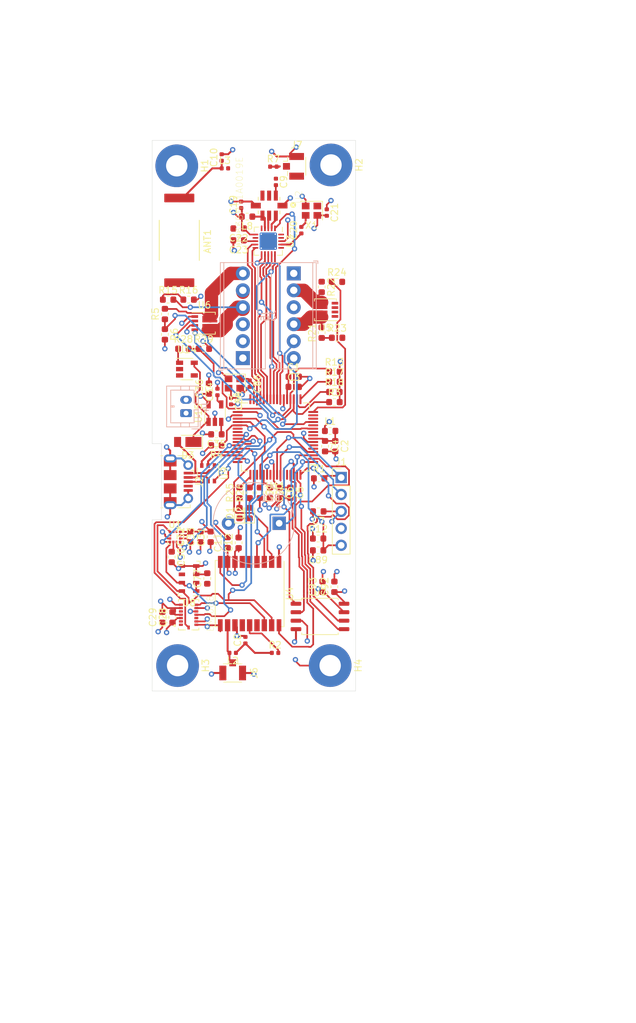
<source format=kicad_pcb>
(kicad_pcb (version 20171130) (host pcbnew "(5.1.2)-1")
  (layers (0 F.Cu signal) (1 GND.Cu power) (2 VCC.Cu power) (31 B.Cu signal) (34 B.Paste user) (35 F.Paste user) (36 B.SilkS user hide) (37 F.SilkS user hide) (38 B.Mask user) (39 F.Mask user hide) (44 Edge.Cuts user))
  (net 0 "")
  (net 1 GND)
  (net 2 +3V3)
  (net 3 "Net-(C2-Pad1)")
  (net 4 "Net-(C20-Pad2)")
  (net 5 "Net-(C20-Pad1)")
  (net 6 /MCU/XIN)
  (net 7 /MCU/XOUT)
  (net 8 "Net-(C89-Pad1)")
  (net 9 "Net-(C90-Pad1)")
  (net 10 /MCU/SWCLK)
  (net 11 /MCU/SWDIO)
  (net 12 /MCU/USB_DM)
  (net 13 /pyro_driver/FIRE_A)
  (net 14 /pyro_driver/FIRE_B)
  (net 15 /pyro_driver/FET_B)
  (net 16 /MCU/MCU_SCLK1)
  (net 17 /MCU/MCU_MISO1)
  (net 18 /MCU/MCU_MOSI1)
  (net 19 /MCU/MCU_NSEL1)
  (net 20 /gps/GPS_RXD)
  (net 21 /gps/GPS_1PPS)
  (net 22 /gps/GPS_NRES)
  (net 23 /gps/GPS_SDA)
  (net 24 /gps/GPS_SCL)
  (net 25 /gps/GPS_NSAFEBOOT)
  (net 26 /MCU/MCU_NSEL4)
  (net 27 /MCU/MCU_MISO4)
  (net 28 /MCU/MCU_MOSI4)
  (net 29 /MCU/MCU_SCLK4)
  (net 30 /sensors/ACCL_RDY)
  (net 31 /sensors/GYRO_RDY)
  (net 32 "Net-(C30-Pad1)")
  (net 33 "Net-(D1-Pad2)")
  (net 34 "Net-(D2-Pad2)")
  (net 35 /power_supply/USB_DM)
  (net 36 /pyro_driver/FET_A)
  (net 37 /pyro_driver/FIRE_C)
  (net 38 /pyro_driver/FIRE_D)
  (net 39 /pyro_driver/FET_C)
  (net 40 /pyro_driver/FET_D)
  (net 41 /MCU/LED_RED)
  (net 42 /MCU/LED_BLUE)
  (net 43 /sensors/MAG_RDY)
  (net 44 "Net-(C9-Pad2)")
  (net 45 "Net-(C34-Pad1)")
  (net 46 "Net-(C35-Pad1)")
  (net 47 Vdrive)
  (net 48 "Net-(C8-Pad1)")
  (net 49 "Net-(C9-Pad1)")
  (net 50 "Net-(J6-Pad1)")
  (net 51 "Net-(L8-Pad1)")
  (net 52 "Net-(R2-Pad2)")
  (net 53 "Net-(U2-Pad7)")
  (net 54 "Net-(U2-Pad8)")
  (net 55 VBUS)
  (net 56 "Net-(J2-Pad2)")
  (net 57 "Net-(J2-Pad3)")
  (net 58 "Net-(J3-Pad1)")
  (net 59 /MCU/ARMED)
  (net 60 "Net-(ANT1-Pad1)")
  (net 61 /MCU/BUZZER)
  (net 62 /MCU/MCU_PA04)
  (net 63 /MCU/MCU_PA05)
  (net 64 /MCU/MCU_PA06)
  (net 65 /MCU/MCU_PA07)
  (net 66 /MCU/MCU_PB08)
  (net 67 /MCU/MCU_PB11)
  (net 68 /MCU/MCU_PA12)
  (net 69 /MCU/MCU_PA13)
  (net 70 /MCU/GPS_RXD0)
  (net 71 /MCU/MCU_PB10)
  (net 72 "Net-(J7-Pad1)")
  (module flight-computer:TerminalBlock_TE_282834-6_1x06_P2.54mm_Horizontal (layer B.Cu) (at 265.049 279.019 90)
    (fp_text reference J3 (at 6.35 4.37 90) (layer B.SilkS) (effects (justify mirror)))
    (fp_text value Screw_Terminal_01x06)
    (pad 1 thru_hole rect (at 0 0 90) (size 2.1 2.1) (drill 1.1) (layers *.Cu *.Mask) (net 58 "Net-(J3-Pad1)"))
    (pad 2 thru_hole circle (at 2.54 0 90) (size 2.1 2.1) (drill 1.1) (layers *.Cu *.Mask) (net 47 Vdrive))
    (pad 3 thru_hole circle (at 5.08 0 90) (size 2.1 2.1) (drill 1.1) (layers *.Cu *.Mask) (net 58 "Net-(J3-Pad1)"))
    (pad 4 thru_hole circle (at 7.62 0 90) (size 2.1 2.1) (drill 1.1) (layers *.Cu *.Mask) (net 15 /pyro_driver/FET_B))
    (pad 5 thru_hole circle (at 10.16 0 90) (size 2.1 2.1) (drill 1.1) (layers *.Cu *.Mask) (net 58 "Net-(J3-Pad1)"))
    (pad 6 thru_hole circle (at 12.7 0 90) (size 2.1 2.1) (drill 1.1) (layers *.Cu *.Mask) (net 36 /pyro_driver/FET_A))
  )
  (module Resistor_SMD:R_0603_1608Metric (layer F.Cu) (at 253.8475 270.256)
    (fp_text reference R15 (at 0 -1.43) (layer F.SilkS))
    (fp_text value 100K)
    (pad 1 smd roundrect (at -0.7875 0) (size 0.875 0.95) (layers F.Cu F.Paste F.Mask) (net 63 /MCU/MCU_PA05))
    (pad 2 smd roundrect (at 0.7875 0) (size 0.875 0.95) (layers F.Cu F.Paste F.Mask) (net 15 /pyro_driver/FET_B))
  )
  (module Resistor_SMD:R_0603_1608Metric (layer F.Cu) (at 256.921 270.256)
    (fp_text reference R16 (at 0 -1.43) (layer F.SilkS))
    (fp_text value 27K)
    (pad 1 smd roundrect (at -0.7875 0) (size 0.875 0.95) (layers F.Cu F.Paste F.Mask) (net 63 /MCU/MCU_PA05))
    (pad 2 smd roundrect (at 0.7875 0) (size 0.875 0.95) (layers F.Cu F.Paste F.Mask) (net 1 GND))
  )
  (module Capacitor_SMD:C_0603_1608Metric (layer F.Cu) (at 272.669 281.813)
    (fp_text reference C1 (at 0 -1.43) (layer F.SilkS))
    (fp_text value 10uF)
    (pad 1 smd roundrect (at -0.7875 0) (size 0.875 0.95) (layers F.Cu F.Paste F.Mask) (net 2 +3V3))
    (pad 2 smd roundrect (at 0.7875 0) (size 0.875 0.95) (layers F.Cu F.Paste F.Mask) (net 1 GND))
  )
  (module Capacitor_SMD:C_0603_1608Metric (layer F.Cu) (at 272.669 283.337)
    (fp_text reference C3 (at 0 -1.43) (layer F.SilkS))
    (fp_text value 100nF)
    (pad 2 smd roundrect (at 0.7875 0) (size 0.875 0.95) (layers F.Cu F.Paste F.Mask) (net 1 GND))
    (pad 1 smd roundrect (at -0.7875 0) (size 0.875 0.95) (layers F.Cu F.Paste F.Mask) (net 2 +3V3))
  )
  (module Package_QFP:TQFP-64_10x10mm_P0.5mm (layer F.Cu) (at 269.9275 290.85 180)
    (fp_text reference U11 (at 0 -7.35) (layer F.SilkS))
    (fp_text value ATSAML21J18B-AUT)
    (pad 1 smd roundrect (at -5.6625 -3.75 180) (size 1.475 0.3) (layers F.Cu F.Paste F.Mask) (net 61 /MCU/BUZZER))
    (pad 2 smd roundrect (at -5.6625 -3.25 180) (size 1.475 0.3) (layers F.Cu F.Paste F.Mask) (net 25 /gps/GPS_NSAFEBOOT))
    (pad 3 smd roundrect (at -5.6625 -2.75 180) (size 1.475 0.3) (layers F.Cu F.Paste F.Mask) (net 21 /gps/GPS_1PPS))
    (pad 4 smd roundrect (at -5.6625 -2.25 180) (size 1.475 0.3) (layers F.Cu F.Paste F.Mask) (net 22 /gps/GPS_NRES))
    (pad 5 smd roundrect (at -5.6625 -1.75 180) (size 1.475 0.3) (layers F.Cu F.Paste F.Mask))
    (pad 6 smd roundrect (at -5.6625 -1.25 180) (size 1.475 0.3) (layers F.Cu F.Paste F.Mask))
    (pad 7 smd roundrect (at -5.6625 -0.75 180) (size 1.475 0.3) (layers F.Cu F.Paste F.Mask) (net 1 GND))
    (pad 8 smd roundrect (at -5.6625 -0.25 180) (size 1.475 0.3) (layers F.Cu F.Paste F.Mask) (net 3 "Net-(C2-Pad1)"))
    (pad 9 smd roundrect (at -5.6625 0.25 180) (size 1.475 0.3) (layers F.Cu F.Paste F.Mask))
    (pad 10 smd roundrect (at -5.6625 0.75 180) (size 1.475 0.3) (layers F.Cu F.Paste F.Mask))
    (pad 11 smd roundrect (at -5.6625 1.25 180) (size 1.475 0.3) (layers F.Cu F.Paste F.Mask) (net 66 /MCU/MCU_PB08))
    (pad 12 smd roundrect (at -5.6625 1.75 180) (size 1.475 0.3) (layers F.Cu F.Paste F.Mask))
    (pad 13 smd roundrect (at -5.6625 2.25 180) (size 1.475 0.3) (layers F.Cu F.Paste F.Mask) (net 62 /MCU/MCU_PA04))
    (pad 14 smd roundrect (at -5.6625 2.75 180) (size 1.475 0.3) (layers F.Cu F.Paste F.Mask) (net 63 /MCU/MCU_PA05))
    (pad 15 smd roundrect (at -5.6625 3.25 180) (size 1.475 0.3) (layers F.Cu F.Paste F.Mask) (net 64 /MCU/MCU_PA06))
    (pad 16 smd roundrect (at -5.6625 3.75 180) (size 1.475 0.3) (layers F.Cu F.Paste F.Mask) (net 65 /MCU/MCU_PA07))
    (pad 17 smd roundrect (at -3.75 5.6625 180) (size 0.3 1.475) (layers F.Cu F.Paste F.Mask) (net 37 /pyro_driver/FIRE_C))
    (pad 18 smd roundrect (at -3.25 5.6625 180) (size 0.3 1.475) (layers F.Cu F.Paste F.Mask) (net 38 /pyro_driver/FIRE_D))
    (pad 19 smd roundrect (at -2.75 5.6625 180) (size 0.3 1.475) (layers F.Cu F.Paste F.Mask) (net 13 /pyro_driver/FIRE_A))
    (pad 20 smd roundrect (at -2.25 5.6625 180) (size 0.3 1.475) (layers F.Cu F.Paste F.Mask) (net 14 /pyro_driver/FIRE_B))
    (pad 21 smd roundrect (at -1.75 5.6625 180) (size 0.3 1.475) (layers F.Cu F.Paste F.Mask) (net 2 +3V3))
    (pad 22 smd roundrect (at -1.25 5.6625 180) (size 0.3 1.475) (layers F.Cu F.Paste F.Mask) (net 1 GND))
    (pad 23 smd roundrect (at -0.75 5.6625 180) (size 0.3 1.475) (layers F.Cu F.Paste F.Mask) (net 71 /MCU/MCU_PB10))
    (pad 24 smd roundrect (at -0.25 5.6625 180) (size 0.3 1.475) (layers F.Cu F.Paste F.Mask) (net 67 /MCU/MCU_PB11))
    (pad 25 smd roundrect (at 0.25 5.6625 180) (size 0.3 1.475) (layers F.Cu F.Paste F.Mask) (net 18 /MCU/MCU_MOSI1))
    (pad 26 smd roundrect (at 0.75 5.6625 180) (size 0.3 1.475) (layers F.Cu F.Paste F.Mask) (net 16 /MCU/MCU_SCLK1))
    (pad 27 smd roundrect (at 1.25 5.6625 180) (size 0.3 1.475) (layers F.Cu F.Paste F.Mask) (net 17 /MCU/MCU_MISO1))
    (pad 28 smd roundrect (at 1.75 5.6625 180) (size 0.3 1.475) (layers F.Cu F.Paste F.Mask) (net 19 /MCU/MCU_NSEL1))
    (pad 29 smd roundrect (at 2.25 5.6625 180) (size 0.3 1.475) (layers F.Cu F.Paste F.Mask) (net 68 /MCU/MCU_PA12))
    (pad 30 smd roundrect (at 2.75 5.6625 180) (size 0.3 1.475) (layers F.Cu F.Paste F.Mask) (net 69 /MCU/MCU_PA13))
    (pad 31 smd roundrect (at 3.25 5.6625 180) (size 0.3 1.475) (layers F.Cu F.Paste F.Mask) (net 6 /MCU/XIN))
    (pad 32 smd roundrect (at 3.75 5.6625 180) (size 0.3 1.475) (layers F.Cu F.Paste F.Mask) (net 7 /MCU/XOUT))
    (pad 33 smd roundrect (at 5.6625 3.75 180) (size 1.475 0.3) (layers F.Cu F.Paste F.Mask) (net 1 GND))
    (pad 34 smd roundrect (at 5.6625 3.25 180) (size 1.475 0.3) (layers F.Cu F.Paste F.Mask) (net 2 +3V3))
    (pad 35 smd roundrect (at 5.6625 2.75 180) (size 1.475 0.3) (layers F.Cu F.Paste F.Mask) (net 20 /gps/GPS_RXD))
    (pad 36 smd roundrect (at 5.6625 2.25 180) (size 1.475 0.3) (layers F.Cu F.Paste F.Mask) (net 70 /MCU/GPS_RXD0))
    (pad 37 smd roundrect (at 5.6625 1.75 180) (size 1.475 0.3) (layers F.Cu F.Paste F.Mask) (net 59 /MCU/ARMED))
    (pad 38 smd roundrect (at 5.6625 1.25 180) (size 1.475 0.3) (layers F.Cu F.Paste F.Mask))
    (pad 39 smd roundrect (at 5.6625 0.75 180) (size 1.475 0.3) (layers F.Cu F.Paste F.Mask))
    (pad 40 smd roundrect (at 5.6625 0.25 180) (size 1.475 0.3) (layers F.Cu F.Paste F.Mask) (net 43 /sensors/MAG_RDY))
    (pad 41 smd roundrect (at 5.6625 -0.25 180) (size 1.475 0.3) (layers F.Cu F.Paste F.Mask) (net 30 /sensors/ACCL_RDY))
    (pad 42 smd roundrect (at 5.6625 -0.75 180) (size 1.475 0.3) (layers F.Cu F.Paste F.Mask) (net 31 /sensors/GYRO_RDY))
    (pad 43 smd roundrect (at 5.6625 -1.25 180) (size 1.475 0.3) (layers F.Cu F.Paste F.Mask) (net 23 /gps/GPS_SDA))
    (pad 44 smd roundrect (at 5.6625 -1.75 180) (size 1.475 0.3) (layers F.Cu F.Paste F.Mask) (net 24 /gps/GPS_SCL))
    (pad 45 smd roundrect (at 5.6625 -2.25 180) (size 1.475 0.3) (layers F.Cu F.Paste F.Mask) (net 12 /MCU/USB_DM))
    (pad 46 smd roundrect (at 5.6625 -2.75 180) (size 1.475 0.3) (layers F.Cu F.Paste F.Mask) (net 35 /power_supply/USB_DM))
    (pad 47 smd roundrect (at 5.6625 -3.25 180) (size 1.475 0.3) (layers F.Cu F.Paste F.Mask) (net 1 GND))
    (pad 48 smd roundrect (at 5.6625 -3.75 180) (size 1.475 0.3) (layers F.Cu F.Paste F.Mask) (net 2 +3V3))
    (pad 49 smd roundrect (at 3.75 -5.6625 180) (size 0.3 1.475) (layers F.Cu F.Paste F.Mask) (net 41 /MCU/LED_RED))
    (pad 50 smd roundrect (at 3.25 -5.6625 180) (size 0.3 1.475) (layers F.Cu F.Paste F.Mask) (net 42 /MCU/LED_BLUE))
    (pad 51 smd roundrect (at 2.75 -5.6625 180) (size 0.3 1.475) (layers F.Cu F.Paste F.Mask))
    (pad 52 smd roundrect (at 2.25 -5.6625 180) (size 0.3 1.475) (layers F.Cu F.Paste F.Mask) (net 8 "Net-(C89-Pad1)"))
    (pad 53 smd roundrect (at 1.75 -5.6625 180) (size 0.3 1.475) (layers F.Cu F.Paste F.Mask) (net 9 "Net-(C90-Pad1)"))
    (pad 54 smd roundrect (at 1.25 -5.6625 180) (size 0.3 1.475) (layers F.Cu F.Paste F.Mask) (net 1 GND))
    (pad 55 smd roundrect (at 0.75 -5.6625 180) (size 0.3 1.475) (layers F.Cu F.Paste F.Mask))
    (pad 56 smd roundrect (at 0.25 -5.6625 180) (size 0.3 1.475) (layers F.Cu F.Paste F.Mask) (net 2 +3V3))
    (pad 57 smd roundrect (at -0.25 -5.6625 180) (size 0.3 1.475) (layers F.Cu F.Paste F.Mask) (net 10 /MCU/SWCLK))
    (pad 58 smd roundrect (at -0.75 -5.6625 180) (size 0.3 1.475) (layers F.Cu F.Paste F.Mask) (net 11 /MCU/SWDIO))
    (pad 59 smd roundrect (at -1.25 -5.6625 180) (size 0.3 1.475) (layers F.Cu F.Paste F.Mask))
    (pad 60 smd roundrect (at -1.75 -5.6625 180) (size 0.3 1.475) (layers F.Cu F.Paste F.Mask))
    (pad 61 smd roundrect (at -2.25 -5.6625 180) (size 0.3 1.475) (layers F.Cu F.Paste F.Mask) (net 27 /MCU/MCU_MISO4))
    (pad 62 smd roundrect (at -2.75 -5.6625 180) (size 0.3 1.475) (layers F.Cu F.Paste F.Mask) (net 26 /MCU/MCU_NSEL4))
    (pad 63 smd roundrect (at -3.25 -5.6625 180) (size 0.3 1.475) (layers F.Cu F.Paste F.Mask) (net 28 /MCU/MCU_MOSI4))
    (pad 64 smd roundrect (at -3.75 -5.6625 180) (size 0.3 1.475) (layers F.Cu F.Paste F.Mask) (net 29 /MCU/MCU_SCLK4))
  )
  (module Resistor_SMD:R_0603_1608Metric (layer F.Cu) (at 278.765 281.051)
    (fp_text reference R13 (at 0 -1.43) (layer F.SilkS))
    (fp_text value 3.3K)
    (pad 1 smd roundrect (at -0.7875 0) (size 0.875 0.95) (layers F.Cu F.Paste F.Mask) (net 14 /pyro_driver/FIRE_B))
    (pad 2 smd roundrect (at 0.7875 0) (size 0.875 0.95) (layers F.Cu F.Paste F.Mask) (net 1 GND))
  )
  (module Resistor_SMD:R_0603_1608Metric (layer F.Cu) (at 278.765 285.623)
    (fp_text reference R3 (at 0 -1.43) (layer F.SilkS))
    (fp_text value 3.3K)
    (pad 2 smd roundrect (at 0.7875 0) (size 0.875 0.95) (layers F.Cu F.Paste F.Mask) (net 1 GND))
    (pad 1 smd roundrect (at -0.7875 0) (size 0.875 0.95) (layers F.Cu F.Paste F.Mask) (net 13 /pyro_driver/FIRE_A))
  )
  (module Package_SO:Vishay_PowerPAK_1212-8_Dual (layer F.Cu) (at 259.2845 273.7845)
    (fp_text reference U6 (at 0 -2.7) (layer F.SilkS))
    (fp_text value Si7232DN)
    (pad 6 smd custom (at 0.5575 -0.6075) (size 1.725 0.99) (layers F.Cu F.Paste F.Mask) (net 36 /pyro_driver/FET_A) (options (clearance outline) (anchor rect)) (primitives (gr_poly (pts (xy 0.6125 0.495) (xy 1.3725 0.495) (xy 1.3725 0.09) (xy 0.8625 0.09) (xy 0.8625 -0.165) (xy 1.3725 -0.165) (xy 1.3725 -0.5875) (xy 0.6125 -0.5875)) (width 0))))
    (pad 5 smd custom (at 0.5575 0.6075) (size 1.725 0.99) (layers F.Cu F.Paste F.Mask) (net 15 /pyro_driver/FET_B) (options (clearance outline) (anchor rect)) (primitives (gr_poly (pts (xy 0.6125 -0.495) (xy 1.3725 -0.495) (xy 1.3725 -0.09) (xy 0.8625 -0.09) (xy 0.8625 0.165) (xy 1.3725 0.165) (xy 1.3725 0.5875) (xy 0.6125 0.5875)) (width 0))))
    (pad 4 smd rect (at -1.435 0.99) (size 0.99 0.405) (layers F.Cu F.Paste F.Mask) (net 14 /pyro_driver/FIRE_B))
    (pad 3 smd rect (at -1.435 0.33) (size 0.99 0.405) (layers F.Cu F.Paste F.Mask) (net 1 GND))
    (pad 2 smd rect (at -1.435 -0.33) (size 0.99 0.405) (layers F.Cu F.Paste F.Mask) (net 13 /pyro_driver/FIRE_A))
    (pad 1 smd rect (at -1.435 -0.99) (size 0.99 0.405) (layers F.Cu F.Paste F.Mask) (net 1 GND))
  )
  (module Connector_JST:JST_PH_B2B-PH-K_1x02_P2.00mm_Vertical (layer B.Cu) (at 256.54 287.274 90)
    (fp_text reference J4 (at 1 2.9 270) (layer B.SilkS) (effects (justify mirror)))
    (fp_text value Conn_01x02)
    (pad 1 thru_hole roundrect (at 0 0 90) (size 1.2 1.75) (drill 0.75) (layers *.Cu *.Mask) (roundrect_rratio 0.208333) (net 47 Vdrive))
    (pad 2 thru_hole oval (at 2 0 90) (size 1.2 1.75) (drill 0.75) (layers *.Cu *.Mask) (net 1 GND))
  )
  (module Capacitor_SMD:C_0603_1608Metric (layer F.Cu) (at 259.969 283.591 90)
    (fp_text reference C36 (at 0 -1.43 90) (layer F.SilkS))
    (fp_text value 1uF)
    (pad 2 smd roundrect (at 0.7875 0 90) (size 0.875 0.95) (layers F.Cu F.Paste F.Mask) (net 1 GND))
    (pad 1 smd roundrect (at -0.7875 0 90) (size 0.875 0.95) (layers F.Cu F.Paste F.Mask) (net 2 +3V3))
  )
  (module Capacitor_SMD:C_0603_1608Metric (layer F.Cu) (at 261.0865 290.449 180)
    (fp_text reference C35 (at 0 -1.43) (layer F.SilkS))
    (fp_text value 1uF)
    (pad 1 smd roundrect (at -0.7875 0 180) (size 0.875 0.95) (layers F.Cu F.Paste F.Mask) (net 46 "Net-(C35-Pad1)"))
    (pad 2 smd roundrect (at 0.7875 0 180) (size 0.875 0.95) (layers F.Cu F.Paste F.Mask) (net 1 GND))
  )
  (module Capacitor_SMD:C_0402_1005Metric (layer F.Cu) (at 261.239 284.099 90)
    (fp_text reference C34 (at 0 -1.17 90) (layer F.SilkS))
    (fp_text value 10nF)
    (pad 2 smd roundrect (at 0.485 0 90) (size 0.59 0.64) (layers F.Cu F.Paste F.Mask) (net 1 GND))
    (pad 1 smd roundrect (at -0.485 0 90) (size 0.59 0.64) (layers F.Cu F.Paste F.Mask) (net 45 "Net-(C34-Pad1)"))
  )
  (module Package_TO_SOT_SMD:SOT-23-5 (layer F.Cu) (at 256.667 280.67)
    (fp_text reference U14 (at 0 -2.9) (layer F.SilkS))
    (fp_text value MAX40200AUK)
    (pad 5 smd rect (at 1.1 -0.95) (size 1.06 0.65) (layers F.Cu F.Paste F.Mask) (net 46 "Net-(C35-Pad1)"))
    (pad 4 smd rect (at 1.1 0.95) (size 1.06 0.65) (layers F.Cu F.Paste F.Mask))
    (pad 3 smd rect (at -1.1 0.95) (size 1.06 0.65) (layers F.Cu F.Paste F.Mask) (net 47 Vdrive))
    (pad 2 smd rect (at -1.1 0) (size 1.06 0.65) (layers F.Cu F.Paste F.Mask) (net 1 GND))
    (pad 1 smd rect (at -1.1 -0.95) (size 1.06 0.65) (layers F.Cu F.Paste F.Mask) (net 47 Vdrive))
  )
  (module Package_TO_SOT_SMD:TSOT-23-5 (layer F.Cu) (at 260.858 287.274 90)
    (fp_text reference U15 (at 0 -2.45 90) (layer F.SilkS))
    (fp_text value LD3985G33R_TSOT23)
    (pad 1 smd rect (at -1.31 -0.95 90) (size 1.22 0.65) (layers F.Cu F.Paste F.Mask) (net 46 "Net-(C35-Pad1)"))
    (pad 2 smd rect (at -1.31 0 90) (size 1.22 0.65) (layers F.Cu F.Paste F.Mask) (net 1 GND))
    (pad 3 smd rect (at -1.31 0.95 90) (size 1.22 0.65) (layers F.Cu F.Paste F.Mask) (net 46 "Net-(C35-Pad1)"))
    (pad 4 smd rect (at 1.31 0.95 90) (size 1.22 0.65) (layers F.Cu F.Paste F.Mask) (net 45 "Net-(C34-Pad1)"))
    (pad 5 smd rect (at 1.31 -0.95 90) (size 1.22 0.65) (layers F.Cu F.Paste F.Mask) (net 2 +3V3))
  )
  (module flight-computer:TerminalBlock_TE_282834-6_1x06_P2.54mm_Horizontal (layer B.Cu) (at 272.675001 266.319 270)
    (fp_text reference J5 (at 6.35 4.37 90) (layer B.SilkS) (effects (justify mirror)))
    (fp_text value Screw_Terminal_01x06)
    (pad 6 thru_hole circle (at 12.7 0 270) (size 2.1 2.1) (drill 1.1) (layers *.Cu *.Mask) (net 2 +3V3))
    (pad 5 thru_hole circle (at 10.16 0 270) (size 2.1 2.1) (drill 1.1) (layers *.Cu *.Mask) (net 59 /MCU/ARMED))
    (pad 4 thru_hole circle (at 7.62 0 270) (size 2.1 2.1) (drill 1.1) (layers *.Cu *.Mask) (net 39 /pyro_driver/FET_C))
    (pad 3 thru_hole circle (at 5.08 0 270) (size 2.1 2.1) (drill 1.1) (layers *.Cu *.Mask) (net 58 "Net-(J3-Pad1)"))
    (pad 2 thru_hole circle (at 2.54 0 270) (size 2.1 2.1) (drill 1.1) (layers *.Cu *.Mask) (net 40 /pyro_driver/FET_D))
    (pad 1 thru_hole rect (at 0 0 270) (size 2.1 2.1) (drill 1.1) (layers *.Cu *.Mask) (net 58 "Net-(J3-Pad1)"))
  )
  (module MountingHole:MountingHole_3.2mm_M3_Pad (layer F.Cu) (at 278.257 250.063 270)
    (fp_text reference H2 (at 0 -4.2 90) (layer F.SilkS))
    (fp_text value MountingHole_Pad)
    (pad 1 thru_hole circle (at 0 0 270) (size 6.4 6.4) (drill 3.2) (layers *.Cu *.Mask) (net 1 GND))
  )
  (module Resistor_SMD:R_0402_1005Metric (layer F.Cu) (at 269.621 250.317)
    (fp_text reference R7 (at 0 -1.17) (layer F.SilkS))
    (fp_text value NF)
    (pad 1 smd roundrect (at -0.485 0) (size 0.59 0.64) (layers F.Cu F.Paste F.Mask) (net 49 "Net-(C9-Pad1)"))
    (pad 2 smd roundrect (at 0.485 0) (size 0.59 0.64) (layers F.Cu F.Paste F.Mask) (net 72 "Net-(J7-Pad1)"))
  )
  (module Capacitor_SMD:C_0603_1608Metric (layer F.Cu) (at 264.414 259.588 180)
    (fp_text reference C22 (at 0 -1.43) (layer F.SilkS))
    (fp_text value 1uF)
    (pad 2 smd roundrect (at 0.7875 0 180) (size 0.875 0.95) (layers F.Cu F.Paste F.Mask) (net 1 GND))
    (pad 1 smd roundrect (at -0.7875 0 180) (size 0.875 0.95) (layers F.Cu F.Paste F.Mask) (net 2 +3V3))
  )
  (module Inductor_SMD:L_0603_1608Metric (layer F.Cu) (at 265.684 257.81 180)
    (fp_text reference L8 (at 0 -1.43) (layer F.SilkS))
    (fp_text value 220nH)
    (pad 2 smd roundrect (at 0.7875 0 180) (size 0.875 0.95) (layers F.Cu F.Paste F.Mask) (net 2 +3V3))
    (pad 1 smd roundrect (at -0.7875 0 180) (size 0.875 0.95) (layers F.Cu F.Paste F.Mask) (net 51 "Net-(L8-Pad1)"))
  )
  (module Johanson_frontend:BALUN_0433BM41A0019E (layer F.Cu) (at 268.986 256.159 270)
    (fp_text reference U2 (at -1.27 -4.445 90) (layer F.SilkS) (effects (font (thickness 0.05))))
    (fp_text value 0433BM41A0019E (at -0.635 4.445 90) (layer F.SilkS) (effects (font (thickness 0.05))))
    (pad 1 smd rect (at 0 -2) (size 1.5 0.85) (layers F.Cu F.Paste F.Mask) (net 1 GND))
    (pad 5 smd rect (at 0 2) (size 1.5 0.85) (layers F.Cu F.Paste F.Mask) (net 1 GND))
    (pad 6 smd rect (at 1.5 1 270) (size 1.5 0.6) (layers F.Cu F.Paste F.Mask) (net 51 "Net-(L8-Pad1)"))
    (pad 8 smd rect (at 1.5 -1 270) (size 1.5 0.6) (layers F.Cu F.Paste F.Mask) (net 54 "Net-(U2-Pad8)"))
    (pad 7 smd rect (at 1.5 0 270) (size 1.5 0.6) (layers F.Cu F.Paste F.Mask) (net 53 "Net-(U2-Pad7)"))
    (pad 4 smd rect (at -1.5 1 270) (size 1.5 0.6) (layers F.Cu F.Paste F.Mask) (net 1 GND))
    (pad 2 smd rect (at -1.5 -1 270) (size 1.5 0.6) (layers F.Cu F.Paste F.Mask) (net 44 "Net-(C9-Pad2)"))
    (pad 3 smd rect (at -1.5 0 270) (size 1.5 0.6) (layers F.Cu F.Paste F.Mask) (net 1 GND))
  )
  (module Capacitor_SMD:C_0402_1005Metric (layer F.Cu) (at 270.002 252.603 270)
    (fp_text reference C9 (at 0 -1.17 90) (layer F.SilkS))
    (fp_text value 270pF)
    (pad 1 smd roundrect (at -0.485 0 270) (size 0.59 0.64) (layers F.Cu F.Paste F.Mask) (net 49 "Net-(C9-Pad1)"))
    (pad 2 smd roundrect (at 0.485 0 270) (size 0.59 0.64) (layers F.Cu F.Paste F.Mask) (net 44 "Net-(C9-Pad2)"))
  )
  (module Resistor_SMD:R_0402_1005Metric (layer F.Cu) (at 269.875 323.215)
    (fp_text reference R2 (at 0 -1.17) (layer F.SilkS))
    (fp_text value "10 Ohm")
    (pad 1 smd roundrect (at -0.485 0) (size 0.59 0.64) (layers F.Cu F.Paste F.Mask) (net 48 "Net-(C8-Pad1)"))
    (pad 2 smd roundrect (at 0.485 0) (size 0.59 0.64) (layers F.Cu F.Paste F.Mask) (net 52 "Net-(R2-Pad2)"))
  )
  (module Package_SO:SOIC-8_5.23x5.23mm_P1.27mm (layer F.Cu) (at 276.606 317.754)
    (fp_text reference U7 (at 0 -3.56) (layer F.SilkS))
    (fp_text value W74M64FV)
    (pad 1 smd roundrect (at -3.6 -1.905) (size 1.6 0.6) (layers F.Cu F.Paste F.Mask) (net 26 /MCU/MCU_NSEL4))
    (pad 2 smd roundrect (at -3.6 -0.635) (size 1.6 0.6) (layers F.Cu F.Paste F.Mask) (net 27 /MCU/MCU_MISO4))
    (pad 3 smd roundrect (at -3.6 0.635) (size 1.6 0.6) (layers F.Cu F.Paste F.Mask) (net 2 +3V3))
    (pad 4 smd roundrect (at -3.6 1.905) (size 1.6 0.6) (layers F.Cu F.Paste F.Mask) (net 1 GND))
    (pad 5 smd roundrect (at 3.6 1.905) (size 1.6 0.6) (layers F.Cu F.Paste F.Mask) (net 28 /MCU/MCU_MOSI4))
    (pad 6 smd roundrect (at 3.6 0.635) (size 1.6 0.6) (layers F.Cu F.Paste F.Mask) (net 29 /MCU/MCU_SCLK4))
    (pad 7 smd roundrect (at 3.6 -0.635) (size 1.6 0.6) (layers F.Cu F.Paste F.Mask) (net 2 +3V3))
    (pad 8 smd roundrect (at 3.6 -1.905) (size 1.6 0.6) (layers F.Cu F.Paste F.Mask) (net 2 +3V3))
  )
  (module BMI088:PQFN50P450X300X100-16N (layer F.Cu) (at 256.921 317.5 90)
    (fp_text reference U10 (at -0.457 -3.502 90) (layer F.SilkS) (effects (font (thickness 0.05))))
    (fp_text value BMI088 (at 0.178 3.265 90) (layer F.SilkS) (effects (font (thickness 0.05))))
    (pad 7 smd rect (at 1.5 -1.16) (size 0.58 0.35) (layers F.Cu F.Paste F.Mask) (net 2 +3V3))
    (pad 6 smd rect (at 1 -1.16) (size 0.58 0.35) (layers F.Cu F.Paste F.Mask) (net 1 GND))
    (pad 5 smd rect (at 0.5 -1.16) (size 0.58 0.35) (layers F.Cu F.Paste F.Mask))
    (pad 4 smd rect (at 0 -1.16) (size 0.58 0.35) (layers F.Cu F.Paste F.Mask) (net 1 GND))
    (pad 3 smd rect (at -0.5 -1.16) (size 0.58 0.35) (layers F.Cu F.Paste F.Mask) (net 2 +3V3))
    (pad 2 smd rect (at -1 -1.16) (size 0.58 0.35) (layers F.Cu F.Paste F.Mask))
    (pad 1 smd rect (at -1.5 -1.16) (size 0.58 0.35) (layers F.Cu F.Paste F.Mask))
    (pad 16 smd rect (at -1.91 0 90) (size 0.58 0.35) (layers F.Cu F.Paste F.Mask) (net 30 /sensors/ACCL_RDY))
    (pad 15 smd rect (at -1.5 1.16 180) (size 0.58 0.35) (layers F.Cu F.Paste F.Mask) (net 1 GND))
    (pad 14 smd rect (at -1 1.16 180) (size 0.58 0.35) (layers F.Cu F.Paste F.Mask) (net 2 +3V3))
    (pad 13 smd rect (at -0.5 1.16 180) (size 0.58 0.35) (layers F.Cu F.Paste F.Mask))
    (pad 12 smd rect (at 0 1.16 180) (size 0.58 0.35) (layers F.Cu F.Paste F.Mask) (net 31 /sensors/GYRO_RDY))
    (pad 11 smd rect (at 0.5 1.16 180) (size 0.58 0.35) (layers F.Cu F.Paste F.Mask) (net 2 +3V3))
    (pad 10 smd rect (at 1 1.16 180) (size 0.58 0.35) (layers F.Cu F.Paste F.Mask) (net 1 GND))
    (pad 9 smd rect (at 1.5 1.16 180) (size 0.58 0.35) (layers F.Cu F.Paste F.Mask) (net 23 /gps/GPS_SDA))
    (pad 8 smd rect (at 1.91 0 270) (size 0.58 0.35) (layers F.Cu F.Paste F.Mask) (net 24 /gps/GPS_SCL))
  )
  (module MountingHole:MountingHole_3.2mm_M3_Pad (layer F.Cu) (at 255.27 325.12 270)
    (fp_text reference H3 (at 0 -4.2 90) (layer F.SilkS))
    (fp_text value MountingHole_Pad)
    (pad 1 thru_hole circle (at 0 0 270) (size 6.4 6.4) (drill 3.2) (layers *.Cu *.Mask) (net 1 GND))
  )
  (module RF_GPS:ublox_MAX (layer F.Cu) (at 266.065 314.325 270)
    (fp_text reference U4 (at 0 -6 90) (layer F.SilkS))
    (fp_text value MAX-M8C)
    (pad 1 smd rect (at -4.75 -4.4 270) (size 1.8 0.7) (layers F.Cu F.Paste F.Mask) (net 1 GND))
    (pad 2 smd rect (at -4.75 -3.3 270) (size 1.8 0.8) (layers F.Cu F.Paste F.Mask) (net 70 /MCU/GPS_RXD0))
    (pad 3 smd rect (at -4.75 -2.2 270) (size 1.8 0.8) (layers F.Cu F.Paste F.Mask) (net 20 /gps/GPS_RXD))
    (pad 4 smd rect (at -4.75 -1.1 270) (size 1.8 0.8) (layers F.Cu F.Paste F.Mask) (net 21 /gps/GPS_1PPS))
    (pad 5 smd rect (at -4.75 0 270) (size 1.8 0.8) (layers F.Cu F.Paste F.Mask))
    (pad 6 smd rect (at -4.75 1.1 270) (size 1.8 0.8) (layers F.Cu F.Paste F.Mask))
    (pad 7 smd rect (at -4.75 2.2 270) (size 1.8 0.8) (layers F.Cu F.Paste F.Mask) (net 2 +3V3))
    (pad 8 smd rect (at -4.75 3.3 270) (size 1.8 0.8) (layers F.Cu F.Paste F.Mask) (net 2 +3V3))
    (pad 9 smd rect (at -4.75 4.4 270) (size 1.8 0.7) (layers F.Cu F.Paste F.Mask) (net 22 /gps/GPS_NRES))
    (pad 10 smd rect (at 4.75 4.4 270) (size 1.8 0.7) (layers F.Cu F.Paste F.Mask) (net 1 GND))
    (pad 11 smd rect (at 4.75 3.3 270) (size 1.8 0.8) (layers F.Cu F.Paste F.Mask) (net 50 "Net-(J6-Pad1)"))
    (pad 12 smd rect (at 4.75 2.2 270) (size 1.8 0.8) (layers F.Cu F.Paste F.Mask) (net 1 GND))
    (pad 13 smd rect (at 4.75 1.1 270) (size 1.8 0.8) (layers F.Cu F.Paste F.Mask))
    (pad 14 smd rect (at 4.75 0 270) (size 1.8 0.8) (layers F.Cu F.Paste F.Mask) (net 52 "Net-(R2-Pad2)"))
    (pad 15 smd rect (at 4.75 -1.1 270) (size 1.8 0.8) (layers F.Cu F.Paste F.Mask))
    (pad 16 smd rect (at 4.75 -2.2 270) (size 1.8 0.8) (layers F.Cu F.Paste F.Mask) (net 23 /gps/GPS_SDA))
    (pad 17 smd rect (at 4.75 -3.3 270) (size 1.8 0.8) (layers F.Cu F.Paste F.Mask) (net 24 /gps/GPS_SCL))
    (pad 18 smd rect (at 4.75 -4.4 270) (size 1.8 0.7) (layers F.Cu F.Paste F.Mask) (net 25 /gps/GPS_NSAFEBOOT))
  )
  (module Buzzer_Beeper:Buzzer_12x9.5RM7.6 (layer B.Cu) (at 270.49 303.784 180)
    (fp_text reference BZ1 (at 1.27 3.81 180) (layer B.SilkS) (effects (justify mirror)))
    (fp_text value Buzzer)
    (fp_text user + (at -0.01 2.54 180) (layer B.SilkS) (effects (justify mirror)))
    (pad 1 thru_hole rect (at 0 0 180) (size 2 2) (drill 1) (layers *.Cu *.Mask) (net 61 /MCU/BUZZER))
    (pad 2 thru_hole circle (at 7.6 0 180) (size 2 2) (drill 1) (layers *.Cu *.Mask) (net 1 GND))
  )
  (module Capacitor_SMD:C_0603_1608Metric (layer F.Cu) (at 278.892 292.227 270)
    (fp_text reference C2 (at 0 -1.43 90) (layer F.SilkS))
    (fp_text value 10uF)
    (pad 1 smd roundrect (at -0.7875 0 270) (size 0.875 0.95) (layers F.Cu F.Paste F.Mask) (net 3 "Net-(C2-Pad1)"))
    (pad 2 smd roundrect (at 0.7875 0 270) (size 0.875 0.95) (layers F.Cu F.Paste F.Mask) (net 1 GND))
  )
  (module Capacitor_SMD:C_0603_1608Metric (layer F.Cu) (at 277.368 292.227 270)
    (fp_text reference C4 (at 0 -1.43 90) (layer F.SilkS))
    (fp_text value 100nF)
    (pad 2 smd roundrect (at 0.7875 0 270) (size 0.875 0.95) (layers F.Cu F.Paste F.Mask) (net 1 GND))
    (pad 1 smd roundrect (at -0.7875 0 270) (size 0.875 0.95) (layers F.Cu F.Paste F.Mask) (net 3 "Net-(C2-Pad1)"))
  )
  (module Capacitor_SMD:C_0603_1608Metric (layer F.Cu) (at 272.161 299.212 270)
    (fp_text reference C5 (at 0 -1.43 90) (layer F.SilkS))
    (fp_text value 10uF)
    (pad 1 smd roundrect (at -0.7875 0 270) (size 0.875 0.95) (layers F.Cu F.Paste F.Mask) (net 2 +3V3))
    (pad 2 smd roundrect (at 0.7875 0 270) (size 0.875 0.95) (layers F.Cu F.Paste F.Mask) (net 1 GND))
  )
  (module Capacitor_SMD:C_0603_1608Metric (layer F.Cu) (at 270.637 299.212 270)
    (fp_text reference C6 (at 0 -1.43 90) (layer F.SilkS))
    (fp_text value 100nF)
    (pad 2 smd roundrect (at 0.7875 0 270) (size 0.875 0.95) (layers F.Cu F.Paste F.Mask) (net 1 GND))
    (pad 1 smd roundrect (at -0.7875 0 270) (size 0.875 0.95) (layers F.Cu F.Paste F.Mask) (net 2 +3V3))
  )
  (module Capacitor_SMD:C_0603_1608Metric (layer F.Cu) (at 269.113 299.212 270)
    (fp_text reference C90 (at 0 -1.43 90) (layer F.SilkS))
    (fp_text value 1uF)
    (pad 1 smd roundrect (at -0.7875 0 270) (size 0.875 0.95) (layers F.Cu F.Paste F.Mask) (net 9 "Net-(C90-Pad1)"))
    (pad 2 smd roundrect (at 0.7875 0 270) (size 0.875 0.95) (layers F.Cu F.Paste F.Mask) (net 1 GND))
  )
  (module Capacitor_SMD:C_0603_1608Metric (layer F.Cu) (at 267.589 299.212 270)
    (fp_text reference C91 (at 0 -1.43 90) (layer F.SilkS))
    (fp_text value 100nF)
    (pad 2 smd roundrect (at 0.7875 0 270) (size 0.875 0.95) (layers F.Cu F.Paste F.Mask) (net 1 GND))
    (pad 1 smd roundrect (at -0.7875 0 270) (size 0.875 0.95) (layers F.Cu F.Paste F.Mask) (net 9 "Net-(C90-Pad1)"))
  )
  (module Capacitor_SMD:C_0603_1608Metric (layer F.Cu) (at 278.765 313.309 90)
    (fp_text reference C92 (at 0 -1.43 90) (layer F.SilkS))
    (fp_text value 10uF)
    (pad 1 smd roundrect (at -0.7875 0 90) (size 0.875 0.95) (layers F.Cu F.Paste F.Mask) (net 2 +3V3))
    (pad 2 smd roundrect (at 0.7875 0 90) (size 0.875 0.95) (layers F.Cu F.Paste F.Mask) (net 1 GND))
  )
  (module Capacitor_SMD:C_0603_1608Metric (layer F.Cu) (at 276.987 313.309 90)
    (fp_text reference C93 (at 0 -1.43 90) (layer F.SilkS))
    (fp_text value 100nF)
    (pad 2 smd roundrect (at 0.7875 0 90) (size 0.875 0.95) (layers F.Cu F.Paste F.Mask) (net 1 GND))
    (pad 1 smd roundrect (at -0.7875 0 90) (size 0.875 0.95) (layers F.Cu F.Paste F.Mask) (net 2 +3V3))
  )
  (module LED_SMD:LED_0603_1608Metric (layer F.Cu) (at 264.541 302.26 90)
    (fp_text reference D1 (at 0 -1.43 90) (layer F.SilkS))
    (fp_text value RED_LED)
    (pad 1 smd roundrect (at -0.7875 0 90) (size 0.875 0.95) (layers F.Cu F.Paste F.Mask) (net 1 GND))
    (pad 2 smd roundrect (at 0.7875 0 90) (size 0.875 0.95) (layers F.Cu F.Paste F.Mask) (net 33 "Net-(D1-Pad2)"))
  )
  (module LED_SMD:LED_0603_1608Metric (layer F.Cu) (at 266.065 302.26 90)
    (fp_text reference D2 (at 0 -1.43 90) (layer F.SilkS))
    (fp_text value BLUE_LED)
    (pad 2 smd roundrect (at 0.7875 0 90) (size 0.875 0.95) (layers F.Cu F.Paste F.Mask) (net 34 "Net-(D2-Pad2)"))
    (pad 1 smd roundrect (at -0.7875 0 90) (size 0.875 0.95) (layers F.Cu F.Paste F.Mask) (net 1 GND))
  )
  (module MountingHole:MountingHole_3.2mm_M3_Pad (layer F.Cu) (at 255.143 250.19 270)
    (fp_text reference H1 (at 0 -4.2 90) (layer F.SilkS))
    (fp_text value MountingHole_Pad)
    (pad 1 thru_hole circle (at 0 0 270) (size 6.4 6.4) (drill 3.2) (layers *.Cu *.Mask) (net 1 GND))
  )
  (module MountingHole:MountingHole_3.2mm_M3_Pad (layer F.Cu) (at 278.13 325.12 270)
    (fp_text reference H4 (at 0 -4.2 90) (layer F.SilkS))
    (fp_text value MountingHole_Pad)
    (pad 1 thru_hole circle (at 0 0 270) (size 6.4 6.4) (drill 3.2) (layers *.Cu *.Mask) (net 1 GND))
  )
  (module Connector_USB:USB_Micro-B_Molex-105017-0001 (layer F.Cu) (at 255.397 297.561 270)
    (fp_text reference J2 (at 0 -3.1125 90) (layer F.SilkS))
    (fp_text value USB_B_Micro)
    (pad 6 smd rect (at -2.9 1.2375 270) (size 1.2 1.9) (layers F.Cu F.Mask) (net 1 GND))
    (pad 6 smd rect (at 2.9 1.2375 270) (size 1.2 1.9) (layers F.Cu F.Mask) (net 1 GND))
    (pad 6 thru_hole oval (at 3.5 1.2375 270) (size 1.2 1.9) (drill oval 0.6 1.3) (layers *.Cu *.Mask) (net 1 GND))
    (pad 6 thru_hole oval (at -3.5 1.2375 90) (size 1.2 1.9) (drill oval 0.6 1.3) (layers *.Cu *.Mask) (net 1 GND))
    (pad 6 smd rect (at -1 1.2375 270) (size 1.5 1.9) (layers F.Cu F.Paste F.Mask) (net 1 GND))
    (pad 6 thru_hole circle (at 2.5 -1.4625 270) (size 1.45 1.45) (drill 0.85) (layers *.Cu *.Mask) (net 1 GND))
    (pad 3 smd rect (at 0 -1.4625 270) (size 0.4 1.35) (layers F.Cu F.Paste F.Mask) (net 57 "Net-(J2-Pad3)"))
    (pad 4 smd rect (at 0.65 -1.4625 270) (size 0.4 1.35) (layers F.Cu F.Paste F.Mask))
    (pad 5 smd rect (at 1.3 -1.4625 270) (size 0.4 1.35) (layers F.Cu F.Paste F.Mask) (net 1 GND))
    (pad 1 smd rect (at -1.3 -1.4625 270) (size 0.4 1.35) (layers F.Cu F.Paste F.Mask) (net 55 VBUS))
    (pad 2 smd rect (at -0.65 -1.4625 270) (size 0.4 1.35) (layers F.Cu F.Paste F.Mask) (net 56 "Net-(J2-Pad2)"))
    (pad 6 thru_hole circle (at -2.5 -1.4625 270) (size 1.45 1.45) (drill 0.85) (layers *.Cu *.Mask) (net 1 GND))
    (pad 6 smd rect (at 1 1.2375 270) (size 1.5 1.9) (layers F.Cu F.Paste F.Mask) (net 1 GND))
  )
  (module Inductor_SMD:L_0603_1608Metric (layer F.Cu) (at 278.13 289.941)
    (fp_text reference L1 (at 0 -1.43) (layer F.SilkS))
    (fp_text value L_Core_Ferrite)
    (pad 1 smd roundrect (at -0.7875 0) (size 0.875 0.95) (layers F.Cu F.Paste F.Mask) (net 2 +3V3))
    (pad 2 smd roundrect (at 0.7875 0) (size 0.875 0.95) (layers F.Cu F.Paste F.Mask) (net 3 "Net-(C2-Pad1)"))
  )
  (module Resistor_SMD:R_0603_1608Metric (layer F.Cu) (at 264.541 299.212 90)
    (fp_text reference R25 (at 0 -1.43 90) (layer F.SilkS))
    (fp_text value 1K)
    (pad 2 smd roundrect (at 0.7875 0 90) (size 0.875 0.95) (layers F.Cu F.Paste F.Mask) (net 41 /MCU/LED_RED))
    (pad 1 smd roundrect (at -0.7875 0 90) (size 0.875 0.95) (layers F.Cu F.Paste F.Mask) (net 33 "Net-(D1-Pad2)"))
  )
  (module Resistor_SMD:R_0603_1608Metric (layer F.Cu) (at 266.065 299.212 90)
    (fp_text reference R26 (at 0 -1.43 90) (layer F.SilkS))
    (fp_text value 1K)
    (pad 1 smd roundrect (at -0.7875 0 90) (size 0.875 0.95) (layers F.Cu F.Paste F.Mask) (net 34 "Net-(D2-Pad2)"))
    (pad 2 smd roundrect (at 0.7875 0 90) (size 0.875 0.95) (layers F.Cu F.Paste F.Mask) (net 42 /MCU/LED_BLUE))
  )
  (module Package_LGA:LGA-8_3x5mm_P1.25mm (layer F.Cu) (at 256.989 312.069 180)
    (fp_text reference U8 (at 0 -3.65) (layer F.SilkS))
    (fp_text value MS5607-02BA)
    (pad 4 smd rect (at -1.075 1.875 180) (size 0.95 0.55) (layers F.Cu F.Paste F.Mask) (net 1 GND))
    (pad 1 smd rect (at -1.075 -1.875 180) (size 0.95 0.55) (layers F.Cu F.Paste F.Mask) (net 2 +3V3))
    (pad 2 smd rect (at -1.075 -0.625 180) (size 0.95 0.55) (layers F.Cu F.Paste F.Mask) (net 2 +3V3))
    (pad 3 smd rect (at -1.075 0.625 180) (size 0.95 0.55) (layers F.Cu F.Paste F.Mask) (net 1 GND))
    (pad 8 smd rect (at 1.075 -1.875 180) (size 0.95 0.55) (layers F.Cu F.Paste F.Mask) (net 24 /gps/GPS_SCL))
    (pad 7 smd rect (at 1.075 -0.625 180) (size 0.95 0.55) (layers F.Cu F.Paste F.Mask) (net 23 /gps/GPS_SDA))
    (pad 6 smd rect (at 1.075 0.625 180) (size 0.95 0.55) (layers F.Cu F.Paste F.Mask))
    (pad 5 smd rect (at 1.075 1.875 180) (size 0.95 0.55) (layers F.Cu F.Paste F.Mask) (net 1 GND))
  )
  (module Capacitor_SMD:C_0402_1005Metric (layer F.Cu) (at 265.43 321.31 90)
    (fp_text reference C8 (at 0 -1.17 90) (layer F.SilkS))
    (fp_text value 10nF)
    (pad 1 smd roundrect (at -0.485 0 90) (size 0.59 0.64) (layers F.Cu F.Paste F.Mask) (net 48 "Net-(C8-Pad1)"))
    (pad 2 smd roundrect (at 0.485 0 90) (size 0.59 0.64) (layers F.Cu F.Paste F.Mask) (net 1 GND))
  )
  (module Connector_Coaxial:U.FL_Hirose_U.FL-R-SMT-1_Vertical (layer F.Cu) (at 263.525 325.755 270)
    (fp_text reference J6 (at 0.475 -3.2 90) (layer F.SilkS))
    (fp_text value Conn_Coaxial)
    (pad 2 smd rect (at 0.475 1.475 270) (size 2.2 1.05) (layers F.Cu F.Paste F.Mask) (net 1 GND))
    (pad 1 smd rect (at -1.05 0 270) (size 1.05 1) (layers F.Cu F.Paste F.Mask) (net 50 "Net-(J6-Pad1)"))
    (pad 2 smd rect (at 0.475 -1.475 270) (size 2.2 1.05) (layers F.Cu F.Paste F.Mask) (net 1 GND))
  )
  (module Resistor_SMD:R_0402_1005Metric (layer F.Cu) (at 263.525 323.215 180)
    (fp_text reference L2 (at 0 -1.17) (layer F.SilkS))
    (fp_text value 27nH)
    (pad 2 smd roundrect (at 0.485 0 180) (size 0.59 0.64) (layers F.Cu F.Paste F.Mask) (net 50 "Net-(J6-Pad1)"))
    (pad 1 smd roundrect (at -0.485 0 180) (size 0.59 0.64) (layers F.Cu F.Paste F.Mask) (net 48 "Net-(C8-Pad1)"))
  )
  (module Package_SO:TSOP-6_1.65x3.05mm_P0.95mm (layer F.Cu) (at 259.842 296.291 270)
    (fp_text reference U9 (at 0 -2.45 90) (layer F.SilkS))
    (fp_text value STF202-22T1G)
    (pad 6 smd rect (at 1.16 -0.95 270) (size 0.7 0.51) (layers F.Cu F.Paste F.Mask) (net 1 GND))
    (pad 5 smd rect (at 1.16 0 270) (size 0.7 0.51) (layers F.Cu F.Paste F.Mask) (net 56 "Net-(J2-Pad2)"))
    (pad 4 smd rect (at 1.16 0.95 270) (size 0.7 0.51) (layers F.Cu F.Paste F.Mask) (net 57 "Net-(J2-Pad3)"))
    (pad 3 smd rect (at -1.16 0.95 270) (size 0.7 0.51) (layers F.Cu F.Paste F.Mask) (net 12 /MCU/USB_DM))
    (pad 2 smd rect (at -1.16 0 270) (size 0.7 0.51) (layers F.Cu F.Paste F.Mask) (net 35 /power_supply/USB_DM))
    (pad 1 smd rect (at -1.16 -0.95 270) (size 0.7 0.51) (layers F.Cu F.Paste F.Mask) (net 55 VBUS))
  )
  (module Capacitor_SMD:C_0603_1608Metric (layer F.Cu) (at 262.763 306.6795 90)
    (fp_text reference C11 (at 0 -1.43 90) (layer F.SilkS))
    (fp_text value 100nF)
    (pad 2 smd roundrect (at 0.7875 0 90) (size 0.875 0.95) (layers F.Cu F.Paste F.Mask) (net 1 GND))
    (pad 1 smd roundrect (at -0.7875 0 90) (size 0.875 0.95) (layers F.Cu F.Paste F.Mask) (net 2 +3V3))
  )
  (module Capacitor_SMD:C_0603_1608Metric (layer F.Cu) (at 264.414 306.705 90)
    (fp_text reference C12 (at 0 -1.43 90) (layer F.SilkS))
    (fp_text value 10uF)
    (pad 1 smd roundrect (at -0.7875 0 90) (size 0.875 0.95) (layers F.Cu F.Paste F.Mask) (net 2 +3V3))
    (pad 2 smd roundrect (at 0.7875 0 90) (size 0.875 0.95) (layers F.Cu F.Paste F.Mask) (net 1 GND))
  )
  (module Capacitor_SMD:C_0603_1608Metric (layer F.Cu) (at 254.508 317.881 90)
    (fp_text reference C28 (at 0 -1.43 90) (layer F.SilkS))
    (fp_text value 100nF)
    (pad 2 smd roundrect (at 0.7875 0 90) (size 0.875 0.95) (layers F.Cu F.Paste F.Mask) (net 1 GND))
    (pad 1 smd roundrect (at -0.7875 0 90) (size 0.875 0.95) (layers F.Cu F.Paste F.Mask) (net 2 +3V3))
  )
  (module Capacitor_SMD:C_0603_1608Metric (layer F.Cu) (at 252.984 317.881 90)
    (fp_text reference C29 (at 0 -1.43 90) (layer F.SilkS))
    (fp_text value 100nF)
    (pad 2 smd roundrect (at 0.7875 0 90) (size 0.875 0.95) (layers F.Cu F.Paste F.Mask) (net 1 GND))
    (pad 1 smd roundrect (at -0.7875 0 90) (size 0.875 0.95) (layers F.Cu F.Paste F.Mask) (net 2 +3V3))
  )
  (module Capacitor_SMD:C_0603_1608Metric (layer F.Cu) (at 260.223 305.816 90)
    (fp_text reference C31 (at 0 -1.43 90) (layer F.SilkS))
    (fp_text value 100nF)
    (pad 1 smd roundrect (at -0.7875 0 90) (size 0.875 0.95) (layers F.Cu F.Paste F.Mask) (net 1 GND))
    (pad 2 smd roundrect (at 0.7875 0 90) (size 0.875 0.95) (layers F.Cu F.Paste F.Mask) (net 2 +3V3))
  )
  (module Capacitor_SMD:C_0603_1608Metric (layer F.Cu) (at 257.175 305.816 90)
    (fp_text reference C32 (at 0 -1.43 90) (layer F.SilkS))
    (fp_text value 10uF)
    (pad 2 smd roundrect (at 0.7875 0 90) (size 0.875 0.95) (layers F.Cu F.Paste F.Mask) (net 2 +3V3))
    (pad 1 smd roundrect (at -0.7875 0 90) (size 0.875 0.95) (layers F.Cu F.Paste F.Mask) (net 1 GND))
  )
  (module Capacitor_SMD:C_0603_1608Metric (layer F.Cu) (at 258.699 305.816 90)
    (fp_text reference C33 (at 0 -1.43 90) (layer F.SilkS))
    (fp_text value 100nF)
    (pad 1 smd roundrect (at -0.7875 0 90) (size 0.875 0.95) (layers F.Cu F.Paste F.Mask) (net 1 GND))
    (pad 2 smd roundrect (at 0.7875 0 90) (size 0.875 0.95) (layers F.Cu F.Paste F.Mask) (net 2 +3V3))
  )
  (module Capacitor_SMD:C_0603_1608Metric (layer F.Cu) (at 259.715 312.062 90)
    (fp_text reference C77 (at 0 -1.43 90) (layer F.SilkS))
    (fp_text value 220nF)
    (pad 1 smd roundrect (at -0.7875 0 90) (size 0.875 0.95) (layers F.Cu F.Paste F.Mask) (net 2 +3V3))
    (pad 2 smd roundrect (at 0.7875 0 90) (size 0.875 0.95) (layers F.Cu F.Paste F.Mask) (net 1 GND))
  )
  (module pico_tracker:Yageo434 (layer F.Cu) (at 255.524 261.366 270)
    (fp_text reference ANT1 (at 0.15748 -4.21894 90) (layer F.SilkS))
    (fp_text value ICSSPicoTracker_Yageo434)
    (pad 2 smd roundrect (at 6.35 0 270) (size 1.3 4.5) (layers F.Cu F.Paste F.Mask) (roundrect_rratio 0.083))
    (pad 1 smd roundrect (at -6.35 0 270) (size 1.3 4.5) (layers F.Cu F.Paste F.Mask) (roundrect_rratio 0.083) (net 60 "Net-(ANT1-Pad1)"))
  )
  (module Capacitor_SMD:C_0603_1608Metric (layer F.Cu) (at 276.352 302.006 180)
    (fp_text reference C7 (at 0 -1.43) (layer F.SilkS))
    (fp_text value 100nF)
    (pad 2 smd roundrect (at 0.7875 0 180) (size 0.875 0.95) (layers F.Cu F.Paste F.Mask) (net 1 GND))
    (pad 1 smd roundrect (at -0.7875 0 180) (size 0.875 0.95) (layers F.Cu F.Paste F.Mask) (net 2 +3V3))
  )
  (module Capacitor_SMD:C_0402_1005Metric (layer F.Cu) (at 261.874 248.943 90)
    (fp_text reference C10 (at 0 -1.17 90) (layer F.SilkS))
    (fp_text value NF)
    (pad 1 smd roundrect (at -0.485 0 90) (size 0.59 0.64) (layers F.Cu F.Paste F.Mask) (net 60 "Net-(ANT1-Pad1)"))
    (pad 2 smd roundrect (at 0.485 0 90) (size 0.59 0.64) (layers F.Cu F.Paste F.Mask) (net 1 GND))
  )
  (module Capacitor_SMD:C_0402_1005Metric (layer F.Cu) (at 264.795 256.032 90)
    (fp_text reference C19 (at 0 -1.17 90) (layer F.SilkS))
    (fp_text value 270pf)
    (pad 1 smd roundrect (at -0.485 0 90) (size 0.59 0.64) (layers F.Cu F.Paste F.Mask) (net 2 +3V3))
    (pad 2 smd roundrect (at 0.485 0 90) (size 0.59 0.64) (layers F.Cu F.Paste F.Mask) (net 1 GND))
  )
  (module Capacitor_SMD:C_0402_1005Metric (layer F.Cu) (at 273.812 259.842 90)
    (fp_text reference C20 (at 0 -1.17 90) (layer F.SilkS))
    (fp_text value 10nF)
    (pad 2 smd roundrect (at 0.485 0 90) (size 0.59 0.64) (layers F.Cu F.Paste F.Mask) (net 4 "Net-(C20-Pad2)"))
    (pad 1 smd roundrect (at -0.485 0 90) (size 0.59 0.64) (layers F.Cu F.Paste F.Mask) (net 5 "Net-(C20-Pad1)"))
  )
  (module Capacitor_SMD:C_0402_1005Metric (layer F.Cu) (at 277.622 257.198 270)
    (fp_text reference C21 (at 0 -1.17 90) (layer F.SilkS))
    (fp_text value 33nF)
    (pad 2 smd roundrect (at 0.485 0 270) (size 0.59 0.64) (layers F.Cu F.Paste F.Mask) (net 2 +3V3))
    (pad 1 smd roundrect (at -0.485 0 270) (size 0.59 0.64) (layers F.Cu F.Paste F.Mask) (net 1 GND))
  )
  (module Capacitor_SMD:C_0603_1608Metric (layer F.Cu) (at 264.414 261.366 180)
    (fp_text reference C23 (at 0 -1.43) (layer F.SilkS))
    (fp_text value 100nF)
    (pad 1 smd roundrect (at -0.7875 0 180) (size 0.875 0.95) (layers F.Cu F.Paste F.Mask) (net 2 +3V3))
    (pad 2 smd roundrect (at 0.7875 0 180) (size 0.875 0.95) (layers F.Cu F.Paste F.Mask) (net 1 GND))
  )
  (module Capacitor_SMD:C_0402_1005Metric (layer F.Cu) (at 266.065 282.852 270)
    (fp_text reference C86 (at 0 -1.17 90) (layer F.SilkS))
    (fp_text value 15pF)
    (pad 1 smd roundrect (at -0.485 0 270) (size 0.59 0.64) (layers F.Cu F.Paste F.Mask) (net 6 /MCU/XIN))
    (pad 2 smd roundrect (at 0.485 0 270) (size 0.59 0.64) (layers F.Cu F.Paste F.Mask) (net 1 GND))
  )
  (module Capacitor_SMD:C_0402_1005Metric (layer F.Cu) (at 263.271 285.473 270)
    (fp_text reference C88 (at 0 -1.17 90) (layer F.SilkS))
    (fp_text value 15pF)
    (pad 1 smd roundrect (at -0.485 0 270) (size 0.59 0.64) (layers F.Cu F.Paste F.Mask) (net 7 /MCU/XOUT))
    (pad 2 smd roundrect (at 0.485 0 270) (size 0.59 0.64) (layers F.Cu F.Paste F.Mask) (net 1 GND))
  )
  (module Capacitor_SMD:C_0603_1608Metric (layer F.Cu) (at 276.3265 307.848 180)
    (fp_text reference C89 (at 0 -1.43) (layer F.SilkS))
    (fp_text value 100nF)
    (pad 1 smd roundrect (at -0.7875 0 180) (size 0.875 0.95) (layers F.Cu F.Paste F.Mask) (net 8 "Net-(C89-Pad1)"))
    (pad 2 smd roundrect (at 0.7875 0 180) (size 0.875 0.95) (layers F.Cu F.Paste F.Mask) (net 1 GND))
  )
  (module Diode_SMD:D_PowerDI-123 (layer F.Cu) (at 256.794 291.592 180)
    (fp_text reference D3 (at 0 -2) (layer F.SilkS))
    (fp_text value DFLS130L)
    (pad 2 smd rect (at 1.525 0) (size 1.05 1.5) (layers F.Cu F.Paste F.Mask) (net 55 VBUS))
    (pad 1 smd rect (at -0.85 0) (size 2.4 1.5) (layers F.Cu F.Paste F.Mask) (net 46 "Net-(C35-Pad1)"))
  )
  (module Connector_PinHeader_2.54mm:PinHeader_1x05_P2.54mm_Vertical (layer F.Cu) (at 279.781 296.926)
    (fp_text reference J1 (at 0 -2.33) (layer F.SilkS))
    (fp_text value Conn_01x05)
    (pad 1 thru_hole rect (at 0 0) (size 1.7 1.7) (drill 1) (layers *.Cu *.Mask) (net 10 /MCU/SWCLK))
    (pad 2 thru_hole oval (at 0 2.54) (size 1.7 1.7) (drill 1) (layers *.Cu *.Mask) (net 11 /MCU/SWDIO))
    (pad 3 thru_hole oval (at 0 5.08) (size 1.7 1.7) (drill 1) (layers *.Cu *.Mask) (net 2 +3V3))
    (pad 4 thru_hole oval (at 0 7.62) (size 1.7 1.7) (drill 1) (layers *.Cu *.Mask) (net 1 GND))
    (pad 5 thru_hole oval (at 0 10.16) (size 1.7 1.7) (drill 1) (layers *.Cu *.Mask) (net 8 "Net-(C89-Pad1)"))
  )
  (module Connector_Coaxial:U.FL_Hirose_U.FL-R-SMT-1_Vertical (layer F.Cu) (at 272.636 250.268)
    (fp_text reference J7 (at 0.475 -3.2) (layer F.SilkS))
    (fp_text value Conn_Coaxial)
    (pad 2 smd rect (at 0.475 1.475) (size 2.2 1.05) (layers F.Cu F.Paste F.Mask) (net 1 GND))
    (pad 1 smd rect (at -1.05 0) (size 1.05 1) (layers F.Cu F.Paste F.Mask) (net 72 "Net-(J7-Pad1)"))
    (pad 2 smd rect (at 0.475 -1.475) (size 2.2 1.05) (layers F.Cu F.Paste F.Mask) (net 1 GND))
  )
  (module Inductor_SMD:L_0402_1005Metric (layer F.Cu) (at 262.359 250.571)
    (fp_text reference L3 (at 0 -1.17) (layer F.SilkS))
    (fp_text value 0R)
    (pad 1 smd roundrect (at -0.485 0) (size 0.59 0.64) (layers F.Cu F.Paste F.Mask) (net 60 "Net-(ANT1-Pad1)"))
    (pad 2 smd roundrect (at 0.485 0) (size 0.59 0.64) (layers F.Cu F.Paste F.Mask) (net 49 "Net-(C9-Pad1)"))
  )
  (module Resistor_SMD:R_0603_1608Metric (layer F.Cu) (at 276.479 297.053)
    (fp_text reference R1 (at 0 -1.43) (layer F.SilkS))
    (fp_text value 1K)
    (pad 1 smd roundrect (at -0.7875 0) (size 0.875 0.95) (layers F.Cu F.Paste F.Mask) (net 2 +3V3))
    (pad 2 smd roundrect (at 0.7875 0) (size 0.875 0.95) (layers F.Cu F.Paste F.Mask) (net 10 /MCU/SWCLK))
  )
  (module Resistor_SMD:R_0603_1608Metric (layer F.Cu) (at 261.0865 292.1 180)
    (fp_text reference R4 (at 0 -1.43) (layer F.SilkS))
    (fp_text value 1K)
    (pad 2 smd roundrect (at 0.7875 0 180) (size 0.875 0.95) (layers F.Cu F.Paste F.Mask) (net 1 GND))
    (pad 1 smd roundrect (at -0.7875 0 180) (size 0.875 0.95) (layers F.Cu F.Paste F.Mask) (net 59 /MCU/ARMED))
  )
  (module Resistor_SMD:R_0603_1608Metric (layer F.Cu) (at 253.365 272.415 90)
    (fp_text reference R5 (at 0 -1.43 90) (layer F.SilkS))
    (fp_text value 100K)
    (pad 2 smd roundrect (at 0.7875 0 90) (size 0.875 0.95) (layers F.Cu F.Paste F.Mask) (net 36 /pyro_driver/FET_A))
    (pad 1 smd roundrect (at -0.7875 0 90) (size 0.875 0.95) (layers F.Cu F.Paste F.Mask) (net 62 /MCU/MCU_PA04))
  )
  (module Resistor_SMD:R_0603_1608Metric (layer F.Cu) (at 253.365 275.463 270)
    (fp_text reference R6 (at 0 -1.43 90) (layer F.SilkS))
    (fp_text value 27K)
    (pad 1 smd roundrect (at -0.7875 0 270) (size 0.875 0.95) (layers F.Cu F.Paste F.Mask) (net 62 /MCU/MCU_PA04))
    (pad 2 smd roundrect (at 0.7875 0 270) (size 0.875 0.95) (layers F.Cu F.Paste F.Mask) (net 1 GND))
  )
  (module Resistor_SMD:R_0603_1608Metric (layer F.Cu) (at 276.3265 306.07)
    (fp_text reference R12 (at 0 -1.43) (layer F.SilkS))
    (fp_text value 1K)
    (pad 2 smd roundrect (at 0.7875 0) (size 0.875 0.95) (layers F.Cu F.Paste F.Mask) (net 8 "Net-(C89-Pad1)"))
    (pad 1 smd roundrect (at -0.7875 0) (size 0.875 0.95) (layers F.Cu F.Paste F.Mask) (net 2 +3V3))
  )
  (module Resistor_SMD:R_0603_1608Metric (layer F.Cu) (at 278.765 282.575)
    (fp_text reference R17 (at 0 -1.43) (layer F.SilkS))
    (fp_text value 3.3K)
    (pad 2 smd roundrect (at 0.7875 0) (size 0.875 0.95) (layers F.Cu F.Paste F.Mask) (net 1 GND))
    (pad 1 smd roundrect (at -0.7875 0) (size 0.875 0.95) (layers F.Cu F.Paste F.Mask) (net 37 /pyro_driver/FIRE_C))
  )
  (module Resistor_SMD:R_0603_1608Metric (layer F.Cu) (at 278.765 284.099)
    (fp_text reference R18 (at 0 -1.43) (layer F.SilkS))
    (fp_text value 3.3K)
    (pad 1 smd roundrect (at -0.7875 0) (size 0.875 0.95) (layers F.Cu F.Paste F.Mask) (net 38 /pyro_driver/FIRE_D))
    (pad 2 smd roundrect (at 0.7875 0) (size 0.875 0.95) (layers F.Cu F.Paste F.Mask) (net 1 GND))
  )
  (module Resistor_SMD:R_0603_1608Metric (layer F.Cu) (at 276.86 275.209 90)
    (fp_text reference R21 (at 0 -1.43 90) (layer F.SilkS))
    (fp_text value 100K)
    (pad 2 smd roundrect (at 0.7875 0 90) (size 0.875 0.95) (layers F.Cu F.Paste F.Mask) (net 39 /pyro_driver/FET_C))
    (pad 1 smd roundrect (at -0.7875 0 90) (size 0.875 0.95) (layers F.Cu F.Paste F.Mask) (net 64 /MCU/MCU_PA06))
  )
  (module Resistor_SMD:R_0603_1608Metric (layer F.Cu) (at 276.86 268.351 270)
    (fp_text reference R22 (at 0 -1.43 90) (layer F.SilkS))
    (fp_text value 100K)
    (pad 1 smd roundrect (at -0.7875 0 270) (size 0.875 0.95) (layers F.Cu F.Paste F.Mask) (net 65 /MCU/MCU_PA07))
    (pad 2 smd roundrect (at 0.7875 0 270) (size 0.875 0.95) (layers F.Cu F.Paste F.Mask) (net 40 /pyro_driver/FET_D))
  )
  (module Resistor_SMD:R_0603_1608Metric (layer F.Cu) (at 279.1715 275.971)
    (fp_text reference R23 (at 0 -1.43) (layer F.SilkS))
    (fp_text value 27K)
    (pad 1 smd roundrect (at -0.7875 0) (size 0.875 0.95) (layers F.Cu F.Paste F.Mask) (net 64 /MCU/MCU_PA06))
    (pad 2 smd roundrect (at 0.7875 0) (size 0.875 0.95) (layers F.Cu F.Paste F.Mask) (net 1 GND))
  )
  (module Resistor_SMD:R_0603_1608Metric (layer F.Cu) (at 279.146 267.589)
    (fp_text reference R24 (at 0 -1.43) (layer F.SilkS))
    (fp_text value 27K)
    (pad 2 smd roundrect (at 0.7875 0) (size 0.875 0.95) (layers F.Cu F.Paste F.Mask) (net 1 GND))
    (pad 1 smd roundrect (at -0.7875 0) (size 0.875 0.95) (layers F.Cu F.Paste F.Mask) (net 65 /MCU/MCU_PA07))
  )
  (module Resistor_SMD:R_0603_1608Metric (layer F.Cu) (at 256.1335 277.622)
    (fp_text reference R28 (at 0 -1.43) (layer F.SilkS))
    (fp_text value 100K)
    (pad 2 smd roundrect (at 0.7875 0) (size 0.875 0.95) (layers F.Cu F.Paste F.Mask) (net 66 /MCU/MCU_PB08))
    (pad 1 smd roundrect (at -0.7875 0) (size 0.875 0.95) (layers F.Cu F.Paste F.Mask) (net 47 Vdrive))
  )
  (module Resistor_SMD:R_0603_1608Metric (layer F.Cu) (at 259.207 277.622)
    (fp_text reference R29 (at 0 -1.43) (layer F.SilkS))
    (fp_text value 100K)
    (pad 1 smd roundrect (at -0.7875 0) (size 0.875 0.95) (layers F.Cu F.Paste F.Mask) (net 66 /MCU/MCU_PB08))
    (pad 2 smd roundrect (at 0.7875 0) (size 0.875 0.95) (layers F.Cu F.Paste F.Mask) (net 1 GND))
  )
  (module Package_DFN_QFN:QFN-20-1EP_4x4mm_P0.5mm_EP2.6x2.6mm_ThermalVias (layer F.Cu) (at 268.859 261.493 270)
    (fp_text reference U3 (at 0 -3.3 90) (layer F.SilkS))
    (fp_text value Si4463)
    (pad 20 smd roundrect (at -1 -1.925 270) (size 0.25 0.85) (layers F.Cu F.Paste F.Mask))
    (pad 19 smd roundrect (at -0.5 -1.925 270) (size 0.25 0.85) (layers F.Cu F.Paste F.Mask))
    (pad 18 smd roundrect (at 0 -1.925 270) (size 0.25 0.85) (layers F.Cu F.Paste F.Mask) (net 1 GND))
    (pad 17 smd roundrect (at 0.5 -1.925 270) (size 0.25 0.85) (layers F.Cu F.Paste F.Mask) (net 5 "Net-(C20-Pad1)"))
    (pad 16 smd roundrect (at 1 -1.925 270) (size 0.25 0.85) (layers F.Cu F.Paste F.Mask))
    (pad 15 smd roundrect (at 1.925 -1 270) (size 0.85 0.25) (layers F.Cu F.Paste F.Mask) (net 19 /MCU/MCU_NSEL1))
    (pad 14 smd roundrect (at 1.925 -0.5 270) (size 0.85 0.25) (layers F.Cu F.Paste F.Mask) (net 18 /MCU/MCU_MOSI1))
    (pad 13 smd roundrect (at 1.925 0 270) (size 0.85 0.25) (layers F.Cu F.Paste F.Mask) (net 17 /MCU/MCU_MISO1))
    (pad 12 smd roundrect (at 1.925 0.5 270) (size 0.85 0.25) (layers F.Cu F.Paste F.Mask) (net 16 /MCU/MCU_SCLK1))
    (pad 11 smd roundrect (at 1.925 1 270) (size 0.85 0.25) (layers F.Cu F.Paste F.Mask) (net 71 /MCU/MCU_PB10))
    (pad 10 smd roundrect (at 1 1.925 270) (size 0.25 0.85) (layers F.Cu F.Paste F.Mask) (net 68 /MCU/MCU_PA12))
    (pad 9 smd roundrect (at 0.5 1.925 270) (size 0.25 0.85) (layers F.Cu F.Paste F.Mask) (net 69 /MCU/MCU_PA13))
    (pad 8 smd roundrect (at 0 1.925 270) (size 0.25 0.85) (layers F.Cu F.Paste F.Mask) (net 2 +3V3))
    (pad 7 smd roundrect (at -0.5 1.925 270) (size 0.25 0.85) (layers F.Cu F.Paste F.Mask))
    (pad 6 smd roundrect (at -1 1.925 270) (size 0.25 0.85) (layers F.Cu F.Paste F.Mask) (net 2 +3V3))
    (pad 5 smd roundrect (at -1.925 1 270) (size 0.85 0.25) (layers F.Cu F.Paste F.Mask))
    (pad 4 smd roundrect (at -1.925 0.5 270) (size 0.85 0.25) (layers F.Cu F.Paste F.Mask) (net 51 "Net-(L8-Pad1)"))
    (pad 3 smd roundrect (at -1.925 0 270) (size 0.85 0.25) (layers F.Cu F.Paste F.Mask) (net 53 "Net-(U2-Pad7)"))
    (pad 2 smd roundrect (at -1.925 -0.5 270) (size 0.85 0.25) (layers F.Cu F.Paste F.Mask) (net 54 "Net-(U2-Pad8)"))
    (pad 1 smd roundrect (at -1.925 -1 270) (size 0.85 0.25) (layers F.Cu F.Paste F.Mask) (net 67 /MCU/MCU_PB11))
    (pad 21 smd roundrect (at 0 0 270) (size 2.6 2.6) (layers B.Cu) (roundrect_rratio 0.096154) (net 1 GND))
    (pad 21 thru_hole circle (at 1.05 1.05 270) (size 0.5 0.5) (drill 0.2) (layers *.Cu) (net 1 GND))
    (pad 21 thru_hole circle (at -1.05 1.05 270) (size 0.5 0.5) (drill 0.2) (layers *.Cu) (net 1 GND))
    (pad 21 thru_hole circle (at 1.05 -1.05 270) (size 0.5 0.5) (drill 0.2) (layers *.Cu) (net 1 GND))
    (pad 21 thru_hole circle (at -1.05 -1.05 270) (size 0.5 0.5) (drill 0.2) (layers *.Cu) (net 1 GND))
    (pad 21 smd roundrect (at 0 0 270) (size 2.6 2.6) (layers F.Cu F.Mask) (roundrect_rratio 0.096154) (net 1 GND))
  )
  (module Crystal:Crystal_SMD_2520-4Pin_2.5x2.0mm (layer F.Cu) (at 275.336 256.921 180)
    (fp_text reference X1 (at 0 -2.2) (layer F.SilkS))
    (fp_text value TM-32.000-AF3-33-S-Oscillator)
    (pad 4 smd rect (at -0.875 -0.7 180) (size 1.15 1) (layers F.Cu F.Paste F.Mask) (net 2 +3V3))
    (pad 3 smd rect (at 0.875 -0.7 180) (size 1.15 1) (layers F.Cu F.Paste F.Mask) (net 4 "Net-(C20-Pad2)"))
    (pad 2 smd rect (at 0.875 0.7 180) (size 1.15 1) (layers F.Cu F.Paste F.Mask) (net 1 GND))
    (pad 1 smd rect (at -0.875 0.7 180) (size 1.15 1) (layers F.Cu F.Paste F.Mask))
  )
  (module Crystal:Crystal_SMD_2520-4Pin_2.5x2.0mm (layer F.Cu) (at 263.779 282.829 180)
    (fp_text reference Y3 (at 0 -2.2) (layer F.SilkS))
    (fp_text value 16MHz)
    (pad 1 smd rect (at -0.875 0.7 180) (size 1.15 1) (layers F.Cu F.Paste F.Mask) (net 6 /MCU/XIN))
    (pad 2 smd rect (at 0.875 0.7 180) (size 1.15 1) (layers F.Cu F.Paste F.Mask) (net 1 GND))
    (pad 3 smd rect (at 0.875 -0.7 180) (size 1.15 1) (layers F.Cu F.Paste F.Mask) (net 7 /MCU/XOUT))
    (pad 4 smd rect (at -0.875 -0.7 180) (size 1.15 1) (layers F.Cu F.Paste F.Mask) (net 1 GND))
  )
  (module Package_SO:Vishay_PowerPAK_1212-8_Dual (layer F.Cu) (at 277.4175 271.78 180)
    (fp_text reference U5 (at 0 -2.7) (layer F.SilkS))
    (fp_text value Si7232DN)
    (pad 1 smd rect (at -1.435 -0.99 180) (size 0.99 0.405) (layers F.Cu F.Paste F.Mask) (net 1 GND))
    (pad 2 smd rect (at -1.435 -0.33 180) (size 0.99 0.405) (layers F.Cu F.Paste F.Mask) (net 37 /pyro_driver/FIRE_C))
    (pad 3 smd rect (at -1.435 0.33 180) (size 0.99 0.405) (layers F.Cu F.Paste F.Mask) (net 1 GND))
    (pad 4 smd rect (at -1.435 0.99 180) (size 0.99 0.405) (layers F.Cu F.Paste F.Mask) (net 38 /pyro_driver/FIRE_D))
    (pad 5 smd custom (at 0.5575 0.6075 180) (size 1.725 0.99) (layers F.Cu F.Paste F.Mask) (net 40 /pyro_driver/FET_D) (options (clearance outline) (anchor rect)) (primitives (gr_poly (pts (xy 0.6125 -0.495) (xy 1.3725 -0.495) (xy 1.3725 -0.09) (xy 0.8625 -0.09) (xy 0.8625 0.165) (xy 1.3725 0.165) (xy 1.3725 0.5875) (xy 0.6125 0.5875)) (width 0))))
    (pad 6 smd custom (at 0.5575 -0.6075 180) (size 1.725 0.99) (layers F.Cu F.Paste F.Mask) (net 39 /pyro_driver/FET_C) (options (clearance outline) (anchor rect)) (primitives (gr_poly (pts (xy 0.6125 0.495) (xy 1.3725 0.495) (xy 1.3725 0.09) (xy 0.8625 0.09) (xy 0.8625 -0.165) (xy 1.3725 -0.165) (xy 1.3725 -0.5875) (xy 0.6125 -0.5875)) (width 0))))
  )
  (module Capacitor_SMD:C_0603_1608Metric (layer F.Cu) (at 254.381 308.8385 270)
    (fp_text reference C30 (at 0 -1.43 90) (layer F.SilkS))
    (fp_text value 220nF)
    (pad 1 smd roundrect (at -0.7875 0 270) (size 0.875 0.95) (layers F.Cu F.Paste F.Mask) (net 32 "Net-(C30-Pad1)"))
    (pad 2 smd roundrect (at 0.7875 0 270) (size 0.875 0.95) (layers F.Cu F.Paste F.Mask) (net 1 GND))
  )
  (module Package_LGA:LGA-12_2x2mm_P0.5mm (layer F.Cu) (at 254.889 305.816)
    (fp_text reference U1 (at 0 -1.85) (layer F.SilkS))
    (fp_text value IIS2MDC)
    (pad 2 smd rect (at -0.7625 -0.25) (size 0.375 0.35) (layers F.Cu F.Paste F.Mask))
    (pad 3 smd rect (at -0.7625 0.25) (size 0.375 0.35) (layers F.Cu F.Paste F.Mask) (net 2 +3V3))
    (pad 9 smd rect (at 0.7625 -0.25) (size 0.375 0.35) (layers F.Cu F.Paste F.Mask) (net 2 +3V3))
    (pad 8 smd rect (at 0.7625 0.25) (size 0.375 0.35) (layers F.Cu F.Paste F.Mask) (net 1 GND))
    (pad 4 smd rect (at -0.7625 0.75) (size 0.375 0.35) (layers F.Cu F.Paste F.Mask) (net 23 /gps/GPS_SDA))
    (pad 7 smd rect (at 0.7625 0.75) (size 0.375 0.35) (layers F.Cu F.Paste F.Mask) (net 43 /sensors/MAG_RDY))
    (pad 1 smd rect (at -0.7625 -0.75) (size 0.375 0.35) (layers F.Cu F.Paste F.Mask) (net 24 /gps/GPS_SCL))
    (pad 10 smd rect (at 0.7625 -0.75) (size 0.375 0.35) (layers F.Cu F.Paste F.Mask) (net 2 +3V3))
    (pad 5 smd rect (at -0.25 0.7625 90) (size 0.375 0.35) (layers F.Cu F.Paste F.Mask) (net 32 "Net-(C30-Pad1)"))
    (pad 6 smd rect (at 0.25 0.7625 90) (size 0.375 0.35) (layers F.Cu F.Paste F.Mask) (net 1 GND))
    (pad 11 smd rect (at 0.25 -0.7625 90) (size 0.375 0.35) (layers F.Cu F.Paste F.Mask))
    (pad 12 smd rect (at -0.25 -0.7625 90) (size 0.375 0.35) (layers F.Cu F.Paste F.Mask))
  )
  (gr_line (start 251.46 328.93) (end 251.46 303.276) (layer Edge.Cuts) (width 0.05))
  (gr_line (start 251.587 291.846) (end 251.46 291.846) (layer Edge.Cuts) (width 0.05))
  (gr_line (start 251.46 285.75) (end 251.46 291.846) (layer Edge.Cuts) (width 0.05))
  (gr_line (start 251.587 303.276) (end 251.46 303.276) (layer Edge.Cuts) (width 0.05))
  (gr_line (start 252.857 303.276) (end 252.857 302.641) (layer Edge.Cuts) (width 0.05))
  (gr_line (start 281.94 328.93) (end 251.46 328.93) (layer Edge.Cuts) (width 0.05))
  (gr_line (start 252.857 302.641) (end 252.857 300.736) (layer Edge.Cuts) (width 0.05))
  (gr_line (start 281.94 246.38) (end 281.94 328.93) (layer Edge.Cuts) (width 0.05))
  (gr_line (start 281.94 246.38) (end 251.46 246.38) (layer Edge.Cuts) (width 0.05))
  (gr_line (start 251.46 246.38) (end 251.46 285.75) (layer Edge.Cuts) (width 0.05))
  (gr_line (start 252.857 291.846) (end 251.587 291.846) (layer Edge.Cuts) (width 0.05))
  (gr_line (start 252.857 300.736) (end 252.857 291.846) (layer Edge.Cuts) (width 0.05))
  (gr_line (start 251.587 303.276) (end 252.857 303.276) (layer Edge.Cuts) (width 0.05))
  (via (at 266.7 326.39) (size 0.8) (drill 0.4) (layers F.Cu B.Cu) (net 1))
  (segment (start 265 326.23) (end 266.54 326.23) (width 0.2933) (layer F.Cu) (net 1))
  (segment (start 266.54 326.23) (end 266.7 326.39) (width 0.2933) (layer F.Cu) (net 1))
  (via (at 264.16 320.675) (size 0.8) (drill 0.4) (layers F.Cu B.Cu) (net 1))
  (segment (start 265.28 320.675) (end 265.43 320.825) (width 0.2933) (layer F.Cu) (net 1))
  (segment (start 264.16 320.675) (end 265.28 320.675) (width 0.2933) (layer F.Cu) (net 1))
  (segment (start 264.16 319.37) (end 263.865 319.075) (width 0.2933) (layer F.Cu) (net 1))
  (segment (start 264.16 320.675) (end 264.16 319.37) (width 0.2933) (layer F.Cu) (net 1))
  (segment (start 256.8595 298.861) (end 256.8595 300.061) (width 0.2933) (layer F.Cu) (net 1))
  (segment (start 254.1595 298.561) (end 254.1595 300.461) (width 0.2933) (layer F.Cu) (net 1))
  (segment (start 254.1595 296.561) (end 254.1595 294.661) (width 0.2933) (layer F.Cu) (net 1))
  (segment (start 262.9155 306.0445) (end 262.763 305.892) (width 0.25) (layer F.Cu) (net 1))
  (segment (start 259.582 311.444) (end 259.715 311.577) (width 0.25) (layer F.Cu) (net 1))
  (segment (start 258.064 311.444) (end 259.582 311.444) (width 0.25) (layer F.Cu) (net 1))
  (segment (start 258.064 311.444) (end 258.064 310.194) (width 0.25) (layer F.Cu) (net 1))
  (segment (start 254.905 316.999) (end 254.905 316.5) (width 0.25) (layer F.Cu) (net 1))
  (segment (start 254.508 317.396) (end 254.905 316.999) (width 0.25) (layer F.Cu) (net 1))
  (segment (start 255.761 316.5) (end 254.905 316.5) (width 0.25) (layer F.Cu) (net 1))
  (segment (start 255.914 310.194) (end 256.114 310.194) (width 0.25) (layer F.Cu) (net 1))
  (segment (start 261.665 319.075) (end 261.665 319.995004) (width 0.25) (layer F.Cu) (net 1))
  (segment (start 258.081 316.5) (end 259.714987 316.5) (width 0.25) (layer F.Cu) (net 1))
  (via (at 259.727653 316.487334) (size 0.8) (drill 0.4) (layers F.Cu B.Cu) (net 1))
  (segment (start 259.714987 316.5) (end 259.727653 316.487334) (width 0.25) (layer F.Cu) (net 1))
  (segment (start 277.368 293.0145) (end 278.892 293.0145) (width 0.25) (layer F.Cu) (net 1))
  (via (at 279.019 294.132) (size 0.8) (drill 0.4) (layers F.Cu B.Cu) (net 1))
  (segment (start 278.892 293.0145) (end 278.892 294.005) (width 0.25) (layer F.Cu) (net 1))
  (segment (start 278.892 294.005) (end 279.019 294.132) (width 0.25) (layer F.Cu) (net 1))
  (via (at 272.923 324.231) (size 0.8) (drill 0.4) (layers F.Cu B.Cu) (net 1))
  (segment (start 272.923 324.438483) (end 272.923 324.231) (width 0.25) (layer F.Cu) (net 1))
  (segment (start 278.13 325.12) (end 273.604517 325.12) (width 0.25) (layer F.Cu) (net 1))
  (segment (start 273.604517 325.12) (end 272.923 324.438483) (width 0.25) (layer F.Cu) (net 1))
  (segment (start 264.414 305.9175) (end 264.414 304.673) (width 0.25) (layer F.Cu) (net 1))
  (via (at 264.668 304.419) (size 0.8) (drill 0.4) (layers F.Cu B.Cu) (net 1))
  (segment (start 264.592 303.0985) (end 264.541 303.0475) (width 0.25) (layer F.Cu) (net 1))
  (segment (start 266.065 303.0475) (end 264.541 303.0475) (width 0.25) (layer F.Cu) (net 1))
  (via (at 259.715 319.278) (size 0.8) (drill 0.4) (layers F.Cu B.Cu) (net 1))
  (segment (start 258.081 319) (end 259.437 319) (width 0.25) (layer F.Cu) (net 1))
  (segment (start 259.437 319) (end 259.715 319.278) (width 0.25) (layer F.Cu) (net 1))
  (via (at 270.51 307.34) (size 0.8) (drill 0.4) (layers F.Cu B.Cu) (net 1))
  (segment (start 270.465 309.575) (end 270.465 307.385) (width 0.2933) (layer F.Cu) (net 1))
  (segment (start 270.465 307.385) (end 270.51 307.34) (width 0.2933) (layer F.Cu) (net 1))
  (via (at 260.35 326.39) (size 0.8) (drill 0.4) (layers F.Cu B.Cu) (net 1))
  (segment (start 262.05 326.23) (end 260.51 326.23) (width 0.2933) (layer F.Cu) (net 1))
  (segment (start 260.51 326.23) (end 260.35 326.39) (width 0.2933) (layer F.Cu) (net 1))
  (segment (start 270.986 256.159) (end 271.018 256.159) (width 0.2933) (layer F.Cu) (net 1))
  (via (at 269.367 248.031) (size 0.8) (drill 0.4) (layers F.Cu B.Cu) (net 1))
  (segment (start 272.095 248.793) (end 270.129 248.793) (width 0.2933) (layer F.Cu) (net 1))
  (segment (start 270.129 248.793) (end 269.367 248.031) (width 0.2933) (layer F.Cu) (net 1))
  (via (at 272.161 255.016) (size 0.8) (drill 0.4) (layers F.Cu B.Cu) (net 1))
  (segment (start 271.018 256.159) (end 272.161 255.016) (width 0.2933) (layer F.Cu) (net 1))
  (segment (start 266.374 255.547) (end 266.986 256.159) (width 0.2933) (layer F.Cu) (net 1))
  (segment (start 264.795 255.547) (end 266.374 255.547) (width 0.2933) (layer F.Cu) (net 1))
  (via (at 263.271 255.524) (size 0.8) (drill 0.4) (layers F.Cu B.Cu) (net 1))
  (segment (start 264.795 255.547) (end 263.294 255.547) (width 0.25) (layer F.Cu) (net 1))
  (via (at 273.05 247.396) (size 0.8) (drill 0.4) (layers F.Cu B.Cu) (net 1))
  (segment (start 272.095 248.793) (end 272.095 248.351) (width 0.25) (layer F.Cu) (net 1))
  (segment (start 272.095 248.351) (end 273.05 247.396) (width 0.25) (layer F.Cu) (net 1))
  (via (at 273.939 254.762) (size 0.8) (drill 0.4) (layers F.Cu B.Cu) (net 1))
  (segment (start 274.461 256.221) (end 274.461 255.284) (width 0.25) (layer F.Cu) (net 1))
  (segment (start 274.461 255.284) (end 273.939 254.762) (width 0.25) (layer F.Cu) (net 1))
  (via (at 271.780002 258.318) (size 0.8) (drill 0.4) (layers F.Cu B.Cu) (net 1))
  (segment (start 270.784 261.493) (end 271.309 261.493) (width 0.25) (layer F.Cu) (net 1))
  (segment (start 271.309 261.493) (end 271.780002 261.021998) (width 0.25) (layer F.Cu) (net 1))
  (segment (start 271.780002 258.883685) (end 271.780002 258.318) (width 0.25) (layer F.Cu) (net 1))
  (segment (start 271.780002 261.021998) (end 271.780002 258.883685) (width 0.25) (layer F.Cu) (net 1))
  (via (at 263.525 247.777) (size 0.8) (drill 0.4) (layers F.Cu B.Cu) (net 1))
  (segment (start 261.874 248.458) (end 262.844 248.458) (width 0.2933) (layer F.Cu) (net 1))
  (segment (start 262.844 248.458) (end 263.525 247.777) (width 0.2933) (layer F.Cu) (net 1))
  (via (at 263.779 262.89) (size 0.8) (drill 0.4) (layers F.Cu B.Cu) (net 1))
  (segment (start 263.6265 261.366) (end 263.6265 262.7375) (width 0.2933) (layer F.Cu) (net 1))
  (segment (start 263.6265 262.7375) (end 263.779 262.89) (width 0.2933) (layer F.Cu) (net 1))
  (via (at 253.619 292.354) (size 0.8) (drill 0.4) (layers F.Cu B.Cu) (net 1))
  (segment (start 254.1595 294.661) (end 254.1595 292.8945) (width 0.2933) (layer F.Cu) (net 1))
  (segment (start 254.1595 292.8945) (end 253.619 292.354) (width 0.2933) (layer F.Cu) (net 1))
  (segment (start 255.8595 294.061) (end 256.8595 295.061) (width 0.2933) (layer B.Cu) (net 1))
  (segment (start 254.1595 294.061) (end 255.8595 294.061) (width 0.2933) (layer B.Cu) (net 1))
  (segment (start 255.8595 301.061) (end 256.8595 300.061) (width 0.2933) (layer B.Cu) (net 1))
  (segment (start 254.1595 301.061) (end 255.8595 301.061) (width 0.2933) (layer B.Cu) (net 1))
  (via (at 278.257 255.397) (size 0.8) (drill 0.4) (layers F.Cu B.Cu) (net 1))
  (segment (start 277.622 256.713) (end 277.622 256.032) (width 0.25) (layer F.Cu) (net 1))
  (segment (start 277.622 256.032) (end 278.257 255.397) (width 0.25) (layer F.Cu) (net 1))
  (via (at 272.796 321.564) (size 0.8) (drill 0.4) (layers F.Cu B.Cu) (net 1))
  (segment (start 273.006 319.659) (end 273.006 321.354) (width 0.2933) (layer F.Cu) (net 1))
  (segment (start 273.006 321.354) (end 272.796 321.564) (width 0.2933) (layer F.Cu) (net 1))
  (via (at 279.146 311.023) (size 0.8) (drill 0.4) (layers F.Cu B.Cu) (net 1))
  (segment (start 278.765 312.5215) (end 278.765 311.404) (width 0.25) (layer F.Cu) (net 1))
  (segment (start 278.765 311.404) (end 279.146 311.023) (width 0.25) (layer F.Cu) (net 1))
  (via (at 277.114 311.023) (size 0.8) (drill 0.4) (layers F.Cu B.Cu) (net 1))
  (segment (start 276.987 312.5215) (end 276.987 311.15) (width 0.25) (layer F.Cu) (net 1))
  (segment (start 276.987 311.15) (end 277.114 311.023) (width 0.25) (layer F.Cu) (net 1))
  (segment (start 253.762 316.5) (end 253.129999 315.867999) (width 0.25) (layer F.Cu) (net 1))
  (segment (start 252.984 317.0935) (end 252.984 315.722) (width 0.25) (layer F.Cu) (net 1))
  (segment (start 252.984 315.722) (end 252.73 315.468) (width 0.25) (layer F.Cu) (net 1))
  (segment (start 254.905 316.5) (end 253.762 316.5) (width 0.25) (layer F.Cu) (net 1))
  (segment (start 253.129999 315.867999) (end 252.73 315.468) (width 0.25) (layer F.Cu) (net 1))
  (via (at 252.73 315.468) (size 0.8) (drill 0.4) (layers F.Cu B.Cu) (net 1))
  (via (at 259.460998 309.753) (size 0.8) (drill 0.4) (layers F.Cu B.Cu) (net 1))
  (segment (start 258.064 310.194) (end 259.019998 310.194) (width 0.25) (layer F.Cu) (net 1))
  (segment (start 259.060999 310.152999) (end 259.460998 309.753) (width 0.25) (layer F.Cu) (net 1))
  (segment (start 259.019998 310.194) (end 259.060999 310.152999) (width 0.25) (layer F.Cu) (net 1))
  (segment (start 259.918 319.075) (end 259.715 319.278) (width 0.25) (layer F.Cu) (net 1))
  (segment (start 261.665 319.075) (end 259.918 319.075) (width 0.25) (layer F.Cu) (net 1))
  (segment (start 254.9145 317.5) (end 254.508 317.0935) (width 0.25) (layer F.Cu) (net 1))
  (segment (start 255.761 317.5) (end 254.9145 317.5) (width 0.25) (layer F.Cu) (net 1))
  (via (at 260.985 303.657014) (size 0.8) (drill 0.4) (layers F.Cu B.Cu) (net 1))
  (segment (start 260.985 304.114) (end 260.985 303.657014) (width 0.25) (layer F.Cu) (net 1))
  (segment (start 262.763 305.892) (end 260.985 304.114) (width 0.25) (layer F.Cu) (net 1))
  (via (at 257.048 308.102) (size 0.8) (drill 0.4) (layers F.Cu B.Cu) (net 1))
  (segment (start 257.175 306.6035) (end 257.175 307.975) (width 0.25) (layer F.Cu) (net 1))
  (segment (start 257.175 307.975) (end 257.048 308.102) (width 0.25) (layer F.Cu) (net 1))
  (via (at 258.445 308.102) (size 0.8) (drill 0.4) (layers F.Cu B.Cu) (net 1))
  (segment (start 258.699 306.6035) (end 258.699 307.848) (width 0.25) (layer F.Cu) (net 1))
  (segment (start 258.699 307.848) (end 258.445 308.102) (width 0.25) (layer F.Cu) (net 1))
  (via (at 260.096 307.975) (size 0.8) (drill 0.4) (layers F.Cu B.Cu) (net 1))
  (segment (start 260.223 306.6035) (end 260.223 307.848) (width 0.25) (layer F.Cu) (net 1))
  (segment (start 260.223 307.848) (end 260.096 307.975) (width 0.25) (layer F.Cu) (net 1))
  (segment (start 254.1595 302.390189) (end 254.130922 302.418767) (width 0.2933) (layer F.Cu) (net 1))
  (segment (start 254.130922 302.418767) (end 253.730923 302.818766) (width 0.2933) (layer F.Cu) (net 1))
  (segment (start 254.1595 300.461) (end 254.1595 302.390189) (width 0.2933) (layer F.Cu) (net 1))
  (via (at 253.730923 302.818766) (size 0.8) (drill 0.4) (layers F.Cu B.Cu) (net 1))
  (segment (start 255.914 310.194) (end 258.064 310.194) (width 0.25) (layer F.Cu) (net 1))
  (via (at 255.651 308.864) (size 0.8) (drill 0.4) (layers F.Cu B.Cu) (net 1))
  (segment (start 255.651 307.802926) (end 255.651 308.298315) (width 0.25) (layer F.Cu) (net 1))
  (segment (start 255.651 308.298315) (end 255.651 308.864) (width 0.25) (layer F.Cu) (net 1))
  (segment (start 255.139 307.290926) (end 255.651 307.802926) (width 0.25) (layer F.Cu) (net 1))
  (segment (start 255.139 306.5785) (end 255.139 307.290926) (width 0.25) (layer F.Cu) (net 1))
  (segment (start 256.6375 306.066) (end 257.175 306.6035) (width 0.25) (layer F.Cu) (net 1))
  (segment (start 255.6515 306.066) (end 256.6375 306.066) (width 0.25) (layer F.Cu) (net 1))
  (via (at 275.59 309.372) (size 0.8) (drill 0.4) (layers F.Cu B.Cu) (net 1))
  (segment (start 275.539 307.848) (end 275.539 309.321) (width 0.25) (layer F.Cu) (net 1))
  (segment (start 275.539 309.321) (end 275.59 309.372) (width 0.25) (layer F.Cu) (net 1))
  (segment (start 264.265 294.1) (end 265.35001 294.1) (width 0.25) (layer F.Cu) (net 1))
  (segment (start 265.35001 294.1) (end 265.718845 294.468835) (width 0.25) (layer F.Cu) (net 1))
  (via (at 265.718845 294.468835) (size 0.8) (drill 0.4) (layers F.Cu B.Cu) (net 1))
  (via (at 256.667 275.082) (size 0.8) (drill 0.4) (layers F.Cu B.Cu) (net 1))
  (via (at 259.08 276.479) (size 0.8) (drill 0.4) (layers F.Cu B.Cu) (net 1))
  (segment (start 259.9945 277.622) (end 259.9945 277.3935) (width 0.25) (layer F.Cu) (net 1))
  (segment (start 259.9945 277.3935) (end 259.08 276.479) (width 0.25) (layer F.Cu) (net 1))
  (via (at 253.365 277.622) (size 0.8) (drill 0.4) (layers F.Cu B.Cu) (net 1))
  (segment (start 253.365 276.2505) (end 253.365 277.622) (width 0.25) (layer F.Cu) (net 1))
  (via (at 259.016888 293.306888) (size 0.8) (drill 0.4) (layers F.Cu B.Cu) (net 1))
  (segment (start 260.299 292.1) (end 260.223776 292.1) (width 0.25) (layer F.Cu) (net 1))
  (segment (start 260.223776 292.1) (end 259.016888 293.306888) (width 0.25) (layer F.Cu) (net 1))
  (via (at 258.998952 290.262353) (size 0.8) (drill 0.4) (layers F.Cu B.Cu) (net 1))
  (segment (start 260.299 290.449) (end 259.185599 290.449) (width 0.25) (layer F.Cu) (net 1))
  (segment (start 259.185599 290.449) (end 258.998952 290.262353) (width 0.25) (layer F.Cu) (net 1))
  (via (at 260.858 287.274) (size 0.8) (drill 0.4) (layers F.Cu B.Cu) (net 1))
  (segment (start 260.858 288.584) (end 260.858 287.274) (width 0.25) (layer F.Cu) (net 1))
  (via (at 279.654 279.527) (size 0.8) (drill 0.4) (layers F.Cu B.Cu) (net 1))
  (segment (start 279.5525 285.623) (end 279.5525 279.6285) (width 0.25) (layer F.Cu) (net 1))
  (segment (start 279.5525 279.6285) (end 279.654 279.527) (width 0.25) (layer F.Cu) (net 1))
  (segment (start 275.5645 302.006) (end 275.5645 303.021532) (width 0.25) (layer F.Cu) (net 1))
  (segment (start 275.5645 303.021532) (end 275.437032 303.149) (width 0.25) (layer F.Cu) (net 1))
  (via (at 275.437032 303.149) (size 0.8) (drill 0.4) (layers F.Cu B.Cu) (net 1))
  (segment (start 267.589 301.769063) (end 267.606783 301.786846) (width 0.25) (layer F.Cu) (net 1))
  (via (at 268.348556 300.977169) (size 0.8) (drill 0.4) (layers F.Cu B.Cu) (net 1))
  (segment (start 268.348556 300.763944) (end 268.348556 300.977169) (width 0.25) (layer F.Cu) (net 1))
  (segment (start 267.589 299.9995) (end 267.589 301.769063) (width 0.25) (layer F.Cu) (net 1))
  (via (at 267.606783 301.786846) (size 0.8) (drill 0.4) (layers F.Cu B.Cu) (net 1))
  (segment (start 269.113 299.9995) (end 268.348556 300.763944) (width 0.25) (layer F.Cu) (net 1))
  (segment (start 270.637 299.9995) (end 269.1385 301.498) (width 0.2933) (layer F.Cu) (net 1))
  (via (at 268.986 301.498) (size 0.8) (drill 0.4) (layers F.Cu B.Cu) (net 1))
  (segment (start 269.1385 301.498) (end 268.986 301.498) (width 0.2933) (layer F.Cu) (net 1))
  (segment (start 272.161 299.9995) (end 271.188807 299.9995) (width 0.2933) (layer F.Cu) (net 1))
  (segment (start 270.129 301.059307) (end 270.129 301.624992) (width 0.2933) (layer F.Cu) (net 1))
  (segment (start 271.188807 299.9995) (end 270.129 301.059307) (width 0.2933) (layer F.Cu) (net 1))
  (via (at 270.129 301.624992) (size 0.8) (drill 0.4) (layers F.Cu B.Cu) (net 1))
  (segment (start 260.792 297.451) (end 260.792 297.356) (width 0.25) (layer F.Cu) (net 1))
  (segment (start 260.792 297.356) (end 261.797544 296.350456) (width 0.25) (layer F.Cu) (net 1))
  (via (at 261.797544 296.18995) (size 0.8) (drill 0.4) (layers F.Cu B.Cu) (net 1))
  (segment (start 261.797544 296.350456) (end 261.797544 296.18995) (width 0.25) (layer F.Cu) (net 1))
  (segment (start 268.6775 296.5125) (end 268.6775 295.300485) (width 0.25) (layer F.Cu) (net 1))
  (segment (start 268.6775 295.300485) (end 268.663869 295.286854) (width 0.25) (layer F.Cu) (net 1))
  (via (at 268.663869 295.286854) (size 0.8) (drill 0.4) (layers F.Cu B.Cu) (net 1))
  (via (at 274.1653 290.286905) (size 0.8) (drill 0.4) (layers F.Cu B.Cu) (net 1))
  (segment (start 274.1653 290.85259) (end 274.1653 290.286905) (width 0.25) (layer F.Cu) (net 1))
  (segment (start 275.59 291.6) (end 274.7525 291.6) (width 0.25) (layer F.Cu) (net 1))
  (segment (start 274.1653 291.0128) (end 274.1653 290.85259) (width 0.25) (layer F.Cu) (net 1))
  (segment (start 274.7525 291.6) (end 274.1653 291.0128) (width 0.25) (layer F.Cu) (net 1))
  (via (at 267.621289 287.61801) (size 0.8) (drill 0.4) (layers F.Cu B.Cu) (net 1))
  (segment (start 267.22129 287.218011) (end 267.621289 287.61801) (width 0.25) (layer F.Cu) (net 1))
  (segment (start 267.103279 287.1) (end 267.22129 287.218011) (width 0.25) (layer F.Cu) (net 1))
  (segment (start 264.265 287.1) (end 267.103279 287.1) (width 0.25) (layer F.Cu) (net 1))
  (segment (start 255.324601 310.569601) (end 255.411878 310.569601) (width 0.25) (layer F.Cu) (net 1))
  (via (at 255.411878 310.569601) (size 0.8) (drill 0.4) (layers F.Cu B.Cu) (net 1))
  (segment (start 254.381 309.626) (end 255.324601 310.569601) (width 0.25) (layer F.Cu) (net 1))
  (via (at 275.082 282.067) (size 0.8) (drill 0.4) (layers F.Cu B.Cu) (net 1))
  (segment (start 273.4565 281.813) (end 274.828 281.813) (width 0.25) (layer F.Cu) (net 1))
  (segment (start 274.828 281.813) (end 275.082 282.067) (width 0.25) (layer F.Cu) (net 1))
  (segment (start 273.812 283.337) (end 275.082 282.067) (width 0.25) (layer F.Cu) (net 1))
  (segment (start 273.4565 283.337) (end 273.812 283.337) (width 0.25) (layer F.Cu) (net 1))
  (via (at 264.277515 285.872449) (size 0.8) (drill 0.4) (layers F.Cu B.Cu) (net 1))
  (segment (start 264.191964 285.958) (end 264.277515 285.872449) (width 0.25) (layer F.Cu) (net 1))
  (segment (start 266.065 283.337) (end 264.945269 284.456731) (width 0.25) (layer F.Cu) (net 1))
  (segment (start 264.945269 284.456731) (end 264.945269 284.496757) (width 0.25) (layer F.Cu) (net 1))
  (segment (start 264.654 283.529) (end 264.654 284.279) (width 0.25) (layer F.Cu) (net 1))
  (segment (start 264.871757 284.496757) (end 264.945269 284.496757) (width 0.25) (layer F.Cu) (net 1))
  (segment (start 264.654 284.279) (end 264.871757 284.496757) (width 0.25) (layer F.Cu) (net 1))
  (via (at 264.945269 284.496757) (size 0.8) (drill 0.4) (layers F.Cu B.Cu) (net 1))
  (segment (start 263.271 285.958) (end 264.191964 285.958) (width 0.25) (layer F.Cu) (net 1))
  (segment (start 257.167022 274.1145) (end 256.667 274.614522) (width 0.25) (layer F.Cu) (net 1))
  (segment (start 257.8495 272.7945) (end 256.979502 272.7945) (width 0.25) (layer F.Cu) (net 1))
  (segment (start 256.979502 272.7945) (end 255.977993 273.796009) (width 0.25) (layer F.Cu) (net 1))
  (segment (start 256.667 274.614522) (end 256.667 275.082) (width 0.25) (layer F.Cu) (net 1))
  (segment (start 255.977993 273.796009) (end 255.902821 273.796009) (width 0.25) (layer F.Cu) (net 1))
  (via (at 255.902821 273.796009) (size 0.8) (drill 0.4) (layers F.Cu B.Cu) (net 1))
  (segment (start 257.8495 274.1145) (end 257.167022 274.1145) (width 0.25) (layer F.Cu) (net 1))
  (via (at 271.038918 286.607353) (size 0.8) (drill 0.4) (layers F.Cu B.Cu) (net 1))
  (segment (start 271.1775 285.1875) (end 271.1775 286.468771) (width 0.25) (layer F.Cu) (net 1))
  (segment (start 271.1775 286.468771) (end 271.038918 286.607353) (width 0.25) (layer F.Cu) (net 1))
  (segment (start 259.969 282.8035) (end 259.969 281.582379) (width 0.25) (layer F.Cu) (net 1))
  (via (at 259.945621 281.559) (size 0.8) (drill 0.4) (layers F.Cu B.Cu) (net 1))
  (segment (start 259.969 281.582379) (end 259.945621 281.559) (width 0.25) (layer F.Cu) (net 1))
  (via (at 258.75 269.748) (size 0.8) (drill 0.4) (layers F.Cu B.Cu) (net 1))
  (segment (start 257.7085 270.256) (end 258.242 270.256) (width 0.25) (layer F.Cu) (net 1))
  (segment (start 258.242 270.256) (end 258.75 269.748) (width 0.25) (layer F.Cu) (net 1))
  (segment (start 262.829 282.129) (end 261.905022 281.205022) (width 0.25) (layer F.Cu) (net 1))
  (via (at 261.250793 282.655034) (size 0.8) (drill 0.4) (layers F.Cu B.Cu) (net 1))
  (segment (start 261.239 282.666827) (end 261.250793 282.655034) (width 0.25) (layer F.Cu) (net 1))
  (segment (start 261.239 283.614) (end 261.239 282.666827) (width 0.25) (layer F.Cu) (net 1))
  (segment (start 262.904 282.129) (end 262.829 282.129) (width 0.25) (layer F.Cu) (net 1))
  (via (at 261.395641 281.205022) (size 0.8) (drill 0.4) (layers F.Cu B.Cu) (net 1))
  (segment (start 261.905022 281.205022) (end 261.395641 281.205022) (width 0.25) (layer F.Cu) (net 1))
  (segment (start 262.9155 307.6195) (end 262.763 307.467) (width 0.25) (layer F.Cu) (net 2))
  (segment (start 262.7885 307.4925) (end 262.763 307.467) (width 0.25) (layer F.Cu) (net 2))
  (segment (start 258.064 313.944) (end 258.064 312.694) (width 0.25) (layer F.Cu) (net 2))
  (via (at 259.715 318.135) (size 0.8) (drill 0.4) (layers F.Cu B.Cu) (net 2))
  (segment (start 258.081 318.5) (end 259.35 318.5) (width 0.25) (layer F.Cu) (net 2))
  (segment (start 259.35 318.5) (end 259.715 318.135) (width 0.25) (layer F.Cu) (net 2))
  (segment (start 269.6775 297.465) (end 270.637 298.4245) (width 0.25) (layer F.Cu) (net 2))
  (segment (start 269.6775 296.5125) (end 269.6775 297.465) (width 0.25) (layer F.Cu) (net 2))
  (via (at 257.175 316.992) (size 0.8) (drill 0.4) (layers F.Cu B.Cu) (net 2))
  (segment (start 258.081 317) (end 257.183 317) (width 0.25) (layer F.Cu) (net 2))
  (segment (start 257.183 317) (end 257.175 316.992) (width 0.25) (layer F.Cu) (net 2))
  (via (at 263.906 311.277) (size 0.8) (drill 0.4) (layers F.Cu B.Cu) (net 2))
  (segment (start 263.865 309.575) (end 263.865 311.236) (width 0.25) (layer F.Cu) (net 2))
  (segment (start 263.865 311.236) (end 263.906 311.277) (width 0.25) (layer F.Cu) (net 2))
  (segment (start 264.414 307.4925) (end 264.414 308.03) (width 0.25) (layer F.Cu) (net 2))
  (segment (start 264.8965 256.6185) (end 264.795 256.517) (width 0.2933) (layer F.Cu) (net 2))
  (segment (start 264.8965 257.81) (end 264.8965 256.6185) (width 0.2933) (layer F.Cu) (net 2))
  (segment (start 265.4715 259.858) (end 265.2015 259.588) (width 0.2933) (layer F.Cu) (net 2))
  (segment (start 266.1065 260.493) (end 265.2015 259.588) (width 0.25) (layer F.Cu) (net 2))
  (segment (start 266.934 260.493) (end 266.1065 260.493) (width 0.25) (layer F.Cu) (net 2))
  (segment (start 265.3285 261.493) (end 265.2015 261.366) (width 0.25) (layer F.Cu) (net 2))
  (segment (start 266.934 261.493) (end 265.3285 261.493) (width 0.25) (layer F.Cu) (net 2))
  (segment (start 264.8965 259.283) (end 265.2015 259.588) (width 0.25) (layer F.Cu) (net 2))
  (segment (start 264.8965 257.81) (end 264.8965 259.283) (width 0.25) (layer F.Cu) (net 2))
  (via (at 263.652 257.175) (size 0.8) (drill 0.4) (layers F.Cu B.Cu) (net 2))
  (segment (start 264.8965 257.81) (end 264.287 257.81) (width 0.25) (layer F.Cu) (net 2))
  (segment (start 264.287 257.81) (end 263.652 257.175) (width 0.25) (layer F.Cu) (net 2))
  (via (at 275.717 259.588) (size 0.8) (drill 0.4) (layers F.Cu B.Cu) (net 2))
  (segment (start 276.211 257.621) (end 276.211 259.094) (width 0.25) (layer F.Cu) (net 2))
  (segment (start 276.211 259.094) (end 275.717 259.588) (width 0.25) (layer F.Cu) (net 2))
  (segment (start 277.56 257.621) (end 277.622 257.683) (width 0.25) (layer F.Cu) (net 2))
  (segment (start 276.211 257.621) (end 277.56 257.621) (width 0.25) (layer F.Cu) (net 2))
  (via (at 274.701 321.437) (size 0.8) (drill 0.4) (layers F.Cu B.Cu) (net 2))
  (segment (start 274.701 319.184) (end 274.701 321.437) (width 0.25) (layer F.Cu) (net 2))
  (segment (start 273.006 318.389) (end 273.906 318.389) (width 0.25) (layer F.Cu) (net 2))
  (segment (start 273.906 318.389) (end 274.701 319.184) (width 0.25) (layer F.Cu) (net 2))
  (segment (start 277.1835 314.0965) (end 276.987 314.0965) (width 0.25) (layer F.Cu) (net 2))
  (segment (start 280.206 317.119) (end 277.1835 314.0965) (width 0.25) (layer F.Cu) (net 2))
  (segment (start 280.206 315.5375) (end 278.765 314.0965) (width 0.25) (layer F.Cu) (net 2))
  (segment (start 280.206 315.849) (end 280.206 315.5375) (width 0.25) (layer F.Cu) (net 2))
  (via (at 280.289 313.944) (size 0.8) (drill 0.4) (layers F.Cu B.Cu) (net 2))
  (segment (start 278.765 314.0965) (end 280.1365 314.0965) (width 0.25) (layer F.Cu) (net 2))
  (segment (start 280.1365 314.0965) (end 280.289 313.944) (width 0.25) (layer F.Cu) (net 2))
  (via (at 253.619 320.166998) (size 0.8) (drill 0.4) (layers F.Cu B.Cu) (net 2))
  (segment (start 255.761 318) (end 255.221 318) (width 0.25) (layer F.Cu) (net 2))
  (segment (start 253.619 319.602) (end 253.619 320.166998) (width 0.25) (layer F.Cu) (net 2))
  (segment (start 255.221 318) (end 253.619 319.602) (width 0.25) (layer F.Cu) (net 2))
  (via (at 252.349 320.04) (size 0.8) (drill 0.4) (layers F.Cu B.Cu) (net 2))
  (segment (start 252.984 318.6685) (end 252.984 319.405) (width 0.25) (layer F.Cu) (net 2))
  (segment (start 252.984 319.405) (end 252.349 320.04) (width 0.25) (layer F.Cu) (net 2))
  (via (at 254.110439 315.180136) (size 0.8) (drill 0.4) (layers F.Cu B.Cu) (net 2))
  (segment (start 255.761 316) (end 254.930303 316) (width 0.25) (layer F.Cu) (net 2))
  (segment (start 254.510438 315.580135) (end 254.110439 315.180136) (width 0.25) (layer F.Cu) (net 2))
  (segment (start 254.930303 316) (end 254.510438 315.580135) (width 0.25) (layer F.Cu) (net 2))
  (segment (start 262.765 307.469) (end 262.763 307.467) (width 0.25) (layer F.Cu) (net 2))
  (segment (start 262.765 309.575) (end 262.765 307.469) (width 0.25) (layer F.Cu) (net 2))
  (segment (start 263.865 308.0415) (end 264.414 307.4925) (width 0.25) (layer F.Cu) (net 2))
  (segment (start 263.865 309.575) (end 263.865 308.0415) (width 0.25) (layer F.Cu) (net 2))
  (segment (start 256.6375 305.566) (end 257.175 305.0285) (width 0.25) (layer F.Cu) (net 2))
  (segment (start 255.6515 305.566) (end 256.6375 305.566) (width 0.25) (layer F.Cu) (net 2))
  (segment (start 257.1375 305.066) (end 257.175 305.0285) (width 0.25) (layer F.Cu) (net 2))
  (segment (start 255.6515 305.066) (end 257.1375 305.066) (width 0.25) (layer F.Cu) (net 2))
  (segment (start 257.175 305.0285) (end 258.699 305.0285) (width 0.25) (layer F.Cu) (net 2))
  (segment (start 258.699 305.0285) (end 260.223 305.0285) (width 0.25) (layer F.Cu) (net 2))
  (via (at 262.98001 311.277) (size 0.8) (drill 0.4) (layers F.Cu B.Cu) (net 2))
  (segment (start 262.765 311.06199) (end 262.98001 311.277) (width 0.25) (layer F.Cu) (net 2))
  (segment (start 262.765 309.575) (end 262.765 311.06199) (width 0.25) (layer F.Cu) (net 2))
  (segment (start 260.223 305.0285) (end 258.91601 303.72151) (width 0.25) (layer F.Cu) (net 2))
  (segment (start 258.91601 303.72151) (end 258.91601 303.53) (width 0.25) (layer F.Cu) (net 2))
  (via (at 258.91601 303.53) (size 0.8) (drill 0.4) (layers F.Cu B.Cu) (net 2))
  (segment (start 277.1395 302.006) (end 279.781 302.006) (width 0.25) (layer F.Cu) (net 2))
  (via (at 262.89 288.163) (size 0.8) (drill 0.4) (layers F.Cu B.Cu) (net 2))
  (segment (start 264.265 287.6) (end 263.453 287.6) (width 0.25) (layer F.Cu) (net 2))
  (segment (start 263.453 287.6) (end 262.89 288.163) (width 0.25) (layer F.Cu) (net 2))
  (segment (start 276.497036 313.606536) (end 276.326032 313.606536) (width 0.25) (layer F.Cu) (net 2))
  (segment (start 276.987 314.0965) (end 276.497036 313.606536) (width 0.25) (layer F.Cu) (net 2))
  (via (at 276.326032 313.606536) (size 0.8) (drill 0.4) (layers F.Cu B.Cu) (net 2))
  (via (at 275.46301 304.599011) (size 0.8) (drill 0.4) (layers F.Cu B.Cu) (net 2))
  (segment (start 275.539 304.675001) (end 275.46301 304.599011) (width 0.25) (layer F.Cu) (net 2))
  (segment (start 275.539 306.07) (end 275.539 304.675001) (width 0.25) (layer F.Cu) (net 2))
  (segment (start 279.781 302.006) (end 278.384 303.403) (width 0.25) (layer B.Cu) (net 2))
  (via (at 278.384 303.53) (size 0.8) (drill 0.4) (layers F.Cu B.Cu) (net 2))
  (segment (start 278.384 303.403) (end 278.384 303.53) (width 0.25) (layer B.Cu) (net 2))
  (via (at 278.003 288.544) (size 0.8) (drill 0.4) (layers F.Cu B.Cu) (net 2))
  (segment (start 277.3425 289.941) (end 277.3425 289.2045) (width 0.25) (layer F.Cu) (net 2))
  (segment (start 277.3425 289.2045) (end 278.003 288.544) (width 0.25) (layer F.Cu) (net 2))
  (segment (start 269.6775 296.5125) (end 269.6775 294.886679) (width 0.25) (layer F.Cu) (net 2))
  (via (at 269.353466 294.562645) (size 0.8) (drill 0.4) (layers F.Cu B.Cu) (net 2))
  (segment (start 269.6775 294.886679) (end 269.353466 294.562645) (width 0.25) (layer F.Cu) (net 2))
  (segment (start 272.161 298.4245) (end 270.637 298.4245) (width 0.25) (layer F.Cu) (net 2))
  (via (at 275.717 298.323) (size 0.8) (drill 0.4) (layers F.Cu B.Cu) (net 2))
  (segment (start 275.6915 297.053) (end 275.6915 298.2975) (width 0.25) (layer F.Cu) (net 2))
  (segment (start 275.6915 298.2975) (end 275.717 298.323) (width 0.25) (layer F.Cu) (net 2))
  (segment (start 254.1265 306.066) (end 253.803248 306.066) (width 0.25) (layer F.Cu) (net 2))
  (segment (start 253.803248 306.066) (end 253.406603 305.669355) (width 0.25) (layer F.Cu) (net 2))
  (segment (start 253.406603 305.470219) (end 253.006604 305.07022) (width 0.25) (layer F.Cu) (net 2))
  (via (at 253.006604 305.07022) (size 0.8) (drill 0.4) (layers F.Cu B.Cu) (net 2))
  (segment (start 253.406603 305.669355) (end 253.406603 305.470219) (width 0.25) (layer F.Cu) (net 2))
  (segment (start 271.8815 281.813) (end 271.8815 283.337) (width 0.25) (layer F.Cu) (net 2))
  (segment (start 271.6775 283.541) (end 271.8815 283.337) (width 0.25) (layer F.Cu) (net 2))
  (segment (start 271.6775 285.1875) (end 271.6775 283.541) (width 0.25) (layer F.Cu) (net 2))
  (segment (start 271.8815 279.812501) (end 272.675001 279.019) (width 0.25) (layer F.Cu) (net 2))
  (segment (start 271.8815 281.813) (end 271.8815 279.812501) (width 0.25) (layer F.Cu) (net 2))
  (segment (start 258.963 284.734) (end 258.699 284.734) (width 0.25) (layer F.Cu) (net 2))
  (segment (start 259.0545 284.3785) (end 258.699 284.734) (width 0.25) (layer F.Cu) (net 2))
  (segment (start 259.908 285.679) (end 258.963 284.734) (width 0.25) (layer F.Cu) (net 2))
  (segment (start 259.969 284.3785) (end 259.0545 284.3785) (width 0.25) (layer F.Cu) (net 2))
  (segment (start 259.908 285.964) (end 259.908 285.679) (width 0.25) (layer F.Cu) (net 2))
  (via (at 258.699 284.734) (size 0.8) (drill 0.4) (layers F.Cu B.Cu) (net 2))
  (segment (start 277.0285 291.1) (end 277.368 291.4395) (width 0.25) (layer F.Cu) (net 3))
  (segment (start 275.59 291.1) (end 277.0285 291.1) (width 0.25) (layer F.Cu) (net 3))
  (segment (start 277.368 291.4395) (end 278.892 291.4395) (width 0.25) (layer F.Cu) (net 3))
  (segment (start 278.892 289.9665) (end 278.9175 289.941) (width 0.25) (layer F.Cu) (net 3))
  (segment (start 278.892 291.4395) (end 278.892 289.9665) (width 0.25) (layer F.Cu) (net 3))
  (segment (start 274.461 258.708) (end 273.812 259.357) (width 0.2933) (layer F.Cu) (net 4))
  (segment (start 274.461 257.621) (end 274.461 258.708) (width 0.2933) (layer F.Cu) (net 4))
  (segment (start 272.146 261.993) (end 273.812 260.327) (width 0.2933) (layer F.Cu) (net 5))
  (segment (start 270.784 261.993) (end 272.146 261.993) (width 0.2933) (layer F.Cu) (net 5))
  (segment (start 266.6775 284.384298) (end 266.6775 285.1875) (width 0.25) (layer F.Cu) (net 6))
  (segment (start 266.71001 284.351788) (end 266.6775 284.384298) (width 0.25) (layer F.Cu) (net 6))
  (segment (start 266.71001 282.993778) (end 266.71001 284.351788) (width 0.25) (layer F.Cu) (net 6))
  (segment (start 265.845232 282.129) (end 266.71001 282.993778) (width 0.25) (layer F.Cu) (net 6))
  (segment (start 264.654 282.129) (end 265.845232 282.129) (width 0.25) (layer F.Cu) (net 6))
  (segment (start 263.271 283.896) (end 262.904 283.529) (width 0.25) (layer F.Cu) (net 7))
  (segment (start 263.271 284.988) (end 263.271 283.896) (width 0.25) (layer F.Cu) (net 7))
  (segment (start 264.363508 284.988) (end 263.691 284.988) (width 0.25) (layer F.Cu) (net 7))
  (segment (start 263.691 284.988) (end 263.271 284.988) (width 0.25) (layer F.Cu) (net 7))
  (segment (start 264.597267 285.221759) (end 264.363508 284.988) (width 0.25) (layer F.Cu) (net 7))
  (segment (start 265.893241 285.221759) (end 264.597267 285.221759) (width 0.25) (layer F.Cu) (net 7))
  (segment (start 265.9275 285.1875) (end 265.893241 285.221759) (width 0.25) (layer F.Cu) (net 7))
  (segment (start 266.1775 285.1875) (end 265.9275 285.1875) (width 0.25) (layer F.Cu) (net 7))
  (segment (start 277.876 307.086) (end 277.114 307.848) (width 0.25) (layer F.Cu) (net 8))
  (segment (start 279.781 307.086) (end 277.876 307.086) (width 0.25) (layer F.Cu) (net 8))
  (segment (start 277.114 306.07) (end 277.114 307.848) (width 0.25) (layer F.Cu) (net 8))
  (segment (start 267.65251 296.799) (end 267.65251 295.040818) (width 0.25) (layer F.Cu) (net 8))
  (segment (start 268.698936 293.994392) (end 269.098935 293.594393) (width 0.25) (layer F.Cu) (net 8))
  (segment (start 267.65251 295.040818) (end 268.698936 293.994392) (width 0.25) (layer F.Cu) (net 8))
  (segment (start 277.114 306.07) (end 277.114 303.757977) (width 0.25) (layer F.Cu) (net 8))
  (segment (start 277.114 303.757977) (end 276.887043 303.53102) (width 0.25) (layer F.Cu) (net 8))
  (via (at 276.887043 303.53102) (size 0.8) (drill 0.4) (layers F.Cu B.Cu) (net 8))
  (via (at 269.098935 293.594393) (size 0.8) (drill 0.4) (layers F.Cu B.Cu) (net 8))
  (segment (start 276.487044 303.131021) (end 276.887043 303.53102) (width 0.25) (layer B.Cu) (net 8))
  (segment (start 274.885837 301.529814) (end 276.487044 303.131021) (width 0.25) (layer B.Cu) (net 8))
  (segment (start 274.885837 294.443837) (end 274.885837 301.529814) (width 0.25) (layer B.Cu) (net 8))
  (segment (start 273.558 293.116) (end 274.885837 294.443837) (width 0.25) (layer B.Cu) (net 8))
  (segment (start 269.098935 293.594393) (end 269.577328 293.116) (width 0.25) (layer B.Cu) (net 8))
  (segment (start 269.577328 293.116) (end 273.558 293.116) (width 0.25) (layer B.Cu) (net 8))
  (segment (start 268.1775 297.836) (end 268.1775 296.5125) (width 0.25) (layer F.Cu) (net 9))
  (segment (start 267.589 298.4245) (end 268.1775 297.836) (width 0.25) (layer F.Cu) (net 9))
  (segment (start 268.5245 297.836) (end 268.1775 297.836) (width 0.2933) (layer F.Cu) (net 9))
  (segment (start 269.113 298.4245) (end 268.5245 297.836) (width 0.2933) (layer F.Cu) (net 9))
  (segment (start 270.1775 296.7205) (end 270.20249 296.74549) (width 0.25) (layer F.Cu) (net 10))
  (segment (start 270.1775 296.5125) (end 270.1775 296.7205) (width 0.25) (layer F.Cu) (net 10))
  (segment (start 279.527 296.672) (end 279.781 296.926) (width 0.25) (layer F.Cu) (net 10))
  (segment (start 277.2665 297.053) (end 277.6475 296.672) (width 0.25) (layer F.Cu) (net 10))
  (segment (start 277.6475 296.672) (end 279.527 296.672) (width 0.25) (layer F.Cu) (net 10))
  (segment (start 271.507001 291.356999) (end 271.907 290.957) (width 0.25) (layer F.Cu) (net 10))
  (segment (start 279.781 296.926) (end 273.812 290.957) (width 0.25) (layer B.Cu) (net 10))
  (segment (start 272.472685 290.957) (end 271.907 290.957) (width 0.25) (layer B.Cu) (net 10))
  (via (at 271.907 290.957) (size 0.8) (drill 0.4) (layers F.Cu B.Cu) (net 10))
  (segment (start 273.812 290.957) (end 272.472685 290.957) (width 0.25) (layer B.Cu) (net 10))
  (segment (start 270.1775 292.6865) (end 271.507001 291.356999) (width 0.25) (layer F.Cu) (net 10))
  (segment (start 270.1775 296.5125) (end 270.1775 292.6865) (width 0.25) (layer F.Cu) (net 10))
  (via (at 272.024044 292.35335) (size 0.8) (drill 0.4) (layers F.Cu B.Cu) (net 11))
  (segment (start 270.70249 293.674904) (end 272.024044 292.35335) (width 0.25) (layer F.Cu) (net 11))
  (segment (start 270.70249 297.37499) (end 270.70249 293.674904) (width 0.25) (layer F.Cu) (net 11))
  (segment (start 270.6775 296.5125) (end 270.6775 297.35) (width 0.25) (layer F.Cu) (net 11))
  (segment (start 270.6775 297.35) (end 270.70249 297.37499) (width 0.25) (layer F.Cu) (net 11))
  (segment (start 278.931001 298.616001) (end 279.781 299.466) (width 0.25) (layer B.Cu) (net 11))
  (segment (start 278.605999 298.290999) (end 278.931001 298.616001) (width 0.25) (layer B.Cu) (net 11))
  (segment (start 278.605999 297.274999) (end 278.605999 298.290999) (width 0.25) (layer B.Cu) (net 11))
  (segment (start 273.68435 292.35335) (end 278.605999 297.274999) (width 0.25) (layer B.Cu) (net 11))
  (segment (start 272.024044 292.35335) (end 273.68435 292.35335) (width 0.25) (layer B.Cu) (net 11))
  (segment (start 264.265 293.1) (end 263.461798 293.1) (width 0.25) (layer F.Cu) (net 12))
  (segment (start 263.4275 293.1) (end 264.265 293.1) (width 0.2933) (layer F.Cu) (net 12))
  (segment (start 260.2797 293.1) (end 263.4275 293.1) (width 0.2933) (layer F.Cu) (net 12))
  (segment (start 258.892 294.4877) (end 260.2797 293.1) (width 0.2933) (layer F.Cu) (net 12))
  (segment (start 258.892 295.131) (end 258.892 294.4877) (width 0.2933) (layer F.Cu) (net 12))
  (via (at 255.016 275.59) (size 0.8) (drill 0.4) (layers F.Cu B.Cu) (net 13))
  (via (at 270.320358 288.208537) (size 0.8) (drill 0.4) (layers F.Cu B.Cu) (net 13))
  (segment (start 272.65251 287.00351) (end 272.65251 284.734) (width 0.25) (layer F.Cu) (net 13))
  (segment (start 273.05 287.401) (end 272.65251 287.00351) (width 0.25) (layer F.Cu) (net 13))
  (segment (start 273.985798 287.401) (end 273.05 287.401) (width 0.25) (layer F.Cu) (net 13))
  (segment (start 277.9775 285.623) (end 275.763798 285.623) (width 0.25) (layer F.Cu) (net 13))
  (segment (start 275.763798 285.623) (end 273.985798 287.401) (width 0.25) (layer F.Cu) (net 13))
  (segment (start 255.415999 275.190001) (end 255.016 275.59) (width 0.25) (layer F.Cu) (net 13))
  (segment (start 257.1515 273.4545) (end 255.415999 275.190001) (width 0.25) (layer F.Cu) (net 13))
  (segment (start 257.8495 273.4545) (end 257.1515 273.4545) (width 0.25) (layer F.Cu) (net 13))
  (segment (start 270.886043 288.208537) (end 270.320358 288.208537) (width 0.25) (layer F.Cu) (net 13))
  (segment (start 272.6775 285.1875) (end 272.6775 286.6305) (width 0.25) (layer F.Cu) (net 13))
  (segment (start 270.944591 288.149989) (end 270.886043 288.208537) (width 0.25) (layer F.Cu) (net 13))
  (segment (start 271.158011 288.149989) (end 270.944591 288.149989) (width 0.25) (layer F.Cu) (net 13))
  (segment (start 272.6775 286.6305) (end 271.158011 288.149989) (width 0.25) (layer F.Cu) (net 13))
  (segment (start 264.220268 284.844758) (end 264.597268 285.221758) (width 0.25) (layer B.Cu) (net 13))
  (segment (start 255.016 275.59) (end 260.670632 281.244632) (width 0.25) (layer B.Cu) (net 13))
  (segment (start 268.783439 287.902024) (end 269.489951 288.608536) (width 0.25) (layer B.Cu) (net 13))
  (segment (start 260.670632 281.244632) (end 260.670632 281.623368) (width 0.25) (layer B.Cu) (net 13))
  (segment (start 269.489951 288.608536) (end 269.920359 288.608536) (width 0.25) (layer B.Cu) (net 13))
  (segment (start 261.598794 281.930033) (end 264.220268 284.551507) (width 0.25) (layer B.Cu) (net 13))
  (segment (start 269.920359 288.608536) (end 270.320358 288.208537) (width 0.25) (layer B.Cu) (net 13))
  (segment (start 266.679758 285.221758) (end 268.783439 287.325439) (width 0.25) (layer B.Cu) (net 13))
  (segment (start 260.670632 281.623368) (end 260.977297 281.930033) (width 0.25) (layer B.Cu) (net 13))
  (segment (start 260.977297 281.930033) (end 261.598794 281.930033) (width 0.25) (layer B.Cu) (net 13))
  (segment (start 268.783439 287.325439) (end 268.783439 287.902024) (width 0.25) (layer B.Cu) (net 13))
  (segment (start 264.597268 285.221758) (end 266.679758 285.221758) (width 0.25) (layer B.Cu) (net 13))
  (segment (start 264.220268 284.551507) (end 264.220268 284.844758) (width 0.25) (layer B.Cu) (net 13))
  (segment (start 257.8495 275.227) (end 257.872892 275.250392) (width 0.25) (layer F.Cu) (net 14))
  (via (at 257.905494 275.250392) (size 0.8) (drill 0.4) (layers F.Cu B.Cu) (net 14))
  (segment (start 257.872892 275.250392) (end 257.905494 275.250392) (width 0.25) (layer F.Cu) (net 14))
  (segment (start 257.8495 274.7745) (end 257.8495 275.227) (width 0.25) (layer F.Cu) (net 14))
  (via (at 269.511883 287.605148) (size 0.8) (drill 0.4) (layers F.Cu B.Cu) (net 14))
  (segment (start 277.515888 280.589388) (end 277.9775 281.051) (width 0.25) (layer F.Cu) (net 14))
  (segment (start 273.436118 280.589388) (end 277.515888 280.589388) (width 0.25) (layer F.Cu) (net 14))
  (segment (start 272.69399 281.331516) (end 273.436118 280.589388) (width 0.25) (layer F.Cu) (net 14))
  (segment (start 272.69399 283.768504) (end 272.69399 281.331516) (width 0.25) (layer F.Cu) (net 14))
  (segment (start 272.1775 284.284994) (end 272.69399 283.768504) (width 0.25) (layer F.Cu) (net 14))
  (segment (start 272.1775 285.1875) (end 272.1775 284.284994) (width 0.25) (layer F.Cu) (net 14))
  (segment (start 270.994779 287.676811) (end 270.870873 287.676811) (width 0.25) (layer F.Cu) (net 14))
  (segment (start 269.911882 287.205149) (end 269.511883 287.605148) (width 0.25) (layer F.Cu) (net 14))
  (segment (start 270.399211 287.205149) (end 269.911882 287.205149) (width 0.25) (layer F.Cu) (net 14))
  (segment (start 270.870873 287.676811) (end 270.399211 287.205149) (width 0.25) (layer F.Cu) (net 14))
  (segment (start 272.1775 286.49409) (end 270.994779 287.676811) (width 0.25) (layer F.Cu) (net 14))
  (segment (start 272.1775 285.1875) (end 272.1775 286.49409) (width 0.25) (layer F.Cu) (net 14))
  (segment (start 257.905494 275.250392) (end 257.905494 276.702905) (width 0.25) (layer B.Cu) (net 14))
  (segment (start 269.511883 287.417472) (end 269.511883 287.605148) (width 0.25) (layer B.Cu) (net 14))
  (segment (start 257.905494 276.702905) (end 261.68261 280.480021) (width 0.25) (layer B.Cu) (net 14))
  (segment (start 261.68261 280.480021) (end 262.574432 280.480021) (width 0.25) (layer B.Cu) (net 14))
  (segment (start 262.574432 280.480021) (end 269.511883 287.417472) (width 0.25) (layer B.Cu) (net 14))
  (segment (start 265.049 271.526) (end 264.886001 271.688999) (width 2) (layer F.Cu) (net 15))
  (segment (start 265.049 271.399) (end 265.049 271.526) (width 2) (layer F.Cu) (net 15))
  (segment (start 264.886001 271.688999) (end 265.098991 271.688999) (width 2) (layer F.Cu) (net 15))
  (segment (start 261.686574 274.896998) (end 259.842 274.896998) (width 2) (layer F.Cu) (net 15))
  (segment (start 262.55001 274.033562) (end 261.686574 274.896998) (width 2) (layer F.Cu) (net 15))
  (segment (start 262.55001 273.107988) (end 262.55001 274.033562) (width 2) (layer F.Cu) (net 15))
  (segment (start 265.049 271.399) (end 264.258998 271.399) (width 2) (layer F.Cu) (net 15))
  (segment (start 264.258998 271.399) (end 262.55001 273.107988) (width 2) (layer F.Cu) (net 15))
  (segment (start 265.049 271.399) (end 257.174994 271.399) (width 0.25) (layer B.Cu) (net 15))
  (via (at 257.174994 271.399) (size 0.8) (drill 0.4) (layers F.Cu B.Cu) (net 15))
  (segment (start 256.609309 271.399) (end 257.174994 271.399) (width 0.25) (layer F.Cu) (net 15))
  (segment (start 256.032506 271.399) (end 256.609309 271.399) (width 0.25) (layer F.Cu) (net 15))
  (segment (start 254.635 270.256) (end 254.889506 270.256) (width 0.25) (layer F.Cu) (net 15))
  (segment (start 254.889506 270.256) (end 256.032506 271.399) (width 0.25) (layer F.Cu) (net 15))
  (via (at 267.842998 270.637) (size 0.8) (drill 0.4) (layers F.Cu B.Cu) (net 16))
  (segment (start 268.201956 264.794209) (end 267.651966 265.344198) (width 0.25) (layer F.Cu) (net 16))
  (segment (start 268.359 263.418) (end 268.359 264.527356) (width 0.25) (layer F.Cu) (net 16))
  (segment (start 268.359 264.527356) (end 268.201956 264.6844) (width 0.25) (layer F.Cu) (net 16))
  (segment (start 267.651966 265.344198) (end 267.651966 266.785802) (width 0.25) (layer F.Cu) (net 16))
  (segment (start 267.842998 266.976834) (end 267.842998 270.071315) (width 0.25) (layer F.Cu) (net 16))
  (segment (start 267.842998 270.071315) (end 267.842998 270.637) (width 0.25) (layer F.Cu) (net 16))
  (segment (start 267.651966 266.785802) (end 267.842998 266.976834) (width 0.25) (layer F.Cu) (net 16))
  (segment (start 268.201956 264.6844) (end 268.201956 264.794209) (width 0.25) (layer F.Cu) (net 16))
  (segment (start 269.367 279.723315) (end 269.367 280.289) (width 0.25) (layer B.Cu) (net 16))
  (segment (start 269.1775 285.1875) (end 269.1775 280.4785) (width 0.25) (layer F.Cu) (net 16))
  (segment (start 267.842998 270.637) (end 269.367 272.161002) (width 0.25) (layer B.Cu) (net 16))
  (via (at 269.367 280.289) (size 0.8) (drill 0.4) (layers F.Cu B.Cu) (net 16))
  (segment (start 269.1775 280.4785) (end 269.367 280.289) (width 0.25) (layer F.Cu) (net 16))
  (segment (start 269.367 272.161002) (end 269.367 279.723315) (width 0.25) (layer B.Cu) (net 16))
  (segment (start 268.572987 267.070412) (end 268.572987 273.139015) (width 0.25) (layer F.Cu) (net 17))
  (segment (start 267.774034 280.888201) (end 268.6775 281.791667) (width 0.25) (layer F.Cu) (net 17))
  (segment (start 268.6775 284.35) (end 268.6775 285.1875) (width 0.25) (layer F.Cu) (net 17))
  (segment (start 268.101977 265.530598) (end 268.101977 266.599402) (width 0.25) (layer F.Cu) (net 17))
  (segment (start 268.6775 281.791667) (end 268.6775 284.35) (width 0.25) (layer F.Cu) (net 17))
  (segment (start 268.572987 273.139015) (end 267.774034 273.937968) (width 0.25) (layer F.Cu) (net 17))
  (segment (start 268.101977 266.599402) (end 268.572987 267.070412) (width 0.25) (layer F.Cu) (net 17))
  (segment (start 268.651967 264.980608) (end 268.101977 265.530598) (width 0.25) (layer F.Cu) (net 17))
  (segment (start 268.651967 264.8708) (end 268.651967 264.980608) (width 0.25) (layer F.Cu) (net 17))
  (segment (start 268.859 263.418) (end 268.859 264.663767) (width 0.25) (layer F.Cu) (net 17))
  (segment (start 268.859 264.663767) (end 268.651967 264.8708) (width 0.25) (layer F.Cu) (net 17))
  (segment (start 267.774034 273.937968) (end 267.774034 280.888201) (width 0.25) (layer F.Cu) (net 17))
  (segment (start 269.101978 265.0572) (end 269.101978 265.167008) (width 0.25) (layer F.Cu) (net 18))
  (segment (start 269.101978 265.167008) (end 268.551988 265.716998) (width 0.25) (layer F.Cu) (net 18))
  (segment (start 269.170989 267.032003) (end 269.170989 279.019985) (width 0.25) (layer F.Cu) (net 18))
  (segment (start 269.359 263.418) (end 269.359 264.800178) (width 0.25) (layer F.Cu) (net 18))
  (segment (start 268.551988 265.716998) (end 268.551988 266.413002) (width 0.25) (layer F.Cu) (net 18))
  (segment (start 269.170989 279.019985) (end 270.092002 279.940998) (width 0.25) (layer F.Cu) (net 18))
  (segment (start 269.359 264.800178) (end 269.101978 265.0572) (width 0.25) (layer F.Cu) (net 18))
  (segment (start 269.6775 284.35) (end 269.6775 285.1875) (width 0.25) (layer F.Cu) (net 18))
  (segment (start 268.551988 266.413002) (end 269.170989 267.032003) (width 0.25) (layer F.Cu) (net 18))
  (segment (start 269.6775 281.014002) (end 269.6775 284.35) (width 0.25) (layer F.Cu) (net 18))
  (segment (start 270.092002 280.5995) (end 269.6775 281.014002) (width 0.25) (layer F.Cu) (net 18))
  (segment (start 270.092002 279.940998) (end 270.092002 280.5995) (width 0.25) (layer F.Cu) (net 18))
  (via (at 267.599026 272.131245) (size 0.8) (drill 0.4) (layers F.Cu B.Cu) (net 19))
  (segment (start 267.599026 272.69693) (end 267.599026 272.131245) (width 0.25) (layer F.Cu) (net 19))
  (segment (start 267.324023 281.074601) (end 267.324023 272.971933) (width 0.25) (layer F.Cu) (net 19))
  (segment (start 268.1775 285.1875) (end 268.1775 281.928078) (width 0.25) (layer F.Cu) (net 19))
  (segment (start 267.324023 272.971933) (end 267.599026 272.69693) (width 0.25) (layer F.Cu) (net 19))
  (segment (start 268.1775 281.928078) (end 267.324023 281.074601) (width 0.25) (layer F.Cu) (net 19))
  (via (at 269.27699 266.065) (size 0.8) (drill 0.4) (layers F.Cu B.Cu) (net 19))
  (segment (start 269.859 264.936589) (end 269.551989 265.2436) (width 0.25) (layer F.Cu) (net 19))
  (segment (start 267.117998 268.223992) (end 268.876991 266.464999) (width 0.25) (layer B.Cu) (net 19))
  (segment (start 267.599026 272.131245) (end 267.117998 271.650217) (width 0.25) (layer B.Cu) (net 19))
  (segment (start 269.551989 265.2436) (end 269.551989 265.790001) (width 0.25) (layer F.Cu) (net 19))
  (segment (start 267.117998 271.650217) (end 267.117998 268.223992) (width 0.25) (layer B.Cu) (net 19))
  (segment (start 269.551989 265.790001) (end 269.27699 266.065) (width 0.25) (layer F.Cu) (net 19))
  (segment (start 268.876991 266.464999) (end 269.27699 266.065) (width 0.25) (layer B.Cu) (net 19))
  (segment (start 269.859 263.418) (end 269.859 264.936589) (width 0.25) (layer F.Cu) (net 19))
  (via (at 267.208 305.054) (size 0.8) (drill 0.4) (layers F.Cu B.Cu) (net 20))
  (segment (start 268.265 306.111) (end 267.208 305.054) (width 0.25) (layer F.Cu) (net 20))
  (segment (start 268.265 309.575) (end 268.265 306.111) (width 0.25) (layer F.Cu) (net 20))
  (segment (start 266.482999 300.895999) (end 267.938868 299.44013) (width 0.25) (layer B.Cu) (net 20))
  (segment (start 266.482999 302.257988) (end 266.482999 300.895999) (width 0.25) (layer B.Cu) (net 20))
  (segment (start 269.969987 291.624013) (end 269.969987 291.051987) (width 0.25) (layer B.Cu) (net 20))
  (segment (start 268.623999 289.705999) (end 268.224 289.306) (width 0.25) (layer B.Cu) (net 20))
  (segment (start 267.938868 299.44013) (end 267.938868 293.655132) (width 0.25) (layer B.Cu) (net 20))
  (segment (start 267.938868 293.655132) (end 269.969987 291.624013) (width 0.25) (layer B.Cu) (net 20))
  (segment (start 267.208 302.982989) (end 266.482999 302.257988) (width 0.25) (layer B.Cu) (net 20))
  (segment (start 267.208 305.054) (end 267.208 302.982989) (width 0.25) (layer B.Cu) (net 20))
  (segment (start 267.018 288.1) (end 267.824001 288.906001) (width 0.25) (layer F.Cu) (net 20))
  (segment (start 267.824001 288.906001) (end 268.224 289.306) (width 0.25) (layer F.Cu) (net 20))
  (via (at 268.224 289.306) (size 0.8) (drill 0.4) (layers F.Cu B.Cu) (net 20))
  (segment (start 269.969987 291.051987) (end 268.623999 289.705999) (width 0.25) (layer B.Cu) (net 20))
  (segment (start 264.265 288.1) (end 267.018 288.1) (width 0.25) (layer F.Cu) (net 20))
  (via (at 267.335 306.705) (size 0.8) (drill 0.4) (layers F.Cu B.Cu) (net 21))
  (segment (start 267.165 309.575) (end 267.165 306.875) (width 0.25) (layer F.Cu) (net 21))
  (segment (start 267.165 306.875) (end 267.335 306.705) (width 0.25) (layer F.Cu) (net 21))
  (segment (start 269.229999 302.458999) (end 271.178149 302.458999) (width 0.25) (layer B.Cu) (net 21))
  (segment (start 271.178149 302.458999) (end 272.320015 301.317133) (width 0.25) (layer B.Cu) (net 21))
  (via (at 273.188621 293.84101) (size 0.8) (drill 0.4) (layers F.Cu B.Cu) (net 21))
  (segment (start 272.320015 301.317133) (end 272.320015 295.680987) (width 0.25) (layer B.Cu) (net 21))
  (segment (start 272.320015 295.680987) (end 273.188621 294.812381) (width 0.25) (layer B.Cu) (net 21))
  (segment (start 269.164999 302.523999) (end 269.229999 302.458999) (width 0.25) (layer B.Cu) (net 21))
  (segment (start 273.188621 294.406695) (end 273.188621 293.84101) (width 0.25) (layer B.Cu) (net 21))
  (segment (start 273.188621 294.812381) (end 273.188621 294.406695) (width 0.25) (layer B.Cu) (net 21))
  (segment (start 269.164999 304.875001) (end 269.164999 302.523999) (width 0.25) (layer B.Cu) (net 21))
  (segment (start 267.335 306.705) (end 269.164999 304.875001) (width 0.25) (layer B.Cu) (net 21))
  (segment (start 273.429631 293.6) (end 273.188621 293.84101) (width 0.25) (layer F.Cu) (net 21))
  (segment (start 275.59 293.6) (end 273.429631 293.6) (width 0.25) (layer F.Cu) (net 21))
  (via (at 264.922 313.055) (size 0.8) (drill 0.4) (layers F.Cu B.Cu) (net 22))
  (segment (start 263.467998 313.055) (end 264.922 313.055) (width 0.25) (layer F.Cu) (net 22))
  (segment (start 261.665 309.575) (end 261.665 311.252002) (width 0.25) (layer F.Cu) (net 22))
  (segment (start 261.665 311.252002) (end 263.467998 313.055) (width 0.25) (layer F.Cu) (net 22))
  (segment (start 265.562369 312.414631) (end 265.562369 297.790129) (width 0.25) (layer B.Cu) (net 22))
  (segment (start 264.375423 294.496245) (end 266.211628 292.66004) (width 0.25) (layer B.Cu) (net 22))
  (via (at 269.049573 291.28006) (size 0.8) (drill 0.4) (layers F.Cu B.Cu) (net 22))
  (segment (start 265.562369 297.790129) (end 264.375423 296.603183) (width 0.25) (layer B.Cu) (net 22))
  (segment (start 264.375423 296.603183) (end 264.375423 294.496245) (width 0.25) (layer B.Cu) (net 22))
  (segment (start 266.211628 292.66004) (end 267.669593 292.66004) (width 0.25) (layer B.Cu) (net 22))
  (segment (start 264.922 313.055) (end 265.562369 312.414631) (width 0.25) (layer B.Cu) (net 22))
  (segment (start 268.649574 291.680059) (end 269.049573 291.28006) (width 0.25) (layer B.Cu) (net 22))
  (segment (start 267.669593 292.66004) (end 268.649574 291.680059) (width 0.25) (layer B.Cu) (net 22))
  (segment (start 272.255002 290.104998) (end 270.224635 290.104998) (width 0.25) (layer F.Cu) (net 22))
  (segment (start 269.449572 290.880061) (end 269.049573 291.28006) (width 0.25) (layer F.Cu) (net 22))
  (segment (start 274.7525 293.1) (end 272.632002 290.979502) (width 0.25) (layer F.Cu) (net 22))
  (segment (start 272.632002 290.481998) (end 272.255002 290.104998) (width 0.25) (layer F.Cu) (net 22))
  (segment (start 270.224635 290.104998) (end 269.449572 290.880061) (width 0.25) (layer F.Cu) (net 22))
  (segment (start 272.632002 290.979502) (end 272.632002 290.481998) (width 0.25) (layer F.Cu) (net 22))
  (segment (start 275.59 293.1) (end 274.7525 293.1) (width 0.25) (layer F.Cu) (net 22))
  (segment (start 258.621 316) (end 258.081 316) (width 0.25) (layer F.Cu) (net 23))
  (segment (start 258.858667 315.762333) (end 258.621 316) (width 0.25) (layer F.Cu) (net 23))
  (segment (start 266.102333 315.762333) (end 258.858667 315.762333) (width 0.25) (layer F.Cu) (net 23))
  (segment (start 268.265 317.925) (end 266.102333 315.762333) (width 0.25) (layer F.Cu) (net 23))
  (segment (start 268.265 319.075) (end 268.265 317.925) (width 0.25) (layer F.Cu) (net 23))
  (via (at 257.014248 313.141225) (size 0.8) (drill 0.4) (layers F.Cu B.Cu) (net 23))
  (segment (start 256.361225 313.141225) (end 255.914 312.694) (width 0.25) (layer F.Cu) (net 23))
  (segment (start 257.014248 313.141225) (end 256.361225 313.141225) (width 0.25) (layer F.Cu) (net 23))
  (segment (start 258.858667 315.762333) (end 261.025335 315.762333) (width 0.25) (layer F.Cu) (net 23))
  (segment (start 259.635356 315.762333) (end 260.45965 315.762333) (width 0.25) (layer B.Cu) (net 23))
  (via (at 261.025335 315.762333) (size 0.8) (drill 0.4) (layers F.Cu B.Cu) (net 23))
  (segment (start 257.014248 313.141225) (end 259.635356 315.762333) (width 0.25) (layer B.Cu) (net 23))
  (segment (start 260.45965 315.762333) (end 261.025335 315.762333) (width 0.25) (layer B.Cu) (net 23))
  (segment (start 264.265 292.1) (end 263.050765 292.1) (width 0.25) (layer F.Cu) (net 23))
  (segment (start 263.050765 292.1) (end 263.010955 292.13981) (width 0.25) (layer F.Cu) (net 23))
  (via (at 263.010955 292.13981) (size 0.8) (drill 0.4) (layers F.Cu B.Cu) (net 23))
  (segment (start 258.814978 300.752398) (end 253.405623 306.161753) (width 0.25) (layer B.Cu) (net 23))
  (segment (start 263.010955 292.13981) (end 258.814978 296.335787) (width 0.25) (layer B.Cu) (net 23))
  (segment (start 253.405623 306.161753) (end 253.005624 306.561752) (width 0.25) (layer B.Cu) (net 23))
  (segment (start 258.814978 296.335787) (end 258.814978 300.752398) (width 0.25) (layer B.Cu) (net 23))
  (via (at 253.005624 306.561752) (size 0.8) (drill 0.4) (layers F.Cu B.Cu) (net 23))
  (segment (start 253.009872 306.566) (end 253.005624 306.561752) (width 0.25) (layer F.Cu) (net 23))
  (segment (start 254.1265 306.566) (end 253.009872 306.566) (width 0.25) (layer F.Cu) (net 23))
  (segment (start 254.1265 306.991) (end 254.1265 306.566) (width 0.25) (layer F.Cu) (net 23))
  (segment (start 253.58099 307.53651) (end 254.1265 306.991) (width 0.25) (layer F.Cu) (net 23))
  (segment (start 253.58099 311.08599) (end 253.58099 307.53651) (width 0.25) (layer F.Cu) (net 23))
  (segment (start 255.189 312.694) (end 253.58099 311.08599) (width 0.25) (layer F.Cu) (net 23))
  (segment (start 255.914 312.694) (end 255.189 312.694) (width 0.25) (layer F.Cu) (net 23))
  (segment (start 256.114 313.944) (end 255.914 313.944) (width 0.2933) (layer F.Cu) (net 24))
  (segment (start 256.921 314.951) (end 255.914 313.944) (width 0.25) (layer F.Cu) (net 24))
  (segment (start 256.921 315.59) (end 256.921 314.951) (width 0.25) (layer F.Cu) (net 24))
  (segment (start 262.283337 315.312323) (end 261.333012 314.361998) (width 0.25) (layer F.Cu) (net 24))
  (segment (start 269.365 317.925) (end 266.752323 315.312323) (width 0.25) (layer F.Cu) (net 24))
  (segment (start 260.255998 314.615998) (end 258.320002 314.615998) (width 0.25) (layer F.Cu) (net 24))
  (segment (start 260.509998 314.361998) (end 260.255998 314.615998) (width 0.25) (layer F.Cu) (net 24))
  (segment (start 258.320002 314.615998) (end 257.346 315.59) (width 0.25) (layer F.Cu) (net 24))
  (segment (start 257.346 315.59) (end 256.921 315.59) (width 0.25) (layer F.Cu) (net 24))
  (segment (start 269.365 319.075) (end 269.365 317.925) (width 0.25) (layer F.Cu) (net 24))
  (segment (start 261.333012 314.361998) (end 260.509998 314.361998) (width 0.25) (layer F.Cu) (net 24))
  (segment (start 262.918677 315.312323) (end 262.283337 315.312323) (width 0.25) (layer F.Cu) (net 24))
  (segment (start 266.752323 315.312323) (end 262.918677 315.312323) (width 0.25) (layer F.Cu) (net 24))
  (via (at 263.525 313.817) (size 0.8) (drill 0.4) (layers F.Cu B.Cu) (net 24))
  (segment (start 262.918677 315.312323) (end 262.918677 314.423323) (width 0.25) (layer F.Cu) (net 24))
  (segment (start 262.918677 314.423323) (end 263.525 313.817) (width 0.25) (layer F.Cu) (net 24))
  (segment (start 266.827 299.915588) (end 266.827 293.950735) (width 0.25) (layer B.Cu) (net 24))
  (segment (start 265.233002 313.817) (end 266.304448 312.745554) (width 0.25) (layer B.Cu) (net 24))
  (via (at 266.827 293.38505) (size 0.8) (drill 0.4) (layers F.Cu B.Cu) (net 24))
  (segment (start 263.525 313.817) (end 265.233002 313.817) (width 0.25) (layer B.Cu) (net 24))
  (segment (start 266.304448 303.084456) (end 266.01238 302.792389) (width 0.25) (layer B.Cu) (net 24))
  (segment (start 266.04195 292.6) (end 266.427001 292.985051) (width 0.25) (layer F.Cu) (net 24))
  (segment (start 266.01238 302.792389) (end 266.01238 300.730208) (width 0.25) (layer B.Cu) (net 24))
  (segment (start 264.265 292.6) (end 266.04195 292.6) (width 0.25) (layer F.Cu) (net 24))
  (segment (start 266.304448 312.745554) (end 266.304448 303.084456) (width 0.25) (layer B.Cu) (net 24))
  (segment (start 266.01238 300.730208) (end 266.827 299.915588) (width 0.25) (layer B.Cu) (net 24))
  (segment (start 266.827 293.950735) (end 266.827 293.38505) (width 0.25) (layer B.Cu) (net 24))
  (segment (start 266.427001 292.985051) (end 266.827 293.38505) (width 0.25) (layer F.Cu) (net 24))
  (segment (start 253.136521 304.076021) (end 254.1265 305.066) (width 0.25) (layer F.Cu) (net 24))
  (segment (start 255.914 313.944) (end 255.212996 313.944) (width 0.25) (layer F.Cu) (net 24))
  (segment (start 252.260021 304.076021) (end 253.136521 304.076021) (width 0.25) (layer F.Cu) (net 24))
  (segment (start 252.260021 310.991025) (end 252.260021 304.076021) (width 0.25) (layer F.Cu) (net 24))
  (segment (start 255.212996 313.944) (end 252.260021 310.991025) (width 0.25) (layer F.Cu) (net 24))
  (segment (start 277.585001 295.257501) (end 276.4275 294.1) (width 0.25) (layer F.Cu) (net 25))
  (segment (start 280.397503 295.257501) (end 277.585001 295.257501) (width 0.25) (layer F.Cu) (net 25))
  (segment (start 280.956001 298.036001) (end 280.956001 295.815999) (width 0.25) (layer F.Cu) (net 25))
  (segment (start 280.891001 298.101001) (end 280.956001 298.036001) (width 0.25) (layer F.Cu) (net 25))
  (segment (start 277.843999 298.101001) (end 280.891001 298.101001) (width 0.25) (layer F.Cu) (net 25))
  (segment (start 275.426006 300.518994) (end 277.843999 298.101001) (width 0.25) (layer F.Cu) (net 25))
  (segment (start 273.521911 300.518994) (end 275.426006 300.518994) (width 0.25) (layer F.Cu) (net 25))
  (segment (start 274.959 322.326) (end 275.209 322.326) (width 0.25) (layer F.Cu) (net 25))
  (segment (start 274.922001 322.289001) (end 274.959 322.326) (width 0.25) (layer F.Cu) (net 25))
  (segment (start 273.876469 308.702284) (end 273.876469 305.305292) (width 0.25) (layer F.Cu) (net 25))
  (segment (start 272.447999 322.289001) (end 274.922001 322.289001) (width 0.25) (layer F.Cu) (net 25))
  (segment (start 270.465 320.306002) (end 272.447999 322.289001) (width 0.25) (layer F.Cu) (net 25))
  (segment (start 273.964978 310.092801) (end 273.964978 308.790793) (width 0.25) (layer F.Cu) (net 25))
  (segment (start 275.59 321.945) (end 275.59 316.579411) (width 0.25) (layer F.Cu) (net 25))
  (segment (start 274.701 315.690411) (end 274.701 310.828823) (width 0.25) (layer F.Cu) (net 25))
  (segment (start 275.59 316.579411) (end 274.701 315.690411) (width 0.25) (layer F.Cu) (net 25))
  (segment (start 272.934021 304.362844) (end 272.934021 301.106884) (width 0.25) (layer F.Cu) (net 25))
  (segment (start 275.209 322.326) (end 275.59 321.945) (width 0.25) (layer F.Cu) (net 25))
  (segment (start 274.701 310.828823) (end 273.964978 310.092801) (width 0.25) (layer F.Cu) (net 25))
  (segment (start 270.465 319.075) (end 270.465 320.306002) (width 0.25) (layer F.Cu) (net 25))
  (segment (start 273.964978 308.790793) (end 273.876469 308.702284) (width 0.25) (layer F.Cu) (net 25))
  (segment (start 276.4275 294.1) (end 275.59 294.1) (width 0.25) (layer F.Cu) (net 25))
  (segment (start 273.876469 305.305292) (end 272.934021 304.362844) (width 0.25) (layer F.Cu) (net 25))
  (segment (start 280.956001 295.815999) (end 280.397503 295.257501) (width 0.25) (layer F.Cu) (net 25))
  (segment (start 272.934021 301.106884) (end 273.521911 300.518994) (width 0.25) (layer F.Cu) (net 25))
  (segment (start 272.034 314.877) (end 272.034 302.133325) (width 0.25) (layer F.Cu) (net 26))
  (segment (start 272.034 302.133325) (end 271.616892 301.716217) (width 0.25) (layer F.Cu) (net 26))
  (segment (start 271.616892 301.716217) (end 271.216893 301.316218) (width 0.25) (layer F.Cu) (net 26))
  (via (at 271.216893 301.316218) (size 0.8) (drill 0.4) (layers F.Cu B.Cu) (net 26))
  (segment (start 273.006 315.849) (end 272.034 314.877) (width 0.25) (layer F.Cu) (net 26))
  (segment (start 271.216893 301.316218) (end 271.216893 295.584107) (width 0.25) (layer B.Cu) (net 26))
  (segment (start 271.216893 295.584107) (end 271.888001 294.912999) (width 0.25) (layer B.Cu) (net 26))
  (segment (start 272.6775 294.9025) (end 272.288 294.513) (width 0.2933) (layer F.Cu) (net 26))
  (via (at 272.288 294.513) (size 0.8) (drill 0.4) (layers F.Cu B.Cu) (net 26))
  (segment (start 272.6775 296.5125) (end 272.6775 294.9025) (width 0.2933) (layer F.Cu) (net 26))
  (segment (start 271.888001 294.912999) (end 272.288 294.513) (width 0.25) (layer B.Cu) (net 26))
  (segment (start 273.906 317.119) (end 273.006 317.119) (width 0.25) (layer F.Cu) (net 27))
  (segment (start 274.193 316.832) (end 273.906 317.119) (width 0.25) (layer F.Cu) (net 27))
  (segment (start 274.193 314.706) (end 274.193 313.817) (width 0.25) (layer F.Cu) (net 27))
  (segment (start 274.193 314.198) (end 274.193 313.817) (width 0.25) (layer F.Cu) (net 27))
  (segment (start 274.193 314.706) (end 274.193 316.832) (width 0.25) (layer F.Cu) (net 27))
  (segment (start 274.193 314.452) (end 274.193 314.706) (width 0.25) (layer F.Cu) (net 27))
  (segment (start 272.800397 297.57501) (end 272.40251 297.57501) (width 0.25) (layer F.Cu) (net 27))
  (segment (start 272.48401 300.920484) (end 272.961001 300.443493) (width 0.25) (layer F.Cu) (net 27))
  (segment (start 274.193 313.817) (end 274.193 310.957234) (width 0.25) (layer F.Cu) (net 27))
  (segment (start 273.426458 308.888684) (end 273.426458 305.491692) (width 0.25) (layer F.Cu) (net 27))
  (segment (start 273.514967 310.279201) (end 273.514967 308.977193) (width 0.25) (layer F.Cu) (net 27))
  (segment (start 272.1775 297.35) (end 272.1775 296.5125) (width 0.25) (layer F.Cu) (net 27))
  (segment (start 272.40251 297.57501) (end 272.1775 297.35) (width 0.25) (layer F.Cu) (net 27))
  (segment (start 272.961001 297.735614) (end 272.800397 297.57501) (width 0.25) (layer F.Cu) (net 27))
  (segment (start 272.961001 300.443493) (end 272.961001 297.735614) (width 0.25) (layer F.Cu) (net 27))
  (segment (start 273.514967 308.977193) (end 273.426458 308.888684) (width 0.25) (layer F.Cu) (net 27))
  (segment (start 272.48401 304.549244) (end 272.48401 300.920484) (width 0.25) (layer F.Cu) (net 27))
  (segment (start 273.426458 305.491692) (end 272.48401 304.549244) (width 0.25) (layer F.Cu) (net 27))
  (segment (start 274.193 310.957234) (end 273.514967 310.279201) (width 0.25) (layer F.Cu) (net 27))
  (segment (start 273.68602 297.824222) (end 273.68602 298.99195) (width 0.25) (layer F.Cu) (net 28))
  (segment (start 273.1775 297.315702) (end 273.68602 297.824222) (width 0.25) (layer F.Cu) (net 28))
  (segment (start 273.68602 301.11802) (end 273.817116 301.249116) (width 0.25) (layer B.Cu) (net 28))
  (via (at 273.68602 299.557635) (size 0.8) (drill 0.4) (layers F.Cu B.Cu) (net 28))
  (segment (start 273.1775 296.5125) (end 273.1775 297.315702) (width 0.25) (layer F.Cu) (net 28))
  (segment (start 273.68602 298.99195) (end 273.68602 299.557635) (width 0.25) (layer F.Cu) (net 28))
  (segment (start 280.206 319.659) (end 279.306 319.659) (width 0.25) (layer F.Cu) (net 28))
  (via (at 273.817116 301.249116) (size 0.8) (drill 0.4) (layers F.Cu B.Cu) (net 28))
  (segment (start 273.817116 301.814801) (end 273.817116 301.249116) (width 0.25) (layer F.Cu) (net 28))
  (segment (start 279.306 319.659) (end 275.151011 315.504011) (width 0.25) (layer F.Cu) (net 28))
  (segment (start 275.151011 315.504011) (end 275.151011 310.642423) (width 0.25) (layer F.Cu) (net 28))
  (segment (start 275.151011 310.642423) (end 274.414989 309.906401) (width 0.25) (layer F.Cu) (net 28))
  (segment (start 273.68602 299.557635) (end 273.68602 301.11802) (width 0.25) (layer B.Cu) (net 28))
  (segment (start 273.817116 304.609528) (end 273.817116 301.814801) (width 0.25) (layer F.Cu) (net 28))
  (segment (start 274.32648 308.515884) (end 274.32648 305.118892) (width 0.25) (layer F.Cu) (net 28))
  (segment (start 274.414989 308.604393) (end 274.32648 308.515884) (width 0.25) (layer F.Cu) (net 28))
  (segment (start 274.414989 309.906401) (end 274.414989 308.604393) (width 0.25) (layer F.Cu) (net 28))
  (segment (start 274.32648 305.118892) (end 273.817116 304.609528) (width 0.25) (layer F.Cu) (net 28))
  (segment (start 274.776491 304.932492) (end 274.738 304.894001) (width 0.25) (layer F.Cu) (net 29))
  (segment (start 275.045153 295.52798) (end 275.610838 295.52798) (width 0.25) (layer F.Cu) (net 29))
  (segment (start 279.216999 303.181001) (end 280.345001 303.181001) (width 0.25) (layer F.Cu) (net 29))
  (segment (start 278.492008 302.570001) (end 278.605999 302.570001) (width 0.25) (layer F.Cu) (net 29))
  (segment (start 275.601022 310.456023) (end 274.865 309.720001) (width 0.25) (layer F.Cu) (net 29))
  (via (at 275.610838 295.52798) (size 0.8) (drill 0.4) (layers F.Cu B.Cu) (net 29))
  (segment (start 276.010837 295.927979) (end 275.610838 295.52798) (width 0.25) (layer B.Cu) (net 29))
  (segment (start 280.956001 301.441999) (end 280.345001 300.830999) (width 0.25) (layer F.Cu) (net 29))
  (segment (start 277.880989 297.798131) (end 276.010837 295.927979) (width 0.25) (layer B.Cu) (net 29))
  (segment (start 277.880989 299.664535) (end 277.880989 297.798131) (width 0.25) (layer B.Cu) (net 29))
  (segment (start 274.738 304.225032) (end 275.089031 303.874001) (width 0.25) (layer F.Cu) (net 29))
  (segment (start 274.865 308.417993) (end 274.776491 308.329484) (width 0.25) (layer F.Cu) (net 29))
  (segment (start 276.167044 302.80601) (end 278.255999 302.80601) (width 0.25) (layer F.Cu) (net 29))
  (segment (start 278.605999 302.570001) (end 279.216999 303.181001) (width 0.25) (layer F.Cu) (net 29))
  (segment (start 274.776491 308.329484) (end 274.776491 304.932492) (width 0.25) (layer F.Cu) (net 29))
  (segment (start 276.162033 303.497001) (end 276.162033 302.811021) (width 0.25) (layer F.Cu) (net 29))
  (segment (start 275.601022 314.684022) (end 275.601022 310.456023) (width 0.25) (layer F.Cu) (net 29))
  (segment (start 274.738 304.894001) (end 274.738 304.225032) (width 0.25) (layer F.Cu) (net 29))
  (segment (start 279.306 318.389) (end 275.601022 314.684022) (width 0.25) (layer F.Cu) (net 29))
  (segment (start 275.785033 303.874001) (end 276.162033 303.497001) (width 0.25) (layer F.Cu) (net 29))
  (via (at 277.880989 299.664535) (size 0.8) (drill 0.4) (layers F.Cu B.Cu) (net 29))
  (segment (start 275.089031 303.874001) (end 275.785033 303.874001) (width 0.25) (layer F.Cu) (net 29))
  (segment (start 278.280988 300.064534) (end 277.880989 299.664535) (width 0.25) (layer F.Cu) (net 29))
  (segment (start 273.6775 296.5125) (end 274.66202 295.52798) (width 0.25) (layer F.Cu) (net 29))
  (segment (start 280.345001 303.181001) (end 280.956001 302.570001) (width 0.25) (layer F.Cu) (net 29))
  (segment (start 274.865 309.720001) (end 274.865 308.417993) (width 0.25) (layer F.Cu) (net 29))
  (segment (start 279.047453 300.830999) (end 278.280988 300.064534) (width 0.25) (layer F.Cu) (net 29))
  (segment (start 278.255999 302.80601) (end 278.492008 302.570001) (width 0.25) (layer F.Cu) (net 29))
  (segment (start 280.345001 300.830999) (end 279.047453 300.830999) (width 0.25) (layer F.Cu) (net 29))
  (segment (start 280.206 318.389) (end 279.306 318.389) (width 0.25) (layer F.Cu) (net 29))
  (segment (start 274.66202 295.52798) (end 275.045153 295.52798) (width 0.25) (layer F.Cu) (net 29))
  (segment (start 280.956001 302.570001) (end 280.956001 301.441999) (width 0.25) (layer F.Cu) (net 29))
  (segment (start 276.162033 302.811021) (end 276.167044 302.80601) (width 0.25) (layer F.Cu) (net 29))
  (via (at 262.857294 295.563871) (size 0.8) (drill 0.4) (layers F.Cu B.Cu) (net 30))
  (via (at 267.599561 291.455426) (size 0.8) (drill 0.4) (layers F.Cu B.Cu) (net 30))
  (segment (start 266.821057 290.676922) (end 267.199562 291.055427) (width 0.25) (layer F.Cu) (net 30))
  (segment (start 265.395555 291.290942) (end 265.76876 291.290942) (width 0.25) (layer F.Cu) (net 30))
  (segment (start 267.199562 291.055427) (end 267.599561 291.455426) (width 0.25) (layer F.Cu) (net 30))
  (segment (start 264.265 291.1) (end 265.204613 291.1) (width 0.25) (layer F.Cu) (net 30))
  (segment (start 262.857294 295.563871) (end 262.857294 294.998186) (width 0.25) (layer B.Cu) (net 30))
  (segment (start 267.599561 292.021111) (end 267.599561 291.455426) (width 0.25) (layer B.Cu) (net 30))
  (segment (start 266.38278 290.676922) (end 266.821057 290.676922) (width 0.25) (layer F.Cu) (net 30))
  (segment (start 262.857294 294.998186) (end 265.645451 292.210029) (width 0.25) (layer B.Cu) (net 30))
  (segment (start 265.76876 291.290942) (end 266.38278 290.676922) (width 0.25) (layer F.Cu) (net 30))
  (segment (start 267.410643 292.210029) (end 267.599561 292.021111) (width 0.25) (layer B.Cu) (net 30))
  (segment (start 265.645451 292.210029) (end 267.410643 292.210029) (width 0.25) (layer B.Cu) (net 30))
  (segment (start 265.204613 291.1) (end 265.395555 291.290942) (width 0.25) (layer F.Cu) (net 30))
  (segment (start 256.420999 315.087409) (end 255.695999 315.087409) (width 0.25) (layer F.Cu) (net 30))
  (segment (start 251.81001 311.20142) (end 251.81001 303.889621) (width 0.25) (layer F.Cu) (net 30))
  (segment (start 256.18999 303.62601) (end 262.857294 296.958706) (width 0.25) (layer F.Cu) (net 30))
  (segment (start 256.420999 318.909999) (end 256.420999 315.087409) (width 0.25) (layer F.Cu) (net 30))
  (segment (start 256.921 319.41) (end 256.420999 318.909999) (width 0.25) (layer F.Cu) (net 30))
  (segment (start 262.857294 296.958706) (end 262.857294 295.563871) (width 0.25) (layer F.Cu) (net 30))
  (segment (start 255.695999 315.087409) (end 251.81001 311.20142) (width 0.25) (layer F.Cu) (net 30))
  (segment (start 251.81001 303.889621) (end 252.073621 303.62601) (width 0.25) (layer F.Cu) (net 30))
  (segment (start 252.073621 303.62601) (end 256.18999 303.62601) (width 0.25) (layer F.Cu) (net 30))
  (via (at 263.209367 316.782677) (size 0.8) (drill 0.4) (layers F.Cu B.Cu) (net 31))
  (segment (start 262.809368 317.182676) (end 263.209367 316.782677) (width 0.25) (layer F.Cu) (net 31))
  (segment (start 259.384999 317.391999) (end 260.057997 317.391999) (width 0.25) (layer F.Cu) (net 31))
  (segment (start 260.382999 317.717001) (end 262.275043 317.717001) (width 0.25) (layer F.Cu) (net 31))
  (segment (start 260.057997 317.391999) (end 260.382999 317.717001) (width 0.25) (layer F.Cu) (net 31))
  (segment (start 262.275043 317.717001) (end 262.809368 317.182676) (width 0.25) (layer F.Cu) (net 31))
  (segment (start 259.276998 317.5) (end 259.384999 317.391999) (width 0.25) (layer F.Cu) (net 31))
  (segment (start 258.081 317.5) (end 259.276998 317.5) (width 0.25) (layer F.Cu) (net 31))
  (segment (start 264.265 291.6) (end 265.068202 291.6) (width 0.25) (layer F.Cu) (net 31))
  (segment (start 260.259999 304.005015) (end 260.259999 301.334001) (width 0.25) (layer B.Cu) (net 31))
  (segment (start 265.353228 291.885026) (end 266.199996 291.885026) (width 0.25) (layer F.Cu) (net 31))
  (segment (start 262.236001 315.809311) (end 262.236001 305.981017) (width 0.25) (layer B.Cu) (net 31))
  (segment (start 265.068202 291.6) (end 265.353228 291.885026) (width 0.25) (layer F.Cu) (net 31))
  (segment (start 263.209367 316.782677) (end 262.236001 315.809311) (width 0.25) (layer B.Cu) (net 31))
  (via (at 266.599995 291.485027) (size 0.8) (drill 0.4) (layers F.Cu B.Cu) (net 31))
  (segment (start 266.03431 291.485027) (end 266.599995 291.485027) (width 0.25) (layer B.Cu) (net 31))
  (segment (start 262.236001 305.981017) (end 260.259999 304.005015) (width 0.25) (layer B.Cu) (net 31))
  (segment (start 259.715 300.789002) (end 259.715 297.247174) (width 0.25) (layer B.Cu) (net 31))
  (segment (start 265.477147 291.485027) (end 266.03431 291.485027) (width 0.25) (layer B.Cu) (net 31))
  (segment (start 260.259999 301.334001) (end 259.715 300.789002) (width 0.25) (layer B.Cu) (net 31))
  (segment (start 259.715 297.247174) (end 265.477147 291.485027) (width 0.25) (layer B.Cu) (net 31))
  (segment (start 266.199996 291.885026) (end 266.599995 291.485027) (width 0.25) (layer F.Cu) (net 31))
  (segment (start 254.639 307.793) (end 254.381 308.051) (width 0.25) (layer F.Cu) (net 32))
  (segment (start 254.639 306.5785) (end 254.639 307.793) (width 0.25) (layer F.Cu) (net 32))
  (segment (start 264.541 299.9995) (end 264.541 301.4725) (width 0.25) (layer F.Cu) (net 33))
  (segment (start 266.065 300.025) (end 266.065 301.4725) (width 0.25) (layer F.Cu) (net 34))
  (segment (start 263.4275 293.6) (end 264.265 293.6) (width 0.2933) (layer F.Cu) (net 35))
  (segment (start 260.7297 293.6) (end 263.4275 293.6) (width 0.2933) (layer F.Cu) (net 35))
  (segment (start 259.842 294.4877) (end 260.7297 293.6) (width 0.2933) (layer F.Cu) (net 35))
  (segment (start 259.842 295.131) (end 259.842 294.4877) (width 0.2933) (layer F.Cu) (net 35))
  (segment (start 260.35 272.534002) (end 260.187012 272.69699) (width 2) (layer F.Cu) (net 36))
  (segment (start 260.35 269.24) (end 260.35 272.534002) (width 2) (layer F.Cu) (net 36))
  (segment (start 265.049 266.319) (end 263.271 266.319) (width 2) (layer F.Cu) (net 36))
  (segment (start 263.271 266.319) (end 260.35 269.24) (width 2) (layer F.Cu) (net 36))
  (segment (start 253.3905 271.653) (end 253.365 271.6275) (width 0.25) (layer F.Cu) (net 36))
  (segment (start 258.916001 272.251001) (end 256.739982 272.251001) (width 0.25) (layer F.Cu) (net 36))
  (segment (start 259.842 273.177) (end 258.916001 272.251001) (width 0.25) (layer F.Cu) (net 36))
  (segment (start 256.522981 272.034) (end 255.484042 272.034) (width 0.25) (layer F.Cu) (net 36))
  (segment (start 256.739982 272.251001) (end 256.522981 272.034) (width 0.25) (layer F.Cu) (net 36))
  (segment (start 255.484042 272.034) (end 255.103042 271.653) (width 0.25) (layer F.Cu) (net 36))
  (segment (start 255.103042 271.653) (end 253.3905 271.653) (width 0.25) (layer F.Cu) (net 36))
  (segment (start 276.29 282.575) (end 277.9775 282.575) (width 0.25) (layer F.Cu) (net 37))
  (segment (start 273.6775 285.1875) (end 276.29 282.575) (width 0.25) (layer F.Cu) (net 37))
  (segment (start 277.44 284.099) (end 277.9775 284.099) (width 0.25) (layer F.Cu) (net 38))
  (segment (start 276.651388 284.099) (end 277.44 284.099) (width 0.25) (layer F.Cu) (net 38))
  (segment (start 274.365388 286.385) (end 276.651388 284.099) (width 0.25) (layer F.Cu) (net 38))
  (segment (start 273.5375 286.385) (end 274.365388 286.385) (width 0.25) (layer F.Cu) (net 38))
  (segment (start 273.1775 286.025) (end 273.5375 286.385) (width 0.25) (layer F.Cu) (net 38))
  (segment (start 273.1775 285.1875) (end 273.1775 286.025) (width 0.25) (layer F.Cu) (net 38))
  (segment (start 275.231415 272.86751) (end 276.86 272.86751) (width 2) (layer F.Cu) (net 39))
  (segment (start 272.675001 273.939) (end 274.159925 273.939) (width 2) (layer F.Cu) (net 39))
  (segment (start 274.159925 273.939) (end 275.231415 272.86751) (width 2) (layer F.Cu) (net 39))
  (segment (start 276.86 272.3875) (end 276.86 274.4215) (width 0.25) (layer F.Cu) (net 39))
  (segment (start 275.968425 270.6675) (end 276.86 270.6675) (width 2) (layer F.Cu) (net 40))
  (segment (start 272.675001 268.859) (end 274.159925 268.859) (width 2) (layer F.Cu) (net 40))
  (segment (start 274.159925 268.859) (end 275.968425 270.6675) (width 2) (layer F.Cu) (net 40))
  (segment (start 275.968425 270.030075) (end 276.86 269.1385) (width 0.25) (layer F.Cu) (net 40))
  (segment (start 275.968425 270.6675) (end 275.968425 270.030075) (width 0.25) (layer F.Cu) (net 40))
  (segment (start 266.1775 296.788) (end 266.1775 296.5125) (width 0.25) (layer F.Cu) (net 41))
  (segment (start 264.541 298.4245) (end 266.1775 296.788) (width 0.25) (layer F.Cu) (net 41))
  (segment (start 266.6775 297.8375) (end 266.065 298.45) (width 0.25) (layer F.Cu) (net 42))
  (segment (start 266.6775 296.5125) (end 266.6775 297.8375) (width 0.25) (layer F.Cu) (net 42))
  (via (at 256.286452 307.453889) (size 0.8) (drill 0.4) (layers F.Cu B.Cu) (net 43))
  (segment (start 255.6515 306.566) (end 255.6515 306.818937) (width 0.25) (layer F.Cu) (net 43))
  (segment (start 255.6515 306.818937) (end 256.286452 307.453889) (width 0.25) (layer F.Cu) (net 43))
  (via (at 265.571324 290.463058) (size 0.8) (drill 0.4) (layers F.Cu B.Cu) (net 43))
  (segment (start 265.434382 290.6) (end 265.571324 290.463058) (width 0.25) (layer F.Cu) (net 43))
  (segment (start 264.265 290.6) (end 265.434382 290.6) (width 0.25) (layer F.Cu) (net 43))
  (segment (start 265.171325 291.014906) (end 265.171325 290.863057) (width 0.25) (layer B.Cu) (net 43))
  (segment (start 259.264989 300.975402) (end 259.264989 296.921242) (width 0.25) (layer B.Cu) (net 43))
  (segment (start 259.264989 296.921242) (end 265.171325 291.014906) (width 0.25) (layer B.Cu) (net 43))
  (segment (start 265.171325 290.863057) (end 265.571324 290.463058) (width 0.25) (layer B.Cu) (net 43))
  (segment (start 259.645989 301.356402) (end 259.264989 300.975402) (width 0.25) (layer B.Cu) (net 43))
  (segment (start 259.645989 304.094352) (end 259.645989 301.356402) (width 0.25) (layer B.Cu) (net 43))
  (segment (start 256.286452 307.453889) (end 259.645989 304.094352) (width 0.25) (layer B.Cu) (net 43))
  (segment (start 269.986 254.659) (end 269.986 253.104) (width 0.25) (layer F.Cu) (net 44))
  (segment (start 261.239 285.395) (end 261.808 285.964) (width 0.25) (layer F.Cu) (net 45))
  (segment (start 261.239 284.584) (end 261.239 285.395) (width 0.25) (layer F.Cu) (net 45))
  (segment (start 261.808 290.383) (end 261.874 290.449) (width 0.25) (layer F.Cu) (net 46))
  (segment (start 261.808 288.584) (end 261.808 290.383) (width 0.25) (layer F.Cu) (net 46))
  (segment (start 259.652 288.584) (end 259.908 288.584) (width 0.25) (layer F.Cu) (net 46))
  (segment (start 257.644 290.592) (end 259.652 288.584) (width 0.25) (layer F.Cu) (net 46))
  (segment (start 257.644 291.592) (end 257.644 290.592) (width 0.25) (layer F.Cu) (net 46))
  (segment (start 258.622001 283.737995) (end 257.973998 284.385998) (width 0.25) (layer F.Cu) (net 46))
  (segment (start 257.767 279.72) (end 257.767 280.295) (width 0.25) (layer F.Cu) (net 46))
  (segment (start 257.767 280.295) (end 258.622001 281.150001) (width 0.25) (layer F.Cu) (net 46))
  (segment (start 257.973998 285.789998) (end 259.908 287.724) (width 0.25) (layer F.Cu) (net 46))
  (segment (start 259.908 287.724) (end 259.908 288.584) (width 0.25) (layer F.Cu) (net 46))
  (segment (start 258.622001 281.150001) (end 258.622001 283.737995) (width 0.25) (layer F.Cu) (net 46))
  (segment (start 257.973998 284.385998) (end 257.973998 285.789998) (width 0.25) (layer F.Cu) (net 46))
  (segment (start 255.346 279.499) (end 255.567 279.72) (width 0.25) (layer F.Cu) (net 47))
  (segment (start 255.346 277.622) (end 255.346 279.499) (width 0.25) (layer F.Cu) (net 47))
  (segment (start 264.01 323.215) (end 265.43 321.795) (width 0.2933) (layer F.Cu) (net 48))
  (segment (start 266.85 323.215) (end 265.43 321.795) (width 0.2933) (layer F.Cu) (net 48))
  (segment (start 269.39 323.215) (end 266.85 323.215) (width 0.2933) (layer F.Cu) (net 48))
  (segment (start 263.04 324.22) (end 263.04 323.215) (width 0.2933) (layer F.Cu) (net 50))
  (segment (start 263.525 324.705) (end 263.04 324.22) (width 0.2933) (layer F.Cu) (net 50))
  (segment (start 262.765 322.94) (end 263.04 323.215) (width 0.2933) (layer F.Cu) (net 50))
  (segment (start 262.765 319.075) (end 262.765 322.94) (width 0.2933) (layer F.Cu) (net 50))
  (segment (start 267.986 257.667) (end 267.986 257.659) (width 0.2933) (layer F.Cu) (net 51))
  (segment (start 267.835 257.81) (end 267.986 257.659) (width 0.2933) (layer F.Cu) (net 51))
  (segment (start 266.4715 257.81) (end 267.835 257.81) (width 0.2933) (layer F.Cu) (net 51))
  (segment (start 268.339349 258.012349) (end 267.986 257.659) (width 0.2933) (layer F.Cu) (net 51))
  (segment (start 268.339349 259.322349) (end 268.339349 258.012349) (width 0.2933) (layer F.Cu) (net 51))
  (segment (start 268.359 259.342) (end 268.339349 259.322349) (width 0.2933) (layer F.Cu) (net 51))
  (segment (start 268.359 259.568) (end 268.359 259.342) (width 0.2933) (layer F.Cu) (net 51))
  (segment (start 266.065 320.225) (end 266.065 319.075) (width 0.25) (layer F.Cu) (net 52))
  (segment (start 266.140001 320.300001) (end 266.065 320.225) (width 0.25) (layer F.Cu) (net 52))
  (segment (start 267.865001 320.300001) (end 266.140001 320.300001) (width 0.25) (layer F.Cu) (net 52))
  (segment (start 270.36 322.795) (end 267.865001 320.300001) (width 0.25) (layer F.Cu) (net 52))
  (segment (start 270.36 323.215) (end 270.36 322.795) (width 0.25) (layer F.Cu) (net 52))
  (segment (start 268.859 257.786) (end 268.986 257.659) (width 0.2933) (layer F.Cu) (net 53))
  (segment (start 268.859 259.568) (end 268.859 257.786) (width 0.2933) (layer F.Cu) (net 53))
  (segment (start 269.986 258.332972) (end 269.986 257.659) (width 0.2933) (layer F.Cu) (net 54))
  (segment (start 269.359 258.959972) (end 269.986 258.332972) (width 0.2933) (layer F.Cu) (net 54))
  (segment (start 269.359 259.568) (end 269.359 258.959972) (width 0.2933) (layer F.Cu) (net 54))
  (segment (start 256.8595 296.261) (end 257.3345 296.261) (width 0.2933) (layer F.Cu) (net 55))
  (segment (start 255.269 291.817) (end 255.269 291.592) (width 0.2933) (layer F.Cu) (net 55))
  (segment (start 257.931151 294.479151) (end 255.269 291.817) (width 0.2933) (layer F.Cu) (net 55))
  (segment (start 257.931151 296.157649) (end 257.931151 294.479151) (width 0.2933) (layer F.Cu) (net 55))
  (segment (start 257.8278 296.261) (end 257.931151 296.157649) (width 0.2933) (layer F.Cu) (net 55))
  (segment (start 256.8595 296.261) (end 257.8278 296.261) (width 0.2933) (layer F.Cu) (net 55))
  (segment (start 260.268397 295.827651) (end 260.792 295.304048) (width 0.2933) (layer F.Cu) (net 55))
  (segment (start 260.013961 295.827651) (end 260.268397 295.827651) (width 0.2933) (layer F.Cu) (net 55))
  (segment (start 260.792 295.304048) (end 260.792 295.131) (width 0.2933) (layer F.Cu) (net 55))
  (segment (start 256.8595 296.261) (end 259.580612 296.261) (width 0.2933) (layer F.Cu) (net 55))
  (segment (start 259.580612 296.261) (end 260.013961 295.827651) (width 0.2933) (layer F.Cu) (net 55))
  (segment (start 256.8595 296.911) (end 258.203028 296.911) (width 0.2933) (layer F.Cu) (net 56))
  (segment (start 258.359679 296.754349) (end 259.476625 296.754349) (width 0.2933) (layer F.Cu) (net 56))
  (segment (start 258.203028 296.911) (end 258.359679 296.754349) (width 0.2933) (layer F.Cu) (net 56))
  (segment (start 259.842 297.119724) (end 259.842 297.451) (width 0.2933) (layer F.Cu) (net 56))
  (segment (start 259.476625 296.754349) (end 259.842 297.119724) (width 0.2933) (layer F.Cu) (net 56))
  (segment (start 258.782 297.561) (end 258.892 297.451) (width 0.2933) (layer F.Cu) (net 57))
  (segment (start 256.8595 297.561) (end 258.782 297.561) (width 0.2933) (layer F.Cu) (net 57))
  (segment (start 265.049 268.859) (end 265.049 269.148999) (width 2) (layer F.Cu) (net 58))
  (segment (start 263.436808 289.12499) (end 264.795 289.12499) (width 0.25) (layer F.Cu) (net 59))
  (segment (start 262.63651 289.925288) (end 263.436808 289.12499) (width 0.25) (layer F.Cu) (net 59))
  (segment (start 261.874 292.1) (end 262.63651 291.33749) (width 0.25) (layer F.Cu) (net 59))
  (segment (start 262.63651 291.33749) (end 262.63651 289.925288) (width 0.25) (layer F.Cu) (net 59))
  (segment (start 264.795 289.12499) (end 264.033 289.12499) (width 0.25) (layer F.Cu) (net 59))
  (segment (start 264.265 289.1) (end 265.587604 289.1) (width 0.25) (layer F.Cu) (net 59))
  (via (at 266.104889 289.617285) (size 0.8) (drill 0.4) (layers F.Cu B.Cu) (net 59))
  (segment (start 265.587604 289.1) (end 265.70489 289.217286) (width 0.25) (layer F.Cu) (net 59))
  (segment (start 265.70489 289.217286) (end 266.104889 289.617285) (width 0.25) (layer F.Cu) (net 59))
  (segment (start 267.875998 288.326998) (end 266.98571 289.217286) (width 0.25) (layer B.Cu) (net 59))
  (segment (start 266.98571 289.217286) (end 266.504888 289.217286) (width 0.25) (layer B.Cu) (net 59))
  (segment (start 266.504888 289.217286) (end 266.104889 289.617285) (width 0.25) (layer B.Cu) (net 59))
  (segment (start 273.144001 288.703999) (end 272.197705 289.650295) (width 0.25) (layer B.Cu) (net 59))
  (segment (start 272.309998 277.349001) (end 271.3 278.358999) (width 0.25) (layer B.Cu) (net 59))
  (segment (start 271.3 278.358999) (end 271.3 279.624996) (width 0.25) (layer B.Cu) (net 59))
  (segment (start 271.3 279.624996) (end 273.144001 281.468997) (width 0.25) (layer B.Cu) (net 59))
  (segment (start 273.144001 281.468997) (end 273.144001 288.703999) (width 0.25) (layer B.Cu) (net 59))
  (segment (start 272.197705 289.650295) (end 269.895299 289.650295) (width 0.25) (layer B.Cu) (net 59))
  (segment (start 269.895299 289.650295) (end 268.572002 288.326998) (width 0.25) (layer B.Cu) (net 59))
  (segment (start 268.572002 288.326998) (end 267.875998 288.326998) (width 0.25) (layer B.Cu) (net 59))
  (segment (start 261.874 249.428) (end 261.874 250.571) (width 0.2933) (layer F.Cu) (net 60))
  (segment (start 260.477 250.571) (end 255.524 255.524) (width 0.2933) (layer F.Cu) (net 60))
  (segment (start 261.874 250.571) (end 260.477 250.571) (width 0.2933) (layer F.Cu) (net 60))
  (segment (start 272.832996 296.305545) (end 273.992011 295.14653) (width 0.25) (layer B.Cu) (net 61))
  (segment (start 275.59 294.6) (end 274.011166 294.6) (width 0.25) (layer F.Cu) (net 61))
  (segment (start 270.49 303.784) (end 271.74 303.784) (width 0.25) (layer B.Cu) (net 61))
  (segment (start 272.832996 302.691004) (end 272.832996 296.305545) (width 0.25) (layer B.Cu) (net 61))
  (segment (start 273.992011 295.14653) (end 273.992011 294.580845) (width 0.25) (layer B.Cu) (net 61))
  (segment (start 271.74 303.784) (end 272.832996 302.691004) (width 0.25) (layer B.Cu) (net 61))
  (segment (start 274.011166 294.6) (end 273.992011 294.580845) (width 0.25) (layer F.Cu) (net 61))
  (via (at 273.992011 294.580845) (size 0.8) (drill 0.4) (layers F.Cu B.Cu) (net 61))
  (segment (start 266.460657 283.322343) (end 266.63099 283.492676) (width 0.25) (layer B.Cu) (net 62))
  (segment (start 253.365 274.6755) (end 253.365 273.2025) (width 0.25) (layer F.Cu) (net 62))
  (via (at 271.018 288.925) (size 0.8) (drill 0.4) (layers F.Cu B.Cu) (net 62))
  (segment (start 266.460657 283.322343) (end 266.460657 283.535479) (width 0.25) (layer B.Cu) (net 62))
  (segment (start 266.460657 283.535479) (end 269.805324 286.880146) (width 0.25) (layer B.Cu) (net 62))
  (segment (start 271.417999 288.234919) (end 271.417999 288.525001) (width 0.25) (layer B.Cu) (net 62))
  (segment (start 271.417999 288.525001) (end 271.018 288.925) (width 0.25) (layer B.Cu) (net 62))
  (segment (start 269.805324 286.880146) (end 269.859885 286.880146) (width 0.25) (layer B.Cu) (net 62))
  (segment (start 270.463274 287.483535) (end 270.666615 287.483535) (width 0.25) (layer B.Cu) (net 62))
  (segment (start 269.859885 286.880146) (end 270.463274 287.483535) (width 0.25) (layer B.Cu) (net 62))
  (segment (start 270.666615 287.483535) (end 271.417999 288.234919) (width 0.25) (layer B.Cu) (net 62))
  (segment (start 271.583685 288.925) (end 271.018 288.925) (width 0.25) (layer F.Cu) (net 62))
  (segment (start 274.49185 288.6) (end 274.16685 288.925) (width 0.25) (layer F.Cu) (net 62))
  (segment (start 274.16685 288.925) (end 271.583685 288.925) (width 0.25) (layer F.Cu) (net 62))
  (segment (start 275.59 288.6) (end 274.49185 288.6) (width 0.25) (layer F.Cu) (net 62))
  (segment (start 254.888986 273.151514) (end 254.888986 272.632024) (width 0.25) (layer F.Cu) (net 62))
  (via (at 254.888986 272.632024) (size 0.8) (drill 0.4) (layers F.Cu B.Cu) (net 62))
  (segment (start 253.365 274.6755) (end 254.888986 273.151514) (width 0.25) (layer F.Cu) (net 62))
  (segment (start 259.842 276.040315) (end 256.433709 272.632024) (width 0.25) (layer B.Cu) (net 62))
  (segment (start 255.454671 272.632024) (end 254.888986 272.632024) (width 0.25) (layer B.Cu) (net 62))
  (segment (start 266.460657 283.322343) (end 259.842 276.703686) (width 0.25) (layer B.Cu) (net 62))
  (segment (start 256.433709 272.632024) (end 255.454671 272.632024) (width 0.25) (layer B.Cu) (net 62))
  (segment (start 259.842 276.703686) (end 259.842 276.040315) (width 0.25) (layer B.Cu) (net 62))
  (segment (start 255.671888 269.794388) (end 256.1335 270.256) (width 0.25) (layer F.Cu) (net 63))
  (segment (start 255.33349 269.45599) (end 255.671888 269.794388) (width 0.25) (layer F.Cu) (net 63))
  (segment (start 253.28501 269.45599) (end 255.33349 269.45599) (width 0.25) (layer F.Cu) (net 63))
  (segment (start 253.06 269.681) (end 253.28501 269.45599) (width 0.25) (layer F.Cu) (net 63))
  (segment (start 253.06 270.256) (end 253.06 269.681) (width 0.25) (layer F.Cu) (net 63))
  (segment (start 278.3585 275.9965) (end 278.384 275.971) (width 0.25) (layer F.Cu) (net 64))
  (segment (start 276.86 275.9965) (end 278.3585 275.9965) (width 0.25) (layer F.Cu) (net 64))
  (segment (start 278.820112 268.050612) (end 278.3585 267.589) (width 0.25) (layer F.Cu) (net 65))
  (segment (start 279.672501 273.232501) (end 279.672501 268.903001) (width 0.25) (layer F.Cu) (net 65))
  (segment (start 279.672501 268.903001) (end 278.820112 268.050612) (width 0.25) (layer F.Cu) (net 65))
  (segment (start 279.19649 273.708512) (end 279.672501 273.232501) (width 0.25) (layer F.Cu) (net 65))
  (segment (start 279.19649 276.452484) (end 279.19649 273.708512) (width 0.25) (layer F.Cu) (net 65))
  (segment (start 280.379001 277.634995) (end 279.19649 276.452484) (width 0.25) (layer F.Cu) (net 65))
  (segment (start 280.379001 286.040493) (end 280.379001 277.634995) (width 0.25) (layer F.Cu) (net 65))
  (segment (start 279.996484 286.42301) (end 280.379001 286.040493) (width 0.25) (layer F.Cu) (net 65))
  (segment (start 276.26699 286.42301) (end 279.996484 286.42301) (width 0.25) (layer F.Cu) (net 65))
  (segment (start 275.59 287.1) (end 276.26699 286.42301) (width 0.25) (layer F.Cu) (net 65))
  (segment (start 256.921 277.622) (end 258.4195 277.622) (width 0.25) (layer F.Cu) (net 66))
  (segment (start 262.922219 286.597451) (end 268.030116 286.597451) (width 0.25) (layer F.Cu) (net 66))
  (segment (start 273.817298 289.561903) (end 274.714403 289.561903) (width 0.25) (layer F.Cu) (net 66))
  (segment (start 268.783438 287.956584) (end 270.477149 289.650294) (width 0.25) (layer F.Cu) (net 66))
  (segment (start 274.7525 289.6) (end 275.59 289.6) (width 0.25) (layer F.Cu) (net 66))
  (segment (start 262.62599 284.910992) (end 262.62599 286.301222) (width 0.25) (layer F.Cu) (net 66))
  (segment (start 274.714403 289.561903) (end 274.7525 289.6) (width 0.25) (layer F.Cu) (net 66))
  (segment (start 262.003999 284.289001) (end 262.62599 284.910992) (width 0.25) (layer F.Cu) (net 66))
  (segment (start 270.477149 289.650294) (end 273.728907 289.650294) (width 0.25) (layer F.Cu) (net 66))
  (segment (start 258.4195 277.622) (end 260.670631 279.873131) (width 0.25) (layer F.Cu) (net 66))
  (segment (start 268.783438 287.350773) (end 268.783438 287.956584) (width 0.25) (layer F.Cu) (net 66))
  (segment (start 262.62599 286.301222) (end 262.922219 286.597451) (width 0.25) (layer F.Cu) (net 66))
  (segment (start 262.003999 282.335236) (end 262.003999 284.289001) (width 0.25) (layer F.Cu) (net 66))
  (segment (start 261.598795 281.930032) (end 262.003999 282.335236) (width 0.25) (layer F.Cu) (net 66))
  (segment (start 273.728907 289.650294) (end 273.817298 289.561903) (width 0.25) (layer F.Cu) (net 66))
  (segment (start 260.670631 279.873131) (end 260.670631 281.623369) (width 0.25) (layer F.Cu) (net 66))
  (segment (start 268.030116 286.597451) (end 268.783438 287.350773) (width 0.25) (layer F.Cu) (net 66))
  (segment (start 260.670631 281.623369) (end 260.977294 281.930032) (width 0.25) (layer F.Cu) (net 66))
  (segment (start 260.977294 281.930032) (end 261.598795 281.930032) (width 0.25) (layer F.Cu) (net 66))
  (via (at 272.796 262.636) (size 0.8) (drill 0.4) (layers F.Cu B.Cu) (net 67))
  (via (at 272.415 257.429) (size 0.8) (drill 0.4) (layers F.Cu B.Cu) (net 67))
  (segment (start 272.796 262.636) (end 272.796 257.81) (width 0.25) (layer B.Cu) (net 67))
  (segment (start 272.796 257.81) (end 272.415 257.429) (width 0.25) (layer B.Cu) (net 67))
  (segment (start 271.596 257.429) (end 270.611001 258.413999) (width 0.25) (layer F.Cu) (net 67))
  (segment (start 272.415 257.429) (end 271.596 257.429) (width 0.25) (layer F.Cu) (net 67))
  (segment (start 270.611001 258.413999) (end 270.611001 258.815999) (width 0.25) (layer F.Cu) (net 67))
  (segment (start 270.611001 258.815999) (end 270.05471 259.37229) (width 0.25) (layer F.Cu) (net 67))
  (segment (start 270.05471 259.37229) (end 269.859 259.568) (width 0.25) (layer F.Cu) (net 67))
  (segment (start 270.1775 281.187914) (end 270.542013 280.823402) (width 0.25) (layer F.Cu) (net 67))
  (segment (start 272.396001 263.035999) (end 272.796 262.636) (width 0.25) (layer F.Cu) (net 67))
  (segment (start 270.542013 280.823402) (end 270.542013 279.754598) (width 0.25) (layer F.Cu) (net 67))
  (segment (start 270.002 265.43) (end 272.396001 263.035999) (width 0.25) (layer F.Cu) (net 67))
  (segment (start 269.621 273.363823) (end 270.002 272.982823) (width 0.25) (layer F.Cu) (net 67))
  (segment (start 269.621 278.833585) (end 269.621 273.363823) (width 0.25) (layer F.Cu) (net 67))
  (segment (start 270.542013 279.754598) (end 269.621 278.833585) (width 0.25) (layer F.Cu) (net 67))
  (segment (start 270.002 272.982823) (end 270.002 265.43) (width 0.25) (layer F.Cu) (net 67))
  (segment (start 270.1775 285.1875) (end 270.1775 281.187914) (width 0.25) (layer F.Cu) (net 67))
  (segment (start 267.6775 282.168024) (end 267.6775 284.35) (width 0.25) (layer F.Cu) (net 68))
  (segment (start 267.6775 284.35) (end 267.6775 285.1875) (width 0.25) (layer F.Cu) (net 68))
  (segment (start 266.874012 281.364536) (end 267.6775 282.168024) (width 0.25) (layer F.Cu) (net 68))
  (segment (start 266.473655 265.12019) (end 266.874012 265.520547) (width 0.25) (layer F.Cu) (net 68))
  (segment (start 266.473655 262.953345) (end 266.473655 265.12019) (width 0.25) (layer F.Cu) (net 68))
  (segment (start 266.934 262.493) (end 266.473655 262.953345) (width 0.25) (layer F.Cu) (net 68))
  (segment (start 266.874012 265.520547) (end 266.874012 281.364536) (width 0.25) (layer F.Cu) (net 68))
  (segment (start 266.934 261.993) (end 266.460978 261.993) (width 0.25) (layer F.Cu) (net 69))
  (segment (start 266.424001 265.706946) (end 266.424001 281.73777) (width 0.25) (layer F.Cu) (net 69))
  (segment (start 267.16002 286.008182) (end 267.15251 286.015692) (width 0.25) (layer F.Cu) (net 69))
  (segment (start 266.934 261.993) (end 266.409 261.993) (width 0.25) (layer F.Cu) (net 69))
  (segment (start 266.409 261.993) (end 265.778988 262.623012) (width 0.25) (layer F.Cu) (net 69))
  (segment (start 265.778988 265.061933) (end 266.424001 265.706946) (width 0.25) (layer F.Cu) (net 69))
  (segment (start 267.16002 282.473789) (end 267.16002 286.008182) (width 0.25) (layer F.Cu) (net 69))
  (segment (start 266.424001 281.73777) (end 267.16002 282.473789) (width 0.25) (layer F.Cu) (net 69))
  (segment (start 265.778988 262.623012) (end 265.778988 265.061933) (width 0.25) (layer F.Cu) (net 69))
  (segment (start 268.732 304.470506) (end 266.496504 302.23501) (width 0.25) (layer F.Cu) (net 70))
  (segment (start 264.059516 302.23501) (end 263.74099 301.916484) (width 0.25) (layer F.Cu) (net 70))
  (segment (start 263.74099 301.916484) (end 263.74099 297.60423) (width 0.25) (layer F.Cu) (net 70))
  (segment (start 265.1025 288.6) (end 264.265 288.6) (width 0.25) (layer F.Cu) (net 70))
  (segment (start 269.365 309.575) (end 269.365 308.425) (width 0.25) (layer F.Cu) (net 70))
  (segment (start 263.74099 297.60423) (end 268.324571 293.020649) (width 0.25) (layer F.Cu) (net 70))
  (segment (start 266.160606 288.6) (end 265.1025 288.6) (width 0.25) (layer F.Cu) (net 70))
  (segment (start 268.732 307.792) (end 268.732 304.470506) (width 0.25) (layer F.Cu) (net 70))
  (segment (start 269.365 308.425) (end 268.732 307.792) (width 0.25) (layer F.Cu) (net 70))
  (segment (start 268.324571 293.020649) (end 268.324571 290.763965) (width 0.25) (layer F.Cu) (net 70))
  (segment (start 266.496504 302.23501) (end 264.059516 302.23501) (width 0.25) (layer F.Cu) (net 70))
  (segment (start 268.324571 290.763965) (end 266.160606 288.6) (width 0.25) (layer F.Cu) (net 70))
  (via (at 267.198657 264.772188) (size 0.8) (drill 0.4) (layers F.Cu B.Cu) (net 71))
  (segment (start 267.598656 264.372189) (end 267.198657 264.772188) (width 0.25) (layer F.Cu) (net 71))
  (segment (start 267.859 263.418) (end 267.859 264.111845) (width 0.25) (layer F.Cu) (net 71))
  (segment (start 267.859 264.111845) (end 267.598656 264.372189) (width 0.25) (layer F.Cu) (net 71))
  (segment (start 270.578725 265.227404) (end 270.123509 264.772188) (width 0.25) (layer B.Cu) (net 71))
  (segment (start 270.578725 278.285599) (end 270.578725 265.227404) (width 0.25) (layer B.Cu) (net 71))
  (via (at 270.578725 278.285599) (size 0.8) (drill 0.4) (layers F.Cu B.Cu) (net 71))
  (segment (start 267.764342 264.772188) (end 267.198657 264.772188) (width 0.25) (layer B.Cu) (net 71))
  (segment (start 270.123509 264.772188) (end 267.764342 264.772188) (width 0.25) (layer B.Cu) (net 71))
  (segment (start 270.578725 278.285599) (end 270.992024 278.698898) (width 0.25) (layer F.Cu) (net 71))
  (segment (start 270.65251 281.349315) (end 270.65251 285.920759) (width 0.25) (layer F.Cu) (net 71))
  (segment (start 270.992024 278.698898) (end 270.992024 281.009802) (width 0.25) (layer F.Cu) (net 71))
  (segment (start 270.992024 281.009802) (end 270.65251 281.349315) (width 0.25) (layer F.Cu) (net 71))
  (segment (start 270.521 250.317) (end 270.57 250.268) (width 0.2933) (layer F.Cu) (net 72))
  (segment (start 269.09 250.317) (end 270.521 250.317) (width 0.2933) (layer F.Cu) (net 72))
)
</source>
